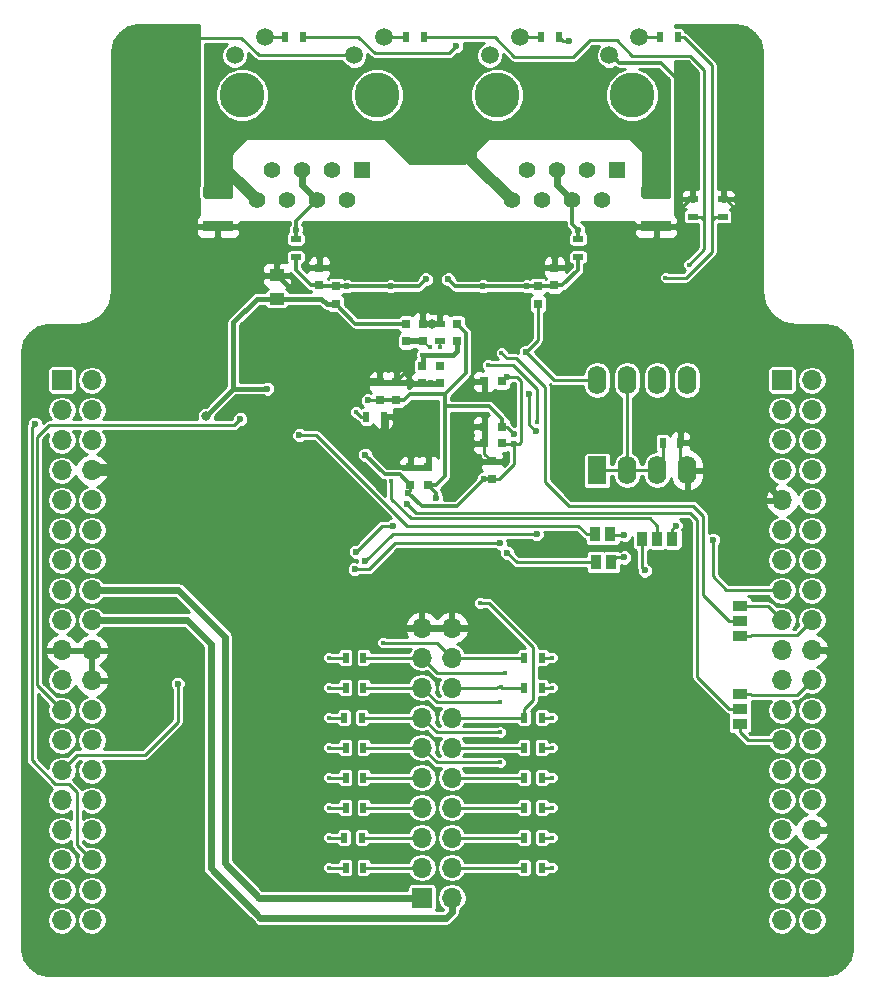
<source format=gbr>
G04 #@! TF.FileFunction,Copper,L2,Bot,Signal*
%FSLAX46Y46*%
G04 Gerber Fmt 4.6, Leading zero omitted, Abs format (unit mm)*
G04 Created by KiCad (PCBNEW 4.0.6) date 04/07/17 01:25:25*
%MOMM*%
%LPD*%
G01*
G04 APERTURE LIST*
%ADD10C,0.100000*%
%ADD11R,1.600000X2.400000*%
%ADD12O,1.600000X2.400000*%
%ADD13R,1.700000X1.700000*%
%ADD14O,1.700000X1.700000*%
%ADD15R,0.750000X0.800000*%
%ADD16R,0.800000X0.750000*%
%ADD17C,3.800000*%
%ADD18C,1.400000*%
%ADD19C,2.000000*%
%ADD20C,1.500000*%
%ADD21R,1.400000X1.400000*%
%ADD22R,0.900000X0.500000*%
%ADD23R,0.500000X0.900000*%
%ADD24R,1.270000X0.970000*%
%ADD25R,0.970000X1.270000*%
%ADD26R,2.500000X0.900000*%
%ADD27R,1.250000X1.000000*%
%ADD28C,0.600000*%
%ADD29C,0.800000*%
%ADD30C,1.200000*%
%ADD31C,0.400000*%
%ADD32C,0.250000*%
%ADD33C,0.400000*%
%ADD34C,0.300000*%
%ADD35C,0.600000*%
%ADD36C,1.000000*%
%ADD37C,0.500000*%
%ADD38C,0.200000*%
%ADD39C,0.254000*%
G04 APERTURE END LIST*
D10*
D11*
X146920000Y-88920000D03*
D12*
X154540000Y-81300000D03*
X149460000Y-88920000D03*
X152000000Y-81300000D03*
X152000000Y-88920000D03*
X149460000Y-81300000D03*
X154540000Y-88920000D03*
X146920000Y-81300000D03*
D13*
X132080000Y-125095000D03*
D14*
X134620000Y-125095000D03*
X132080000Y-122555000D03*
X134620000Y-122555000D03*
X132080000Y-120015000D03*
X134620000Y-120015000D03*
X132080000Y-117475000D03*
X134620000Y-117475000D03*
X132080000Y-114935000D03*
X134620000Y-114935000D03*
X132080000Y-112395000D03*
X134620000Y-112395000D03*
X132080000Y-109855000D03*
X134620000Y-109855000D03*
X132080000Y-107315000D03*
X134620000Y-107315000D03*
X132080000Y-104775000D03*
X134620000Y-104775000D03*
X132080000Y-102235000D03*
X134620000Y-102235000D03*
D15*
X138000000Y-89650000D03*
X138000000Y-88150000D03*
D16*
X138850000Y-81400000D03*
X137350000Y-81400000D03*
D15*
X130750000Y-76500000D03*
X130750000Y-78000000D03*
D17*
X128270000Y-57150000D03*
X116840000Y-57150000D03*
D18*
X118110000Y-66040000D03*
X119380000Y-63500000D03*
X120650000Y-66040000D03*
X121920000Y-63500000D03*
X123190000Y-66040000D03*
X124460000Y-63500000D03*
X125730000Y-66040000D03*
D19*
X114681000Y-60198000D03*
D20*
X116230400Y-53771800D03*
X126339600Y-53771800D03*
X118770400Y-52247800D03*
X128879600Y-52247800D03*
D21*
X127000000Y-63500000D03*
D19*
X130429000Y-60198000D03*
D13*
X101600000Y-81280000D03*
D14*
X104140000Y-81280000D03*
X101600000Y-83820000D03*
X104140000Y-83820000D03*
X101600000Y-86360000D03*
X104140000Y-86360000D03*
X101600000Y-88900000D03*
X104140000Y-88900000D03*
X101600000Y-91440000D03*
X104140000Y-91440000D03*
X101600000Y-93980000D03*
X104140000Y-93980000D03*
X101600000Y-96520000D03*
X104140000Y-96520000D03*
X101600000Y-99060000D03*
X104140000Y-99060000D03*
X101600000Y-101600000D03*
X104140000Y-101600000D03*
X101600000Y-104140000D03*
X104140000Y-104140000D03*
X101600000Y-106680000D03*
X104140000Y-106680000D03*
X101600000Y-109220000D03*
X104140000Y-109220000D03*
X101600000Y-111760000D03*
X104140000Y-111760000D03*
X101600000Y-114300000D03*
X104140000Y-114300000D03*
X101600000Y-116840000D03*
X104140000Y-116840000D03*
X101600000Y-119380000D03*
X104140000Y-119380000D03*
X101600000Y-121920000D03*
X104140000Y-121920000D03*
X101600000Y-124460000D03*
X104140000Y-124460000D03*
X101600000Y-127000000D03*
X104140000Y-127000000D03*
D13*
X162560000Y-81280000D03*
D14*
X165100000Y-81280000D03*
X162560000Y-83820000D03*
X165100000Y-83820000D03*
X162560000Y-86360000D03*
X165100000Y-86360000D03*
X162560000Y-88900000D03*
X165100000Y-88900000D03*
X162560000Y-91440000D03*
X165100000Y-91440000D03*
X162560000Y-93980000D03*
X165100000Y-93980000D03*
X162560000Y-96520000D03*
X165100000Y-96520000D03*
X162560000Y-99060000D03*
X165100000Y-99060000D03*
X162560000Y-101600000D03*
X165100000Y-101600000D03*
X162560000Y-104140000D03*
X165100000Y-104140000D03*
X162560000Y-106680000D03*
X165100000Y-106680000D03*
X162560000Y-109220000D03*
X165100000Y-109220000D03*
X162560000Y-111760000D03*
X165100000Y-111760000D03*
X162560000Y-114300000D03*
X165100000Y-114300000D03*
X162560000Y-116840000D03*
X165100000Y-116840000D03*
X162560000Y-119380000D03*
X165100000Y-119380000D03*
X162560000Y-121920000D03*
X165100000Y-121920000D03*
X162560000Y-124460000D03*
X165100000Y-124460000D03*
X162560000Y-127000000D03*
X165100000Y-127000000D03*
D15*
X143300000Y-73250000D03*
X143300000Y-71750000D03*
D16*
X138850000Y-86650000D03*
X137350000Y-86650000D03*
D15*
X131100000Y-90150000D03*
X131100000Y-88650000D03*
X123400000Y-73250000D03*
X123400000Y-71750000D03*
X129900000Y-82950000D03*
X129900000Y-81450000D03*
X132600000Y-90150000D03*
X132600000Y-88650000D03*
X128500000Y-82950000D03*
X128500000Y-81450000D03*
D16*
X138850000Y-85250000D03*
X137350000Y-85250000D03*
D15*
X133600000Y-80050000D03*
X133600000Y-81550000D03*
X132150000Y-78000000D03*
X132150000Y-76500000D03*
X132100000Y-80050000D03*
X132100000Y-81550000D03*
X141900000Y-74850000D03*
X141900000Y-73350000D03*
X124800000Y-74850000D03*
X124800000Y-73350000D03*
X135050000Y-76500000D03*
X135050000Y-78000000D03*
D22*
X145300000Y-69350000D03*
X145300000Y-70850000D03*
D23*
X153750000Y-52250000D03*
X152250000Y-52250000D03*
D22*
X121400000Y-70850000D03*
X121400000Y-69350000D03*
D23*
X132250000Y-52250000D03*
X130750000Y-52250000D03*
D22*
X133600000Y-78000000D03*
X133600000Y-76500000D03*
D23*
X127350000Y-84400000D03*
X128850000Y-84400000D03*
X143650000Y-52200000D03*
X142150000Y-52200000D03*
X122000000Y-52200000D03*
X120500000Y-52200000D03*
D17*
X149860000Y-57150000D03*
X138430000Y-57150000D03*
D18*
X139700000Y-66040000D03*
X140970000Y-63500000D03*
X142240000Y-66040000D03*
X143510000Y-63500000D03*
X144780000Y-66040000D03*
X146050000Y-63500000D03*
X147320000Y-66040000D03*
D19*
X136271000Y-60198000D03*
D20*
X137820400Y-53771800D03*
X147929600Y-53771800D03*
X140360400Y-52247800D03*
X150469600Y-52247800D03*
D21*
X148590000Y-63500000D03*
D19*
X152019000Y-60198000D03*
D24*
X159000000Y-100430000D03*
X159000000Y-101700000D03*
X159000000Y-102970000D03*
X159000000Y-107830000D03*
X159000000Y-109100000D03*
X159000000Y-110370000D03*
D25*
X153270000Y-94700000D03*
X152000000Y-94700000D03*
X150730000Y-94700000D03*
X146760000Y-94300000D03*
X148040000Y-94300000D03*
X146820000Y-96700000D03*
X148100000Y-96700000D03*
D23*
X125615000Y-104775000D03*
X127115000Y-104775000D03*
X125615000Y-107315000D03*
X127115000Y-107315000D03*
X125500000Y-109855000D03*
X127000000Y-109855000D03*
X125615000Y-112395000D03*
X127115000Y-112395000D03*
X125615000Y-114935000D03*
X127115000Y-114935000D03*
X125615000Y-117475000D03*
X127115000Y-117475000D03*
X125500000Y-120015000D03*
X127000000Y-120015000D03*
X125615000Y-122555000D03*
X127115000Y-122555000D03*
X142228000Y-104775000D03*
X140728000Y-104775000D03*
X142216000Y-107315000D03*
X140716000Y-107315000D03*
X142228000Y-109855000D03*
X140728000Y-109855000D03*
X142216000Y-112395000D03*
X140716000Y-112395000D03*
X142228000Y-114935000D03*
X140728000Y-114935000D03*
X142228000Y-117475000D03*
X140728000Y-117475000D03*
X142228000Y-120015000D03*
X140728000Y-120015000D03*
X142228000Y-122555000D03*
X140728000Y-122555000D03*
D26*
X151900000Y-65350000D03*
X151900000Y-68250000D03*
X114800000Y-65350000D03*
X114800000Y-68250000D03*
D27*
X119800000Y-74400000D03*
X119800000Y-72400000D03*
D22*
X157600000Y-67450000D03*
X157600000Y-65950000D03*
X155000000Y-67450000D03*
X155000000Y-65950000D03*
D23*
X152450000Y-86600000D03*
X153950000Y-86600000D03*
D28*
X128390000Y-79380000D03*
X125890000Y-77480000D03*
X122290000Y-75299999D03*
X145600000Y-103700000D03*
X139255500Y-100393500D03*
D29*
X130150000Y-99800000D03*
D28*
X133350000Y-98800000D03*
X133350000Y-95800000D03*
X127200000Y-88800000D03*
X126000000Y-90200000D03*
X124900000Y-89050000D03*
X130603769Y-83975577D03*
X135219236Y-82596493D03*
X130988319Y-81508737D03*
X134795051Y-87191628D03*
X134794800Y-85364924D03*
X134829318Y-84331546D03*
D29*
X130150000Y-96200000D03*
X116700000Y-107500000D03*
X119300000Y-104900000D03*
X122600000Y-101600000D03*
X124800000Y-99400000D03*
X127000000Y-98500000D03*
X114500000Y-81900000D03*
X116000000Y-74800000D03*
X121200000Y-73600000D03*
X143900000Y-80300000D03*
X149000000Y-74800000D03*
X143900000Y-74800000D03*
X155700000Y-73800000D03*
X154000000Y-68300000D03*
X114800000Y-69600000D03*
X112600000Y-68250000D03*
X116900000Y-68300000D03*
X149800000Y-68300000D03*
X151900000Y-69600000D03*
D28*
X112000000Y-70100000D03*
D30*
X113000000Y-87500000D03*
X111000000Y-89500000D03*
X109000000Y-91500000D03*
X107000000Y-93500000D03*
D28*
X120800000Y-103655000D03*
X139255500Y-102679500D03*
X139255500Y-104076500D03*
X120200000Y-77300000D03*
X120200000Y-79100000D03*
X124250000Y-82500000D03*
X122600000Y-82500000D03*
X123400000Y-83700000D03*
X125000000Y-83700000D03*
X132850000Y-81550000D03*
X132431250Y-83531250D03*
X132431250Y-85368750D03*
X136106250Y-81693750D03*
X130593750Y-85368750D03*
X132431250Y-87206250D03*
X130593750Y-87206250D03*
X136106250Y-87206250D03*
X136106250Y-85368750D03*
X127200000Y-81250000D03*
X146300000Y-70800000D03*
D29*
X132900000Y-76500000D03*
D28*
X123400000Y-70800000D03*
X143300000Y-70800000D03*
X124400000Y-75850000D03*
X122750000Y-68600000D03*
X127050000Y-68600000D03*
X128350000Y-68600000D03*
X132650000Y-68600000D03*
X134050000Y-68600000D03*
X143950000Y-68600000D03*
X139650000Y-68600000D03*
X138350000Y-68600000D03*
X145300000Y-68550000D03*
X121400000Y-68550000D03*
X140950000Y-73350000D03*
X134300000Y-72750000D03*
X137250000Y-73350000D03*
X127275000Y-87600000D03*
X118295000Y-125095000D03*
D29*
X113800000Y-84300000D03*
D28*
X140900000Y-78900000D03*
X144500000Y-52600000D03*
X135000000Y-53000000D03*
X119000000Y-82000000D03*
X137300000Y-89650000D03*
X139850000Y-86700000D03*
X130901675Y-90801675D03*
X139300000Y-81000000D03*
X129450000Y-73350000D03*
X132400000Y-72750000D03*
X125750000Y-73350000D03*
X133300000Y-91300000D03*
X139850000Y-85850000D03*
X127500000Y-83000000D03*
D31*
X132750000Y-78500000D03*
D28*
X118400000Y-126800000D03*
D31*
X152700000Y-72600000D03*
X154700000Y-71500000D03*
X133600000Y-78500000D03*
X126500000Y-84000000D03*
X133600000Y-79150000D03*
X132100000Y-79150000D03*
D28*
X115550000Y-64250000D03*
X114050000Y-64250000D03*
X152650000Y-64250000D03*
X151150000Y-64250000D03*
D31*
X129500000Y-89800000D03*
X138808698Y-78985503D03*
D28*
X130800000Y-91750000D03*
X116700000Y-84600000D03*
D31*
X124206000Y-104775000D03*
X124206000Y-107315000D03*
X124206000Y-109855000D03*
X124206000Y-112395000D03*
X124206000Y-114935000D03*
X124206000Y-117475000D03*
X124206000Y-120015000D03*
X124206000Y-122555000D03*
X143129000Y-104775000D03*
X143129000Y-107315000D03*
X143129000Y-109855000D03*
X143129000Y-112395000D03*
X143129000Y-114935000D03*
X143129000Y-117475000D03*
X143129000Y-120015000D03*
X143129000Y-122555000D03*
D28*
X99300000Y-85000000D03*
X153550000Y-93600000D03*
X150950000Y-97400000D03*
X121700000Y-85950000D03*
X149200000Y-94400000D03*
X156700000Y-94800000D03*
X139300000Y-95900000D03*
X149200000Y-96300000D03*
D31*
X139150000Y-106055000D03*
X138700000Y-108555000D03*
X138700000Y-111105000D03*
X138700000Y-113655000D03*
X141850000Y-84800000D03*
X137700000Y-80000000D03*
X137000000Y-100155000D03*
X138750000Y-107305000D03*
X128800000Y-103505000D03*
D28*
X141800000Y-94300000D03*
X141700000Y-85600000D03*
X127300000Y-96600000D03*
X141150000Y-82500000D03*
X126400000Y-97300000D03*
X138700000Y-95100000D03*
X129600000Y-93600000D03*
X126500000Y-95800000D03*
X111400000Y-107000000D03*
D32*
X153950000Y-86600000D02*
X153950000Y-88330000D01*
X153950000Y-88330000D02*
X154540000Y-88920000D01*
X139255500Y-100393500D02*
X142293500Y-100393500D01*
X142293500Y-100393500D02*
X145600000Y-103700000D01*
D33*
X130150000Y-96200000D02*
X130150000Y-99800000D01*
D32*
X130593750Y-83985596D02*
X130603769Y-83975577D01*
X130593750Y-85368750D02*
X130593750Y-83985596D01*
D34*
X135519235Y-82296494D02*
X135219236Y-82596493D01*
X136415729Y-81400000D02*
X135519235Y-82296494D01*
X137350000Y-81400000D02*
X136415729Y-81400000D01*
D32*
X130929582Y-81450000D02*
X130988319Y-81508737D01*
X129900000Y-81450000D02*
X130929582Y-81450000D01*
X134794800Y-87191377D02*
X134795051Y-87191628D01*
X134794800Y-85364924D02*
X134794800Y-87191377D01*
X134829318Y-85330406D02*
X134794800Y-85364924D01*
X134829318Y-84331546D02*
X134829318Y-85330406D01*
X134829318Y-84755810D02*
X134829318Y-84331546D01*
X134829318Y-85260568D02*
X134829318Y-84755810D01*
X134937500Y-85368750D02*
X134829318Y-85260568D01*
X136106250Y-85368750D02*
X134937500Y-85368750D01*
X157600000Y-65950000D02*
X157800000Y-65950000D01*
X156099999Y-73400001D02*
X155700000Y-73800000D01*
X157800000Y-65950000D02*
X158375001Y-66525001D01*
X158375001Y-66525001D02*
X158375001Y-71124999D01*
X158375001Y-71124999D02*
X156099999Y-73400001D01*
D34*
X154000000Y-67800000D02*
X154000000Y-67500000D01*
X154000000Y-67500000D02*
X154000000Y-56100000D01*
D32*
X155000000Y-65950000D02*
X154800000Y-65950000D01*
X154800000Y-65950000D02*
X154000000Y-66750000D01*
X154000000Y-66750000D02*
X154000000Y-67500000D01*
D33*
X119800000Y-72400000D02*
X117600000Y-72400000D01*
X117600000Y-72400000D02*
X114800000Y-69600000D01*
X121200000Y-73600000D02*
X121000000Y-73600000D01*
X121000000Y-73600000D02*
X119800000Y-72400000D01*
D35*
X132080000Y-102235000D02*
X123235000Y-102235000D01*
X123235000Y-102235000D02*
X122600000Y-101600000D01*
X134620000Y-102235000D02*
X132080000Y-102235000D01*
X137414000Y-102235000D02*
X134620000Y-102235000D01*
D32*
X132735747Y-102246020D02*
X132724727Y-102235000D01*
X127000000Y-98500000D02*
X127850000Y-98500000D01*
X127850000Y-98500000D02*
X130150000Y-96200000D01*
X126339600Y-53771800D02*
X118271800Y-53771800D01*
X111900000Y-53600000D02*
X111900000Y-56000000D01*
X118271800Y-53771800D02*
X116800000Y-52300000D01*
X116800000Y-52300000D02*
X113200000Y-52300000D01*
X113200000Y-52300000D02*
X111900000Y-53600000D01*
X111900000Y-56000000D02*
X111900000Y-67700000D01*
X127000000Y-98500000D02*
X124000000Y-98500000D01*
X124000000Y-98500000D02*
X113000000Y-87500000D01*
X122600000Y-101600000D02*
X119300000Y-104900000D01*
X127000000Y-98500000D02*
X126100000Y-99400000D01*
X126100000Y-99400000D02*
X124800000Y-99400000D01*
X116000000Y-74800000D02*
X114500000Y-76300000D01*
X114500000Y-76300000D02*
X114500000Y-81900000D01*
X143900000Y-74800000D02*
X149000000Y-74800000D01*
X151900000Y-69600000D02*
X151900000Y-72577002D01*
X151900000Y-72577002D02*
X153122998Y-73800000D01*
X153122998Y-73800000D02*
X155700000Y-73800000D01*
D34*
X153500000Y-69600000D02*
X154000000Y-69100000D01*
X154000000Y-69100000D02*
X154000000Y-68300000D01*
X151900000Y-69600000D02*
X153500000Y-69600000D01*
X154000000Y-67800000D02*
X154000000Y-68300000D01*
D32*
X151900000Y-68250000D02*
X153950000Y-68250000D01*
X153950000Y-68250000D02*
X154000000Y-68300000D01*
X114800000Y-68250000D02*
X114800000Y-69600000D01*
X112600000Y-68250000D02*
X112450000Y-68250000D01*
X114800000Y-68250000D02*
X112600000Y-68250000D01*
X114800000Y-68250000D02*
X116850000Y-68250000D01*
X116850000Y-68250000D02*
X116900000Y-68300000D01*
X151900000Y-68250000D02*
X149850000Y-68250000D01*
X149850000Y-68250000D02*
X149800000Y-68300000D01*
X151900000Y-69900000D02*
X151900000Y-69600000D01*
X151900000Y-68250000D02*
X151900000Y-69600000D01*
X154540000Y-88920000D02*
X160040000Y-88920000D01*
X160040000Y-88920000D02*
X162560000Y-91440000D01*
X112450000Y-68250000D02*
X111900000Y-67700000D01*
X111900000Y-67700000D02*
X112000000Y-67800000D01*
X112000000Y-67800000D02*
X112000000Y-70100000D01*
X151000000Y-70800000D02*
X151900000Y-69900000D01*
D35*
X166200000Y-78200000D02*
X161400000Y-78200000D01*
X161400000Y-78200000D02*
X160400000Y-79200000D01*
X167200000Y-79200000D02*
X166200000Y-78200000D01*
X167200000Y-103400000D02*
X167200000Y-79200000D01*
X166460000Y-104140000D02*
X167200000Y-103400000D01*
X166302081Y-104140000D02*
X166460000Y-104140000D01*
X165100000Y-104140000D02*
X166302081Y-104140000D01*
X160400000Y-88738002D02*
X160400000Y-79200000D01*
X162560000Y-91440000D02*
X161710001Y-90590001D01*
X161710001Y-90590001D02*
X161710001Y-90048003D01*
X161710001Y-90048003D02*
X160400000Y-88738002D01*
X166302081Y-104140000D02*
X167200000Y-105037919D01*
X167200000Y-105037919D02*
X167200000Y-118482081D01*
X165100000Y-119380000D02*
X166302081Y-119380000D01*
X166302081Y-119380000D02*
X167200000Y-118482081D01*
D32*
X122600000Y-82500000D02*
X117600000Y-87500000D01*
X117600000Y-87500000D02*
X113000000Y-87500000D01*
D36*
X104140000Y-88900000D02*
X106400000Y-88900000D01*
X106400000Y-88900000D02*
X109000000Y-91500000D01*
D34*
X154540000Y-89320000D02*
X154540000Y-88920000D01*
D32*
X137414000Y-102235000D02*
X139255500Y-104076500D01*
X132600000Y-88650000D02*
X132600000Y-87375000D01*
X132600000Y-87375000D02*
X132431250Y-87206250D01*
X129150000Y-87200000D02*
X129150000Y-84700000D01*
X129150000Y-84700000D02*
X128850000Y-84400000D01*
D34*
X130225000Y-85000000D02*
X130593750Y-85368750D01*
D32*
X128850000Y-84400000D02*
X129625000Y-84400000D01*
X129625000Y-84400000D02*
X130225000Y-85000000D01*
X133600000Y-81550000D02*
X132850000Y-81550000D01*
X129625000Y-84400000D02*
X130393750Y-84400000D01*
X130393750Y-84400000D02*
X131262500Y-83531250D01*
X131262500Y-83531250D02*
X132431250Y-83531250D01*
D34*
X127200000Y-81250000D02*
X126775736Y-81250000D01*
X126775736Y-81250000D02*
X125000000Y-83025736D01*
X125000000Y-83025736D02*
X125000000Y-83275736D01*
X125000000Y-83275736D02*
X125000000Y-83700000D01*
X132100000Y-81550000D02*
X132850000Y-81550000D01*
X132100000Y-81550000D02*
X131425000Y-81550000D01*
X131425000Y-81550000D02*
X130650000Y-80775000D01*
X130650000Y-80775000D02*
X130650000Y-80700000D01*
X132431250Y-85368750D02*
X132431250Y-83531250D01*
X130593750Y-85368750D02*
X132431250Y-85368750D01*
D32*
X130593750Y-87206250D02*
X130593750Y-85368750D01*
X130593750Y-87206250D02*
X132431250Y-87206250D01*
X129150000Y-87200000D02*
X130587500Y-87200000D01*
X130587500Y-87200000D02*
X130593750Y-87206250D01*
X131100000Y-88650000D02*
X131100000Y-87712500D01*
X131100000Y-87712500D02*
X130593750Y-87206250D01*
X137350000Y-86650000D02*
X136662500Y-86650000D01*
X136662500Y-86650000D02*
X136106250Y-87206250D01*
X137350000Y-85250000D02*
X136225000Y-85250000D01*
X136225000Y-85250000D02*
X136106250Y-85368750D01*
X129150000Y-87200000D02*
X129150000Y-87825000D01*
X129150000Y-87825000D02*
X129975000Y-88650000D01*
X129975000Y-88650000D02*
X130475000Y-88650000D01*
X130475000Y-88650000D02*
X131100000Y-88650000D01*
D34*
X130650000Y-80025000D02*
X130650000Y-80700000D01*
X130650000Y-80700000D02*
X129900000Y-81450000D01*
X127200000Y-81250000D02*
X128300000Y-81250000D01*
X128300000Y-81250000D02*
X128500000Y-81450000D01*
X128500000Y-81450000D02*
X129900000Y-81450000D01*
D32*
X137350000Y-86650000D02*
X137350000Y-87500000D01*
X137350000Y-87500000D02*
X138000000Y-88150000D01*
X137350000Y-85250000D02*
X137350000Y-86650000D01*
D34*
X127900000Y-80550000D02*
X127200000Y-81250000D01*
X127900000Y-79250000D02*
X127900000Y-80550000D01*
X130650000Y-80025000D02*
X130650000Y-79650000D01*
X130650000Y-79650000D02*
X130250000Y-79250000D01*
X130250000Y-79250000D02*
X129175000Y-79250000D01*
X129175000Y-79250000D02*
X127900000Y-79250000D01*
X127900000Y-79250000D02*
X124500000Y-75850000D01*
X124500000Y-75850000D02*
X124400000Y-75850000D01*
X149000000Y-70800000D02*
X150600000Y-70800000D01*
X150600000Y-70800000D02*
X151000000Y-70800000D01*
X146300000Y-70800000D02*
X149000000Y-70800000D01*
X154000000Y-56100000D02*
X152300000Y-54400000D01*
X152300000Y-54400000D02*
X148800000Y-54400000D01*
X148171800Y-53771800D02*
X147929600Y-53771800D01*
X148800000Y-54400000D02*
X148171800Y-53771800D01*
D37*
X132900000Y-76500000D02*
X132150000Y-76500000D01*
X133600000Y-76500000D02*
X132900000Y-76500000D01*
D34*
X123400000Y-70800000D02*
X123400000Y-71750000D01*
X143300000Y-70800000D02*
X143300000Y-71750000D01*
X133350000Y-68600000D02*
X133350000Y-74600000D01*
X133350000Y-74600000D02*
X132150000Y-75800000D01*
X132150000Y-75800000D02*
X132150000Y-76500000D01*
X133350000Y-68600000D02*
X134050000Y-68600000D01*
X132650000Y-68600000D02*
X133350000Y-68600000D01*
D33*
X130675000Y-80025000D02*
X130650000Y-80025000D01*
D34*
X139650000Y-68600000D02*
X140074264Y-68600000D01*
X140074264Y-68600000D02*
X143950000Y-68600000D01*
X134050000Y-68600000D02*
X134474264Y-68600000D01*
X134474264Y-68600000D02*
X138350000Y-68600000D01*
X128350000Y-68600000D02*
X128774264Y-68600000D01*
X128774264Y-68600000D02*
X132650000Y-68600000D01*
X122750000Y-68600000D02*
X127050000Y-68600000D01*
X145300000Y-68550000D02*
X145300000Y-69350000D01*
X144780000Y-66040000D02*
X144780000Y-68030000D01*
X144780000Y-68030000D02*
X145300000Y-68550000D01*
D35*
X143510000Y-63500000D02*
X143510000Y-64770000D01*
X143510000Y-64770000D02*
X144780000Y-66040000D01*
D34*
X121400000Y-68550000D02*
X121400000Y-69350000D01*
X123190000Y-66040000D02*
X121400000Y-67830000D01*
X121400000Y-67830000D02*
X121400000Y-68550000D01*
D35*
X121920000Y-63500000D02*
X121920000Y-64770000D01*
X121920000Y-64770000D02*
X123190000Y-66040000D01*
D34*
X143300000Y-73250000D02*
X143975000Y-73250000D01*
X143975000Y-73250000D02*
X145300000Y-71925000D01*
X145300000Y-71925000D02*
X145300000Y-71400000D01*
X145300000Y-71400000D02*
X145300000Y-70850000D01*
X141900000Y-73350000D02*
X143200000Y-73350000D01*
X143200000Y-73350000D02*
X143300000Y-73250000D01*
X140950000Y-73350000D02*
X141900000Y-73350000D01*
X137250000Y-73350000D02*
X134900000Y-73350000D01*
X134900000Y-73350000D02*
X134300000Y-72750000D01*
X140950000Y-73350000D02*
X137250000Y-73350000D01*
X128924999Y-89249999D02*
X127275000Y-87600000D01*
D33*
X116100000Y-82000000D02*
X116100000Y-76400000D01*
X116100000Y-76400000D02*
X118100000Y-74400000D01*
X118100000Y-74400000D02*
X119800000Y-74400000D01*
X119800000Y-74400000D02*
X123575000Y-74400000D01*
X123575000Y-74400000D02*
X124025000Y-74850000D01*
D34*
X131100000Y-90150000D02*
X131100000Y-90125000D01*
X131100000Y-90125000D02*
X130224999Y-89249999D01*
X130224999Y-89249999D02*
X128924999Y-89249999D01*
D32*
X128100000Y-53600000D02*
X126700000Y-52200000D01*
X126700000Y-52200000D02*
X122000000Y-52200000D01*
X134400000Y-53600000D02*
X128100000Y-53600000D01*
X146920000Y-81300000D02*
X143300000Y-81300000D01*
X143300000Y-81300000D02*
X140900000Y-78900000D01*
D35*
X104140000Y-99060000D02*
X111460000Y-99060000D01*
X111460000Y-99060000D02*
X115400000Y-103000000D01*
X115400000Y-103000000D02*
X115400000Y-122200000D01*
X115400000Y-122200000D02*
X118295000Y-125095000D01*
X118295000Y-125095000D02*
X132080000Y-125095000D01*
D33*
X113800000Y-84300000D02*
X116100000Y-82000000D01*
X116100000Y-82000000D02*
X116400000Y-82000000D01*
D32*
X141900000Y-74850000D02*
X141900000Y-77900000D01*
X141900000Y-77900000D02*
X140900000Y-78900000D01*
X146920000Y-81300000D02*
X146920000Y-80900000D01*
X141900000Y-75680000D02*
X141900000Y-75500000D01*
X141900000Y-75500000D02*
X141900000Y-74850000D01*
X138625000Y-89650000D02*
X139850000Y-88425000D01*
D34*
X135024999Y-91950001D02*
X137325000Y-89650000D01*
X130901675Y-90801675D02*
X132050001Y-91950001D01*
X132050001Y-91950001D02*
X135024999Y-91950001D01*
X137325000Y-89650000D02*
X138000000Y-89650000D01*
D32*
X144500000Y-52600000D02*
X144050000Y-52600000D01*
X144050000Y-52600000D02*
X143650000Y-52200000D01*
D33*
X124800000Y-74850000D02*
X124025000Y-74850000D01*
X124025000Y-74850000D02*
X123875000Y-74700000D01*
X116400000Y-82000000D02*
X118575736Y-82000000D01*
X118575736Y-82000000D02*
X119000000Y-82000000D01*
D32*
X140475001Y-81325001D02*
X140150000Y-81000000D01*
X140150000Y-81000000D02*
X139300000Y-81000000D01*
X139850000Y-86700000D02*
X140274264Y-86700000D01*
X140274264Y-86700000D02*
X140475001Y-86499263D01*
X140475001Y-86499263D02*
X140475001Y-81325001D01*
X138000000Y-89650000D02*
X138625000Y-89650000D01*
X139850000Y-88425000D02*
X139850000Y-87124264D01*
X139850000Y-87124264D02*
X139850000Y-86700000D01*
X137300000Y-89650000D02*
X138000000Y-89650000D01*
X139850000Y-86700000D02*
X138900000Y-86700000D01*
X138900000Y-86700000D02*
X138850000Y-86650000D01*
X131100000Y-90150000D02*
X131100000Y-90603350D01*
X131100000Y-90603350D02*
X130901675Y-90801675D01*
X138850000Y-81400000D02*
X138900000Y-81400000D01*
X138900000Y-81400000D02*
X139300000Y-81000000D01*
D34*
X130750000Y-76500000D02*
X126425000Y-76500000D01*
X124800000Y-74875000D02*
X124800000Y-74850000D01*
X126425000Y-76500000D02*
X124800000Y-74875000D01*
D32*
X134400000Y-53600000D02*
X135000000Y-53000000D01*
D34*
X124800000Y-73350000D02*
X125750000Y-73350000D01*
X123400000Y-73250000D02*
X122725000Y-73250000D01*
X121400000Y-71925000D02*
X121400000Y-71400000D01*
X122725000Y-73250000D02*
X121400000Y-71925000D01*
X121400000Y-71400000D02*
X121400000Y-70850000D01*
X124800000Y-73350000D02*
X123500000Y-73350000D01*
X123500000Y-73350000D02*
X123400000Y-73250000D01*
X129450000Y-73350000D02*
X131800000Y-73350000D01*
X131800000Y-73350000D02*
X132400000Y-72750000D01*
X125750000Y-73350000D02*
X129450000Y-73350000D01*
D32*
X138850000Y-85250000D02*
X139250000Y-85250000D01*
X139250000Y-85250000D02*
X139850000Y-85850000D01*
X127500000Y-83000000D02*
X128450000Y-83000000D01*
X128450000Y-83000000D02*
X128500000Y-82950000D01*
D34*
X135800000Y-77275000D02*
X135800000Y-80680002D01*
X135800000Y-80680002D02*
X134000000Y-82480002D01*
X134000000Y-89425000D02*
X134000000Y-83500000D01*
X138850000Y-85250000D02*
X138850000Y-84575000D01*
X134000000Y-83500000D02*
X134000000Y-83100000D01*
X138850000Y-84575000D02*
X137775000Y-83500000D01*
X137775000Y-83500000D02*
X134000000Y-83500000D01*
X132600000Y-90150000D02*
X133275000Y-90150000D01*
X133275000Y-90150000D02*
X134000000Y-89425000D01*
X133300000Y-91300000D02*
X133300000Y-90850000D01*
X133300000Y-90850000D02*
X132600000Y-90150000D01*
X129900000Y-82950000D02*
X130575000Y-82950000D01*
X130575000Y-82950000D02*
X131044998Y-82480002D01*
X131044998Y-82480002D02*
X134000000Y-82480002D01*
X134000000Y-83100000D02*
X134000000Y-82950000D01*
X134000000Y-82480002D02*
X134000000Y-83100000D01*
X135050000Y-76525000D02*
X135800000Y-77275000D01*
X128500000Y-82950000D02*
X129900000Y-82950000D01*
D32*
X129900000Y-82950000D02*
X129900000Y-82975000D01*
X127550000Y-82950000D02*
X127500000Y-83000000D01*
D34*
X135050000Y-76500000D02*
X135050000Y-76525000D01*
D37*
X132150000Y-78000000D02*
X130750000Y-78000000D01*
D38*
X132750000Y-78500000D02*
X132650000Y-78500000D01*
X132650000Y-78500000D02*
X132150000Y-78000000D01*
D35*
X134620000Y-125095000D02*
X134620000Y-126297081D01*
X134620000Y-126297081D02*
X134117081Y-126800000D01*
X114200000Y-103600000D02*
X112200000Y-101600000D01*
X134117081Y-126800000D02*
X118400000Y-126800000D01*
X118400000Y-126800000D02*
X114200000Y-122600000D01*
X114200000Y-122600000D02*
X114200000Y-103600000D01*
X112200000Y-101600000D02*
X104140000Y-101600000D01*
D32*
X156600000Y-70400000D02*
X156600000Y-68000000D01*
X156600000Y-68000000D02*
X156600000Y-54600000D01*
X157600000Y-67450000D02*
X156900000Y-67450000D01*
X156900000Y-67450000D02*
X156600000Y-67750000D01*
X156600000Y-67750000D02*
X156600000Y-68000000D01*
X152700000Y-72600000D02*
X154400000Y-72600000D01*
X154400000Y-72600000D02*
X156600000Y-70400000D01*
X156600000Y-54600000D02*
X154250000Y-52250000D01*
X154250000Y-52250000D02*
X153750000Y-52250000D01*
X156000000Y-55000000D02*
X156000000Y-68200000D01*
X156000000Y-68200000D02*
X156000000Y-70200000D01*
X155000000Y-67450000D02*
X155700000Y-67450000D01*
X155700000Y-67450000D02*
X156000000Y-67750000D01*
X156000000Y-67750000D02*
X156000000Y-68200000D01*
X132250000Y-52250000D02*
X138250000Y-52250000D01*
X138250000Y-52250000D02*
X139900000Y-53900000D01*
X139900000Y-53900000D02*
X144900000Y-53900000D01*
X144900000Y-53900000D02*
X146300000Y-52500000D01*
X146300000Y-52500000D02*
X148600000Y-52500000D01*
X154800000Y-53800000D02*
X156000000Y-55000000D01*
X148600000Y-52500000D02*
X149900000Y-53800000D01*
X149900000Y-53800000D02*
X154800000Y-53800000D01*
X156000000Y-70200000D02*
X154700000Y-71500000D01*
D38*
X133600000Y-78500000D02*
X133600000Y-78000000D01*
D32*
X127350000Y-84400000D02*
X126900000Y-84400000D01*
X126900000Y-84400000D02*
X126500000Y-84000000D01*
X150469600Y-52247800D02*
X152247800Y-52247800D01*
X152247800Y-52247800D02*
X152250000Y-52250000D01*
X150471800Y-52250000D02*
X150469600Y-52247800D01*
X130750000Y-52250000D02*
X128881800Y-52250000D01*
X128881800Y-52250000D02*
X128879600Y-52247800D01*
X120650000Y-66350000D02*
X120650000Y-66040000D01*
D33*
X135050000Y-78000000D02*
X135050000Y-78800000D01*
X135050000Y-78800000D02*
X134700000Y-79150000D01*
X134700000Y-79150000D02*
X133600000Y-79150000D01*
X132150000Y-80025000D02*
X132150000Y-79200000D01*
X132150000Y-79200000D02*
X132100000Y-79150000D01*
X132100000Y-79150000D02*
X133600000Y-79150000D01*
D36*
X139700000Y-66040000D02*
X136271000Y-62611000D01*
X136271000Y-62611000D02*
X136271000Y-60198000D01*
D32*
X114050000Y-64250000D02*
X115550000Y-64250000D01*
X152019000Y-60198000D02*
X152019000Y-63381000D01*
X152019000Y-63381000D02*
X151150000Y-64250000D01*
D36*
X151900000Y-65350000D02*
X151900000Y-60317000D01*
X151900000Y-60317000D02*
X152019000Y-60198000D01*
X114800000Y-65350000D02*
X114800000Y-62730000D01*
X114800000Y-62730000D02*
X114681000Y-62611000D01*
X136271000Y-60198000D02*
X152019000Y-60198000D01*
X130429000Y-60198000D02*
X136271000Y-60198000D01*
X114681000Y-60198000D02*
X116095213Y-60198000D01*
X116095213Y-60198000D02*
X130429000Y-60198000D01*
X114681000Y-60198000D02*
X114681000Y-62611000D01*
X114681000Y-62611000D02*
X118110000Y-66040000D01*
D32*
X142150000Y-52200000D02*
X140408200Y-52200000D01*
X140408200Y-52200000D02*
X140360400Y-52247800D01*
X120500000Y-52200000D02*
X118818200Y-52200000D01*
X118818200Y-52200000D02*
X118770400Y-52247800D01*
X129500000Y-89800000D02*
X129500000Y-91377002D01*
X129500000Y-91377002D02*
X131122998Y-93000000D01*
X131122998Y-93000000D02*
X151400000Y-93000000D01*
X151400000Y-93000000D02*
X152000000Y-93600000D01*
X152000000Y-93600000D02*
X152000000Y-94700000D01*
X138808698Y-78985503D02*
X139273195Y-79450000D01*
X142500000Y-81900000D02*
X142500000Y-89900000D01*
X155850010Y-92750010D02*
X155850010Y-99435010D01*
X139273195Y-79450000D02*
X140050000Y-79450000D01*
X140050000Y-79450000D02*
X142500000Y-81900000D01*
X142500000Y-89900000D02*
X144500000Y-91900000D01*
X144500000Y-91900000D02*
X155000000Y-91900000D01*
X158115000Y-101700000D02*
X159000000Y-101700000D01*
X155000000Y-91900000D02*
X155850010Y-92750010D01*
X155850010Y-99435010D02*
X158115000Y-101700000D01*
X155400000Y-106385000D02*
X155400000Y-93100000D01*
X155400000Y-93100000D02*
X154800000Y-92500000D01*
X159000000Y-109100000D02*
X158115000Y-109100000D01*
X158115000Y-109100000D02*
X155400000Y-106385000D01*
X131550000Y-92500000D02*
X154800000Y-92500000D01*
X130800000Y-91750000D02*
X131550000Y-92500000D01*
X116700000Y-84600000D02*
X116200000Y-85100000D01*
X100500000Y-85100000D02*
X116200000Y-85100000D01*
X99500000Y-86100000D02*
X99500000Y-107120000D01*
X100500000Y-85100000D02*
X99500000Y-86100000D01*
X99500000Y-107120000D02*
X101600000Y-109220000D01*
X125615000Y-104775000D02*
X124206000Y-104775000D01*
X125615000Y-107315000D02*
X124206000Y-107315000D01*
X125500000Y-109855000D02*
X124206000Y-109855000D01*
X125615000Y-112395000D02*
X124206000Y-112395000D01*
X125615000Y-114935000D02*
X124206000Y-114935000D01*
X125615000Y-117475000D02*
X124206000Y-117475000D01*
X125500000Y-120015000D02*
X124206000Y-120015000D01*
X125615000Y-122555000D02*
X124206000Y-122555000D01*
X142228000Y-104775000D02*
X143129000Y-104775000D01*
X143129000Y-107315000D02*
X142216000Y-107315000D01*
X143129000Y-109855000D02*
X142228000Y-109855000D01*
X143129000Y-112395000D02*
X142216000Y-112395000D01*
X143129000Y-114935000D02*
X142228000Y-114935000D01*
X143129000Y-117475000D02*
X142228000Y-117475000D01*
X143129000Y-120015000D02*
X142228000Y-120015000D01*
X143129000Y-122555000D02*
X142228000Y-122555000D01*
X162560000Y-101600000D02*
X161390000Y-100430000D01*
X161390000Y-100430000D02*
X159000000Y-100430000D01*
X163850000Y-102850000D02*
X160005000Y-102850000D01*
X160005000Y-102850000D02*
X159885000Y-102970000D01*
X159885000Y-102970000D02*
X159000000Y-102970000D01*
X165100000Y-101600000D02*
X163850000Y-102850000D01*
X163830000Y-107950000D02*
X160005000Y-107950000D01*
X160005000Y-107950000D02*
X159885000Y-107830000D01*
X159885000Y-107830000D02*
X159000000Y-107830000D01*
X165100000Y-106680000D02*
X163830000Y-107950000D01*
X162560000Y-111760000D02*
X159655000Y-111760000D01*
X159655000Y-111760000D02*
X159000000Y-111105000D01*
X159000000Y-111105000D02*
X159000000Y-110370000D01*
X102870000Y-120650000D02*
X102870000Y-116181000D01*
X99049990Y-113488992D02*
X99049990Y-85250010D01*
X102870000Y-116181000D02*
X102164001Y-115475001D01*
X102164001Y-115475001D02*
X101035999Y-115475001D01*
X101035999Y-115475001D02*
X99049990Y-113488992D01*
X99049990Y-85250010D02*
X99300000Y-85000000D01*
X104140000Y-121920000D02*
X102870000Y-120650000D01*
X153270000Y-94700000D02*
X153270000Y-93880000D01*
X153270000Y-93880000D02*
X153550000Y-93600000D01*
X150730000Y-94700000D02*
X150730000Y-97180000D01*
X150730000Y-97180000D02*
X150950000Y-97400000D01*
X146760000Y-94300000D02*
X146025000Y-94300000D01*
X146025000Y-94300000D02*
X145325000Y-93600000D01*
X145325000Y-93600000D02*
X130800000Y-93600000D01*
X130800000Y-93600000D02*
X123150000Y-85950000D01*
X123150000Y-85950000D02*
X122900000Y-85950000D01*
X122900000Y-85950000D02*
X121700000Y-85950000D01*
X149200000Y-94400000D02*
X148140000Y-94400000D01*
X148140000Y-94400000D02*
X148040000Y-94300000D01*
X156700000Y-97900000D02*
X157860000Y-99060000D01*
X157860000Y-99060000D02*
X162560000Y-99060000D01*
X156700000Y-94800000D02*
X156700000Y-97900000D01*
X143060000Y-96700000D02*
X146820000Y-96700000D01*
X143060000Y-96700000D02*
X140100000Y-96700000D01*
X140100000Y-96700000D02*
X139300000Y-95900000D01*
X149200000Y-96300000D02*
X148500000Y-96300000D01*
X148500000Y-96300000D02*
X148100000Y-96700000D01*
X127115000Y-104775000D02*
X132080000Y-104775000D01*
X133360000Y-106055000D02*
X139150000Y-106055000D01*
X132080000Y-104775000D02*
X133360000Y-106055000D01*
X140728000Y-122555000D02*
X140228000Y-122555000D01*
X140228000Y-122555000D02*
X134620000Y-122555000D01*
X127115000Y-107315000D02*
X132080000Y-107315000D01*
X133320000Y-108555000D02*
X138700000Y-108555000D01*
X132080000Y-107315000D02*
X133320000Y-108555000D01*
X140728000Y-120015000D02*
X134620000Y-120015000D01*
X127000000Y-109855000D02*
X132080000Y-109855000D01*
X138150000Y-111105000D02*
X138700000Y-111105000D01*
X132080000Y-109855000D02*
X133330000Y-111105000D01*
X133330000Y-111105000D02*
X138150000Y-111105000D01*
X140728000Y-117475000D02*
X134620000Y-117475000D01*
X132080000Y-112395000D02*
X127115000Y-112395000D01*
X133340000Y-113655000D02*
X138700000Y-113655000D01*
X132080000Y-112395000D02*
X133340000Y-113655000D01*
X137700000Y-80000000D02*
X139786410Y-80000000D01*
X139786410Y-80000000D02*
X141850000Y-82063590D01*
X141850000Y-82063590D02*
X141850000Y-84800000D01*
X140728000Y-114935000D02*
X134620000Y-114935000D01*
X132080000Y-114935000D02*
X130877919Y-114935000D01*
X130877919Y-114935000D02*
X127115000Y-114935000D01*
X140716000Y-112395000D02*
X140216000Y-112395000D01*
X140216000Y-112395000D02*
X134620000Y-112395000D01*
X132080000Y-117475000D02*
X127115000Y-117475000D01*
X137000000Y-100155000D02*
X137747000Y-100155000D01*
X137747000Y-100155000D02*
X141478000Y-103886000D01*
X141478000Y-103886000D02*
X141478000Y-108405000D01*
X141478000Y-108405000D02*
X140728000Y-109155000D01*
X140728000Y-109155000D02*
X140728000Y-109855000D01*
X140728000Y-109855000D02*
X138600000Y-109855000D01*
X138600000Y-109855000D02*
X134620000Y-109855000D01*
X132080000Y-120015000D02*
X130877919Y-120015000D01*
X130877919Y-120015000D02*
X127000000Y-120015000D01*
X140716000Y-107315000D02*
X138760000Y-107315000D01*
X138760000Y-107315000D02*
X138750000Y-107305000D01*
X138750000Y-107305000D02*
X138467158Y-107305000D01*
X138467158Y-107305000D02*
X138457158Y-107315000D01*
X138457158Y-107315000D02*
X137390000Y-107315000D01*
X134620000Y-107315000D02*
X137390000Y-107315000D01*
X132080000Y-122555000D02*
X127115000Y-122555000D01*
X132000000Y-122475000D02*
X132080000Y-122555000D01*
X128800000Y-103505000D02*
X133350000Y-103505000D01*
X133350000Y-103505000D02*
X134620000Y-104775000D01*
X140728000Y-104775000D02*
X140228000Y-104775000D01*
X140228000Y-104775000D02*
X134620000Y-104775000D01*
X127300000Y-96600000D02*
X129600000Y-94300000D01*
X129600000Y-94300000D02*
X141800000Y-94300000D01*
X141150000Y-82500000D02*
X141150000Y-85050000D01*
X141150000Y-85050000D02*
X141700000Y-85600000D01*
X129800000Y-95100000D02*
X127600000Y-97300000D01*
X127600000Y-97300000D02*
X126400000Y-97300000D01*
X138700000Y-95100000D02*
X129800000Y-95100000D01*
X101600000Y-114300000D02*
X102900000Y-113000000D01*
X102900000Y-113000000D02*
X108600000Y-113000000D01*
X108600000Y-113000000D02*
X111400000Y-110200000D01*
X111400000Y-110200000D02*
X111400000Y-107000000D01*
X129600000Y-93600000D02*
X128700000Y-93600000D01*
X128700000Y-93600000D02*
X126500000Y-95800000D01*
X152450000Y-86600000D02*
X152450000Y-88470000D01*
X152450000Y-88470000D02*
X152000000Y-88920000D01*
X152000000Y-88920000D02*
X149460000Y-88920000D01*
X146920000Y-88920000D02*
X147970000Y-88920000D01*
X147970000Y-88920000D02*
X149460000Y-88920000D01*
X149460000Y-81300000D02*
X149460000Y-82750000D01*
X149460000Y-82750000D02*
X149460000Y-88920000D01*
D39*
G36*
X113173000Y-64843388D02*
X113161536Y-64900000D01*
X113161536Y-65800000D01*
X113173000Y-65860925D01*
X113173000Y-67278974D01*
X113011673Y-67440302D01*
X112915000Y-67673691D01*
X112915000Y-67964250D01*
X113073750Y-68123000D01*
X114673000Y-68123000D01*
X114673000Y-68103000D01*
X114927000Y-68103000D01*
X114927000Y-68123000D01*
X116526250Y-68123000D01*
X116685000Y-67964250D01*
X116685000Y-67927000D01*
X120869000Y-67927000D01*
X120869000Y-68117834D01*
X120823013Y-68163741D01*
X120719118Y-68413946D01*
X120718882Y-68684865D01*
X120755147Y-68772634D01*
X120679135Y-68821546D01*
X120592141Y-68948866D01*
X120561536Y-69100000D01*
X120561536Y-69600000D01*
X120588103Y-69741190D01*
X120671546Y-69870865D01*
X120798866Y-69957859D01*
X120950000Y-69988464D01*
X121850000Y-69988464D01*
X121991190Y-69961897D01*
X122120865Y-69878454D01*
X122207859Y-69751134D01*
X122238464Y-69600000D01*
X122238464Y-69100000D01*
X122211897Y-68958810D01*
X122128454Y-68829135D01*
X122045114Y-68772191D01*
X122080882Y-68686054D01*
X122081118Y-68415135D01*
X121977661Y-68164748D01*
X121931000Y-68118006D01*
X121931000Y-68049948D01*
X122053948Y-67927000D01*
X144249000Y-67927000D01*
X144249000Y-68030000D01*
X144289420Y-68233205D01*
X144404526Y-68405474D01*
X144618939Y-68619887D01*
X144618882Y-68684865D01*
X144655147Y-68772634D01*
X144579135Y-68821546D01*
X144492141Y-68948866D01*
X144461536Y-69100000D01*
X144461536Y-69600000D01*
X144488103Y-69741190D01*
X144571546Y-69870865D01*
X144698866Y-69957859D01*
X144850000Y-69988464D01*
X145750000Y-69988464D01*
X145891190Y-69961897D01*
X146020865Y-69878454D01*
X146107859Y-69751134D01*
X146138464Y-69600000D01*
X146138464Y-69100000D01*
X146111897Y-68958810D01*
X146028454Y-68829135D01*
X145945114Y-68772191D01*
X145980882Y-68686054D01*
X145981012Y-68535750D01*
X150015000Y-68535750D01*
X150015000Y-68826309D01*
X150111673Y-69059698D01*
X150290301Y-69238327D01*
X150523690Y-69335000D01*
X151614250Y-69335000D01*
X151773000Y-69176250D01*
X151773000Y-68377000D01*
X152027000Y-68377000D01*
X152027000Y-69176250D01*
X152185750Y-69335000D01*
X153276310Y-69335000D01*
X153509699Y-69238327D01*
X153688327Y-69059698D01*
X153785000Y-68826309D01*
X153785000Y-68535750D01*
X153626250Y-68377000D01*
X152027000Y-68377000D01*
X151773000Y-68377000D01*
X150173750Y-68377000D01*
X150015000Y-68535750D01*
X145981012Y-68535750D01*
X145981118Y-68415135D01*
X145877661Y-68164748D01*
X145686259Y-67973013D01*
X145575448Y-67927000D01*
X150015000Y-67927000D01*
X150015000Y-67964250D01*
X150173750Y-68123000D01*
X151773000Y-68123000D01*
X151773000Y-68103000D01*
X152027000Y-68103000D01*
X152027000Y-68123000D01*
X153626250Y-68123000D01*
X153785000Y-67964250D01*
X153785000Y-67673691D01*
X153688327Y-67440302D01*
X153527000Y-67278974D01*
X153527000Y-65856612D01*
X153538464Y-65800000D01*
X153538464Y-65573691D01*
X153915000Y-65573691D01*
X153915000Y-65666250D01*
X154073750Y-65825000D01*
X154873000Y-65825000D01*
X154873000Y-65223750D01*
X154714250Y-65065000D01*
X154423690Y-65065000D01*
X154190301Y-65161673D01*
X154011673Y-65340302D01*
X153915000Y-65573691D01*
X153538464Y-65573691D01*
X153538464Y-64900000D01*
X153527000Y-64839075D01*
X153527000Y-54306000D01*
X154590408Y-54306000D01*
X155494000Y-55209592D01*
X155494000Y-65065000D01*
X155285750Y-65065000D01*
X155127000Y-65223750D01*
X155127000Y-65825000D01*
X155147000Y-65825000D01*
X155147000Y-66075000D01*
X155127000Y-66075000D01*
X155127000Y-66097000D01*
X154873000Y-66097000D01*
X154873000Y-66075000D01*
X154073750Y-66075000D01*
X153915000Y-66233750D01*
X153915000Y-66326309D01*
X154011673Y-66559698D01*
X154190301Y-66738327D01*
X154423690Y-66835000D01*
X154425301Y-66835000D01*
X154408810Y-66838103D01*
X154279135Y-66921546D01*
X154192141Y-67048866D01*
X154161536Y-67200000D01*
X154161536Y-67700000D01*
X154188103Y-67841190D01*
X154271546Y-67970865D01*
X154398866Y-68057859D01*
X154550000Y-68088464D01*
X155450000Y-68088464D01*
X155494000Y-68080185D01*
X155494000Y-69990408D01*
X154551826Y-70932582D01*
X154371320Y-71007165D01*
X154207740Y-71170460D01*
X154119102Y-71383925D01*
X154118900Y-71615061D01*
X154207165Y-71828680D01*
X154331338Y-71953070D01*
X154190408Y-72094000D01*
X152996450Y-72094000D01*
X152816075Y-72019102D01*
X152584939Y-72018900D01*
X152371320Y-72107165D01*
X152207740Y-72270460D01*
X152119102Y-72483925D01*
X152118900Y-72715061D01*
X152207165Y-72928680D01*
X152370460Y-73092260D01*
X152583925Y-73180898D01*
X152815061Y-73181100D01*
X152996818Y-73106000D01*
X154400000Y-73106000D01*
X154593638Y-73067483D01*
X154757796Y-72957796D01*
X156957796Y-70757796D01*
X157067483Y-70593638D01*
X157106000Y-70400000D01*
X157106000Y-68079554D01*
X157150000Y-68088464D01*
X158050000Y-68088464D01*
X158191190Y-68061897D01*
X158320865Y-67978454D01*
X158407859Y-67851134D01*
X158438464Y-67700000D01*
X158438464Y-67200000D01*
X158411897Y-67058810D01*
X158328454Y-66929135D01*
X158201134Y-66842141D01*
X158165870Y-66835000D01*
X158176310Y-66835000D01*
X158409699Y-66738327D01*
X158588327Y-66559698D01*
X158685000Y-66326309D01*
X158685000Y-66233750D01*
X158526250Y-66075000D01*
X157727000Y-66075000D01*
X157727000Y-66097000D01*
X157473000Y-66097000D01*
X157473000Y-66075000D01*
X157453000Y-66075000D01*
X157453000Y-65825000D01*
X157473000Y-65825000D01*
X157473000Y-65223750D01*
X157727000Y-65223750D01*
X157727000Y-65825000D01*
X158526250Y-65825000D01*
X158685000Y-65666250D01*
X158685000Y-65573691D01*
X158588327Y-65340302D01*
X158409699Y-65161673D01*
X158176310Y-65065000D01*
X157885750Y-65065000D01*
X157727000Y-65223750D01*
X157473000Y-65223750D01*
X157314250Y-65065000D01*
X157106000Y-65065000D01*
X157106000Y-54600000D01*
X157067483Y-54406362D01*
X156957796Y-54242204D01*
X154607796Y-51892204D01*
X154443638Y-51782517D01*
X154382901Y-51770436D01*
X154361897Y-51658810D01*
X154278454Y-51529135D01*
X154151134Y-51442141D01*
X154000000Y-51411536D01*
X153527000Y-51411536D01*
X153527000Y-51256000D01*
X158705089Y-51256000D01*
X159544094Y-51422888D01*
X160217293Y-51872707D01*
X160667112Y-52545906D01*
X160834000Y-53384911D01*
X160834000Y-73660000D01*
X160842762Y-73704050D01*
X160842762Y-73748961D01*
X161036108Y-74720977D01*
X161104196Y-74885356D01*
X161654799Y-75709391D01*
X161780609Y-75835201D01*
X162604644Y-76385804D01*
X162769023Y-76453892D01*
X163741039Y-76647238D01*
X163785950Y-76647238D01*
X163830000Y-76656000D01*
X166325089Y-76656000D01*
X167164094Y-76822888D01*
X167837293Y-77272707D01*
X168287112Y-77945906D01*
X168454000Y-78784911D01*
X168454000Y-129495089D01*
X168287112Y-130334094D01*
X167837293Y-131007293D01*
X167164094Y-131457112D01*
X166325089Y-131624000D01*
X100374911Y-131624000D01*
X99535906Y-131457112D01*
X98862707Y-131007293D01*
X98412888Y-130334094D01*
X98246000Y-129495089D01*
X98246000Y-127000000D01*
X100344883Y-127000000D01*
X100438587Y-127471083D01*
X100705435Y-127870448D01*
X101104800Y-128137296D01*
X101575883Y-128231000D01*
X101624117Y-128231000D01*
X102095200Y-128137296D01*
X102494565Y-127870448D01*
X102761413Y-127471083D01*
X102855117Y-127000000D01*
X102884883Y-127000000D01*
X102978587Y-127471083D01*
X103245435Y-127870448D01*
X103644800Y-128137296D01*
X104115883Y-128231000D01*
X104164117Y-128231000D01*
X104635200Y-128137296D01*
X105034565Y-127870448D01*
X105301413Y-127471083D01*
X105395117Y-127000000D01*
X105301413Y-126528917D01*
X105034565Y-126129552D01*
X104635200Y-125862704D01*
X104164117Y-125769000D01*
X104115883Y-125769000D01*
X103644800Y-125862704D01*
X103245435Y-126129552D01*
X102978587Y-126528917D01*
X102884883Y-127000000D01*
X102855117Y-127000000D01*
X102761413Y-126528917D01*
X102494565Y-126129552D01*
X102095200Y-125862704D01*
X101624117Y-125769000D01*
X101575883Y-125769000D01*
X101104800Y-125862704D01*
X100705435Y-126129552D01*
X100438587Y-126528917D01*
X100344883Y-127000000D01*
X98246000Y-127000000D01*
X98246000Y-124460000D01*
X100344883Y-124460000D01*
X100438587Y-124931083D01*
X100705435Y-125330448D01*
X101104800Y-125597296D01*
X101575883Y-125691000D01*
X101624117Y-125691000D01*
X102095200Y-125597296D01*
X102494565Y-125330448D01*
X102761413Y-124931083D01*
X102855117Y-124460000D01*
X102884883Y-124460000D01*
X102978587Y-124931083D01*
X103245435Y-125330448D01*
X103644800Y-125597296D01*
X104115883Y-125691000D01*
X104164117Y-125691000D01*
X104635200Y-125597296D01*
X105034565Y-125330448D01*
X105301413Y-124931083D01*
X105395117Y-124460000D01*
X105301413Y-123988917D01*
X105034565Y-123589552D01*
X104635200Y-123322704D01*
X104164117Y-123229000D01*
X104115883Y-123229000D01*
X103644800Y-123322704D01*
X103245435Y-123589552D01*
X102978587Y-123988917D01*
X102884883Y-124460000D01*
X102855117Y-124460000D01*
X102761413Y-123988917D01*
X102494565Y-123589552D01*
X102095200Y-123322704D01*
X101624117Y-123229000D01*
X101575883Y-123229000D01*
X101104800Y-123322704D01*
X100705435Y-123589552D01*
X100438587Y-123988917D01*
X100344883Y-124460000D01*
X98246000Y-124460000D01*
X98246000Y-121920000D01*
X100344883Y-121920000D01*
X100438587Y-122391083D01*
X100705435Y-122790448D01*
X101104800Y-123057296D01*
X101575883Y-123151000D01*
X101624117Y-123151000D01*
X102095200Y-123057296D01*
X102494565Y-122790448D01*
X102761413Y-122391083D01*
X102855117Y-121920000D01*
X102761413Y-121448917D01*
X102494565Y-121049552D01*
X102095200Y-120782704D01*
X101624117Y-120689000D01*
X101575883Y-120689000D01*
X101104800Y-120782704D01*
X100705435Y-121049552D01*
X100438587Y-121448917D01*
X100344883Y-121920000D01*
X98246000Y-121920000D01*
X98246000Y-85250010D01*
X98543990Y-85250010D01*
X98543990Y-113488992D01*
X98582507Y-113682630D01*
X98692194Y-113846788D01*
X100678203Y-115832797D01*
X100794153Y-115910272D01*
X100705435Y-115969552D01*
X100438587Y-116368917D01*
X100344883Y-116840000D01*
X100438587Y-117311083D01*
X100705435Y-117710448D01*
X101104800Y-117977296D01*
X101575883Y-118071000D01*
X101624117Y-118071000D01*
X102095200Y-117977296D01*
X102364000Y-117797689D01*
X102364000Y-118422311D01*
X102095200Y-118242704D01*
X101624117Y-118149000D01*
X101575883Y-118149000D01*
X101104800Y-118242704D01*
X100705435Y-118509552D01*
X100438587Y-118908917D01*
X100344883Y-119380000D01*
X100438587Y-119851083D01*
X100705435Y-120250448D01*
X101104800Y-120517296D01*
X101575883Y-120611000D01*
X101624117Y-120611000D01*
X102095200Y-120517296D01*
X102364000Y-120337689D01*
X102364000Y-120650000D01*
X102402517Y-120843638D01*
X102512204Y-121007796D01*
X102974396Y-121469988D01*
X102884883Y-121920000D01*
X102978587Y-122391083D01*
X103245435Y-122790448D01*
X103644800Y-123057296D01*
X104115883Y-123151000D01*
X104164117Y-123151000D01*
X104635200Y-123057296D01*
X105034565Y-122790448D01*
X105301413Y-122391083D01*
X105395117Y-121920000D01*
X105301413Y-121448917D01*
X105034565Y-121049552D01*
X104635200Y-120782704D01*
X104164117Y-120689000D01*
X104115883Y-120689000D01*
X103706102Y-120770510D01*
X103376000Y-120440408D01*
X103376000Y-120337689D01*
X103644800Y-120517296D01*
X104115883Y-120611000D01*
X104164117Y-120611000D01*
X104635200Y-120517296D01*
X105034565Y-120250448D01*
X105301413Y-119851083D01*
X105395117Y-119380000D01*
X105301413Y-118908917D01*
X105034565Y-118509552D01*
X104635200Y-118242704D01*
X104164117Y-118149000D01*
X104115883Y-118149000D01*
X103644800Y-118242704D01*
X103376000Y-118422311D01*
X103376000Y-117797689D01*
X103644800Y-117977296D01*
X104115883Y-118071000D01*
X104164117Y-118071000D01*
X104635200Y-117977296D01*
X105034565Y-117710448D01*
X105301413Y-117311083D01*
X105395117Y-116840000D01*
X105301413Y-116368917D01*
X105034565Y-115969552D01*
X104635200Y-115702704D01*
X104164117Y-115609000D01*
X104115883Y-115609000D01*
X103644800Y-115702704D01*
X103300844Y-115932529D01*
X103227796Y-115823204D01*
X102526799Y-115122207D01*
X102761413Y-114771083D01*
X102855117Y-114300000D01*
X102765604Y-113849988D01*
X103109592Y-113506000D01*
X103194354Y-113506000D01*
X102978587Y-113828917D01*
X102884883Y-114300000D01*
X102978587Y-114771083D01*
X103245435Y-115170448D01*
X103644800Y-115437296D01*
X104115883Y-115531000D01*
X104164117Y-115531000D01*
X104635200Y-115437296D01*
X105034565Y-115170448D01*
X105301413Y-114771083D01*
X105395117Y-114300000D01*
X105301413Y-113828917D01*
X105085646Y-113506000D01*
X108600000Y-113506000D01*
X108793638Y-113467483D01*
X108957796Y-113357796D01*
X111757796Y-110557796D01*
X111867483Y-110393638D01*
X111906000Y-110200000D01*
X111906000Y-107457123D01*
X111976987Y-107386259D01*
X112080882Y-107136054D01*
X112081118Y-106865135D01*
X111977661Y-106614748D01*
X111786259Y-106423013D01*
X111536054Y-106319118D01*
X111265135Y-106318882D01*
X111014748Y-106422339D01*
X110823013Y-106613741D01*
X110719118Y-106863946D01*
X110718882Y-107134865D01*
X110822339Y-107385252D01*
X110894000Y-107457038D01*
X110894000Y-109990408D01*
X108390408Y-112494000D01*
X105125737Y-112494000D01*
X105301413Y-112231083D01*
X105395117Y-111760000D01*
X105301413Y-111288917D01*
X105034565Y-110889552D01*
X104635200Y-110622704D01*
X104164117Y-110529000D01*
X104115883Y-110529000D01*
X103644800Y-110622704D01*
X103245435Y-110889552D01*
X102978587Y-111288917D01*
X102884883Y-111760000D01*
X102978587Y-112231083D01*
X103154263Y-112494000D01*
X102900000Y-112494000D01*
X102706362Y-112532517D01*
X102559798Y-112630448D01*
X102542204Y-112642204D01*
X102033898Y-113150510D01*
X101624117Y-113069000D01*
X101575883Y-113069000D01*
X101104800Y-113162704D01*
X100705435Y-113429552D01*
X100438587Y-113828917D01*
X100383326Y-114106736D01*
X99555990Y-113279400D01*
X99555990Y-111760000D01*
X100344883Y-111760000D01*
X100438587Y-112231083D01*
X100705435Y-112630448D01*
X101104800Y-112897296D01*
X101575883Y-112991000D01*
X101624117Y-112991000D01*
X102095200Y-112897296D01*
X102494565Y-112630448D01*
X102761413Y-112231083D01*
X102855117Y-111760000D01*
X102761413Y-111288917D01*
X102494565Y-110889552D01*
X102095200Y-110622704D01*
X101624117Y-110529000D01*
X101575883Y-110529000D01*
X101104800Y-110622704D01*
X100705435Y-110889552D01*
X100438587Y-111288917D01*
X100344883Y-111760000D01*
X99555990Y-111760000D01*
X99555990Y-107891582D01*
X100434396Y-108769988D01*
X100344883Y-109220000D01*
X100438587Y-109691083D01*
X100705435Y-110090448D01*
X101104800Y-110357296D01*
X101575883Y-110451000D01*
X101624117Y-110451000D01*
X102095200Y-110357296D01*
X102494565Y-110090448D01*
X102761413Y-109691083D01*
X102855117Y-109220000D01*
X102761413Y-108748917D01*
X102494565Y-108349552D01*
X102095200Y-108082704D01*
X101624117Y-107989000D01*
X101575883Y-107989000D01*
X101166102Y-108070510D01*
X100006000Y-106910408D01*
X100006000Y-104496890D01*
X100158524Y-104496890D01*
X100328355Y-104906924D01*
X100718642Y-105335183D01*
X101143947Y-105534917D01*
X101104800Y-105542704D01*
X100705435Y-105809552D01*
X100438587Y-106208917D01*
X100344883Y-106680000D01*
X100438587Y-107151083D01*
X100705435Y-107550448D01*
X101104800Y-107817296D01*
X101575883Y-107911000D01*
X101624117Y-107911000D01*
X102095200Y-107817296D01*
X102494565Y-107550448D01*
X102751788Y-107165488D01*
X102868355Y-107446924D01*
X103258642Y-107875183D01*
X103683947Y-108074917D01*
X103644800Y-108082704D01*
X103245435Y-108349552D01*
X102978587Y-108748917D01*
X102884883Y-109220000D01*
X102978587Y-109691083D01*
X103245435Y-110090448D01*
X103644800Y-110357296D01*
X104115883Y-110451000D01*
X104164117Y-110451000D01*
X104635200Y-110357296D01*
X105034565Y-110090448D01*
X105301413Y-109691083D01*
X105395117Y-109220000D01*
X105301413Y-108748917D01*
X105034565Y-108349552D01*
X104635200Y-108082704D01*
X104596053Y-108074917D01*
X105021358Y-107875183D01*
X105411645Y-107446924D01*
X105581476Y-107036890D01*
X105460155Y-106807000D01*
X104267000Y-106807000D01*
X104267000Y-106827000D01*
X104013000Y-106827000D01*
X104013000Y-106807000D01*
X103993000Y-106807000D01*
X103993000Y-106553000D01*
X104013000Y-106553000D01*
X104013000Y-104267000D01*
X104267000Y-104267000D01*
X104267000Y-106553000D01*
X105460155Y-106553000D01*
X105581476Y-106323110D01*
X105411645Y-105913076D01*
X105021358Y-105484817D01*
X104862046Y-105410000D01*
X105021358Y-105335183D01*
X105411645Y-104906924D01*
X105581476Y-104496890D01*
X105460155Y-104267000D01*
X104267000Y-104267000D01*
X104013000Y-104267000D01*
X101727000Y-104267000D01*
X101727000Y-104287000D01*
X101473000Y-104287000D01*
X101473000Y-104267000D01*
X100279845Y-104267000D01*
X100158524Y-104496890D01*
X100006000Y-104496890D01*
X100006000Y-103783110D01*
X100158524Y-103783110D01*
X100279845Y-104013000D01*
X101473000Y-104013000D01*
X101473000Y-103993000D01*
X101727000Y-103993000D01*
X101727000Y-104013000D01*
X104013000Y-104013000D01*
X104013000Y-103993000D01*
X104267000Y-103993000D01*
X104267000Y-104013000D01*
X105460155Y-104013000D01*
X105581476Y-103783110D01*
X105411645Y-103373076D01*
X105021358Y-102944817D01*
X104596053Y-102745083D01*
X104635200Y-102737296D01*
X105034565Y-102470448D01*
X105161151Y-102281000D01*
X111917920Y-102281000D01*
X113519000Y-103882080D01*
X113519000Y-122600000D01*
X113570838Y-122860608D01*
X113718460Y-123081540D01*
X117918327Y-127281407D01*
X118013741Y-127376987D01*
X118263946Y-127480882D01*
X118534865Y-127481118D01*
X118535151Y-127481000D01*
X134117081Y-127481000D01*
X134377689Y-127429162D01*
X134598621Y-127281540D01*
X134880161Y-127000000D01*
X161304883Y-127000000D01*
X161398587Y-127471083D01*
X161665435Y-127870448D01*
X162064800Y-128137296D01*
X162535883Y-128231000D01*
X162584117Y-128231000D01*
X163055200Y-128137296D01*
X163454565Y-127870448D01*
X163721413Y-127471083D01*
X163815117Y-127000000D01*
X163844883Y-127000000D01*
X163938587Y-127471083D01*
X164205435Y-127870448D01*
X164604800Y-128137296D01*
X165075883Y-128231000D01*
X165124117Y-128231000D01*
X165595200Y-128137296D01*
X165994565Y-127870448D01*
X166261413Y-127471083D01*
X166355117Y-127000000D01*
X166261413Y-126528917D01*
X165994565Y-126129552D01*
X165595200Y-125862704D01*
X165124117Y-125769000D01*
X165075883Y-125769000D01*
X164604800Y-125862704D01*
X164205435Y-126129552D01*
X163938587Y-126528917D01*
X163844883Y-127000000D01*
X163815117Y-127000000D01*
X163721413Y-126528917D01*
X163454565Y-126129552D01*
X163055200Y-125862704D01*
X162584117Y-125769000D01*
X162535883Y-125769000D01*
X162064800Y-125862704D01*
X161665435Y-126129552D01*
X161398587Y-126528917D01*
X161304883Y-127000000D01*
X134880161Y-127000000D01*
X135101540Y-126778621D01*
X135249162Y-126557689D01*
X135301000Y-126297081D01*
X135301000Y-126108148D01*
X135514565Y-125965448D01*
X135781413Y-125566083D01*
X135875117Y-125095000D01*
X135781413Y-124623917D01*
X135671887Y-124460000D01*
X161304883Y-124460000D01*
X161398587Y-124931083D01*
X161665435Y-125330448D01*
X162064800Y-125597296D01*
X162535883Y-125691000D01*
X162584117Y-125691000D01*
X163055200Y-125597296D01*
X163454565Y-125330448D01*
X163721413Y-124931083D01*
X163815117Y-124460000D01*
X163844883Y-124460000D01*
X163938587Y-124931083D01*
X164205435Y-125330448D01*
X164604800Y-125597296D01*
X165075883Y-125691000D01*
X165124117Y-125691000D01*
X165595200Y-125597296D01*
X165994565Y-125330448D01*
X166261413Y-124931083D01*
X166355117Y-124460000D01*
X166261413Y-123988917D01*
X165994565Y-123589552D01*
X165595200Y-123322704D01*
X165124117Y-123229000D01*
X165075883Y-123229000D01*
X164604800Y-123322704D01*
X164205435Y-123589552D01*
X163938587Y-123988917D01*
X163844883Y-124460000D01*
X163815117Y-124460000D01*
X163721413Y-123988917D01*
X163454565Y-123589552D01*
X163055200Y-123322704D01*
X162584117Y-123229000D01*
X162535883Y-123229000D01*
X162064800Y-123322704D01*
X161665435Y-123589552D01*
X161398587Y-123988917D01*
X161304883Y-124460000D01*
X135671887Y-124460000D01*
X135514565Y-124224552D01*
X135115200Y-123957704D01*
X134644117Y-123864000D01*
X134595883Y-123864000D01*
X134124800Y-123957704D01*
X133725435Y-124224552D01*
X133458587Y-124623917D01*
X133364883Y-125095000D01*
X133458587Y-125566083D01*
X133725435Y-125965448D01*
X133883163Y-126070838D01*
X133835001Y-126119000D01*
X133272235Y-126119000D01*
X133287859Y-126096134D01*
X133318464Y-125945000D01*
X133318464Y-124245000D01*
X133291897Y-124103810D01*
X133208454Y-123974135D01*
X133081134Y-123887141D01*
X132930000Y-123856536D01*
X131230000Y-123856536D01*
X131088810Y-123883103D01*
X130959135Y-123966546D01*
X130872141Y-124093866D01*
X130841536Y-124245000D01*
X130841536Y-124414000D01*
X118577080Y-124414000D01*
X116833141Y-122670061D01*
X123624900Y-122670061D01*
X123713165Y-122883680D01*
X123876460Y-123047260D01*
X124089925Y-123135898D01*
X124321061Y-123136100D01*
X124502818Y-123061000D01*
X124987073Y-123061000D01*
X125003103Y-123146190D01*
X125086546Y-123275865D01*
X125213866Y-123362859D01*
X125365000Y-123393464D01*
X125865000Y-123393464D01*
X126006190Y-123366897D01*
X126135865Y-123283454D01*
X126222859Y-123156134D01*
X126253464Y-123005000D01*
X126253464Y-122105000D01*
X126476536Y-122105000D01*
X126476536Y-123005000D01*
X126503103Y-123146190D01*
X126586546Y-123275865D01*
X126713866Y-123362859D01*
X126865000Y-123393464D01*
X127365000Y-123393464D01*
X127506190Y-123366897D01*
X127635865Y-123283454D01*
X127722859Y-123156134D01*
X127742124Y-123061000D01*
X130941918Y-123061000D01*
X131185435Y-123425448D01*
X131584800Y-123692296D01*
X132055883Y-123786000D01*
X132104117Y-123786000D01*
X132575200Y-123692296D01*
X132974565Y-123425448D01*
X133241413Y-123026083D01*
X133335117Y-122555000D01*
X133364883Y-122555000D01*
X133458587Y-123026083D01*
X133725435Y-123425448D01*
X134124800Y-123692296D01*
X134595883Y-123786000D01*
X134644117Y-123786000D01*
X135115200Y-123692296D01*
X135514565Y-123425448D01*
X135758082Y-123061000D01*
X140100073Y-123061000D01*
X140116103Y-123146190D01*
X140199546Y-123275865D01*
X140326866Y-123362859D01*
X140478000Y-123393464D01*
X140978000Y-123393464D01*
X141119190Y-123366897D01*
X141248865Y-123283454D01*
X141335859Y-123156134D01*
X141366464Y-123005000D01*
X141366464Y-122105000D01*
X141589536Y-122105000D01*
X141589536Y-123005000D01*
X141616103Y-123146190D01*
X141699546Y-123275865D01*
X141826866Y-123362859D01*
X141978000Y-123393464D01*
X142478000Y-123393464D01*
X142619190Y-123366897D01*
X142748865Y-123283454D01*
X142835859Y-123156134D01*
X142853373Y-123069646D01*
X143012925Y-123135898D01*
X143244061Y-123136100D01*
X143457680Y-123047835D01*
X143621260Y-122884540D01*
X143709898Y-122671075D01*
X143710100Y-122439939D01*
X143621835Y-122226320D01*
X143458540Y-122062740D01*
X143245075Y-121974102D01*
X143013939Y-121973900D01*
X142854214Y-122039897D01*
X142839897Y-121963810D01*
X142811707Y-121920000D01*
X161304883Y-121920000D01*
X161398587Y-122391083D01*
X161665435Y-122790448D01*
X162064800Y-123057296D01*
X162535883Y-123151000D01*
X162584117Y-123151000D01*
X163055200Y-123057296D01*
X163454565Y-122790448D01*
X163721413Y-122391083D01*
X163815117Y-121920000D01*
X163721413Y-121448917D01*
X163454565Y-121049552D01*
X163055200Y-120782704D01*
X162584117Y-120689000D01*
X162535883Y-120689000D01*
X162064800Y-120782704D01*
X161665435Y-121049552D01*
X161398587Y-121448917D01*
X161304883Y-121920000D01*
X142811707Y-121920000D01*
X142756454Y-121834135D01*
X142629134Y-121747141D01*
X142478000Y-121716536D01*
X141978000Y-121716536D01*
X141836810Y-121743103D01*
X141707135Y-121826546D01*
X141620141Y-121953866D01*
X141589536Y-122105000D01*
X141366464Y-122105000D01*
X141339897Y-121963810D01*
X141256454Y-121834135D01*
X141129134Y-121747141D01*
X140978000Y-121716536D01*
X140478000Y-121716536D01*
X140336810Y-121743103D01*
X140207135Y-121826546D01*
X140120141Y-121953866D01*
X140100876Y-122049000D01*
X135758082Y-122049000D01*
X135514565Y-121684552D01*
X135115200Y-121417704D01*
X134644117Y-121324000D01*
X134595883Y-121324000D01*
X134124800Y-121417704D01*
X133725435Y-121684552D01*
X133458587Y-122083917D01*
X133364883Y-122555000D01*
X133335117Y-122555000D01*
X133241413Y-122083917D01*
X132974565Y-121684552D01*
X132575200Y-121417704D01*
X132104117Y-121324000D01*
X132055883Y-121324000D01*
X131584800Y-121417704D01*
X131185435Y-121684552D01*
X130941918Y-122049000D01*
X127742927Y-122049000D01*
X127726897Y-121963810D01*
X127643454Y-121834135D01*
X127516134Y-121747141D01*
X127365000Y-121716536D01*
X126865000Y-121716536D01*
X126723810Y-121743103D01*
X126594135Y-121826546D01*
X126507141Y-121953866D01*
X126476536Y-122105000D01*
X126253464Y-122105000D01*
X126226897Y-121963810D01*
X126143454Y-121834135D01*
X126016134Y-121747141D01*
X125865000Y-121716536D01*
X125365000Y-121716536D01*
X125223810Y-121743103D01*
X125094135Y-121826546D01*
X125007141Y-121953866D01*
X124987876Y-122049000D01*
X124502450Y-122049000D01*
X124322075Y-121974102D01*
X124090939Y-121973900D01*
X123877320Y-122062165D01*
X123713740Y-122225460D01*
X123625102Y-122438925D01*
X123624900Y-122670061D01*
X116833141Y-122670061D01*
X116081000Y-121917920D01*
X116081000Y-120130061D01*
X123624900Y-120130061D01*
X123713165Y-120343680D01*
X123876460Y-120507260D01*
X124089925Y-120595898D01*
X124321061Y-120596100D01*
X124502818Y-120521000D01*
X124872073Y-120521000D01*
X124888103Y-120606190D01*
X124971546Y-120735865D01*
X125098866Y-120822859D01*
X125250000Y-120853464D01*
X125750000Y-120853464D01*
X125891190Y-120826897D01*
X126020865Y-120743454D01*
X126107859Y-120616134D01*
X126138464Y-120465000D01*
X126138464Y-119565000D01*
X126361536Y-119565000D01*
X126361536Y-120465000D01*
X126388103Y-120606190D01*
X126471546Y-120735865D01*
X126598866Y-120822859D01*
X126750000Y-120853464D01*
X127250000Y-120853464D01*
X127391190Y-120826897D01*
X127520865Y-120743454D01*
X127607859Y-120616134D01*
X127627124Y-120521000D01*
X130941918Y-120521000D01*
X131185435Y-120885448D01*
X131584800Y-121152296D01*
X132055883Y-121246000D01*
X132104117Y-121246000D01*
X132575200Y-121152296D01*
X132974565Y-120885448D01*
X133241413Y-120486083D01*
X133335117Y-120015000D01*
X133364883Y-120015000D01*
X133458587Y-120486083D01*
X133725435Y-120885448D01*
X134124800Y-121152296D01*
X134595883Y-121246000D01*
X134644117Y-121246000D01*
X135115200Y-121152296D01*
X135514565Y-120885448D01*
X135758082Y-120521000D01*
X140100073Y-120521000D01*
X140116103Y-120606190D01*
X140199546Y-120735865D01*
X140326866Y-120822859D01*
X140478000Y-120853464D01*
X140978000Y-120853464D01*
X141119190Y-120826897D01*
X141248865Y-120743454D01*
X141335859Y-120616134D01*
X141366464Y-120465000D01*
X141366464Y-119565000D01*
X141589536Y-119565000D01*
X141589536Y-120465000D01*
X141616103Y-120606190D01*
X141699546Y-120735865D01*
X141826866Y-120822859D01*
X141978000Y-120853464D01*
X142478000Y-120853464D01*
X142619190Y-120826897D01*
X142748865Y-120743454D01*
X142835859Y-120616134D01*
X142853373Y-120529646D01*
X143012925Y-120595898D01*
X143244061Y-120596100D01*
X143457680Y-120507835D01*
X143621260Y-120344540D01*
X143709898Y-120131075D01*
X143710100Y-119899939D01*
X143621835Y-119686320D01*
X143458540Y-119522740D01*
X143245075Y-119434102D01*
X143013939Y-119433900D01*
X142854214Y-119499897D01*
X142839897Y-119423810D01*
X142811707Y-119380000D01*
X161304883Y-119380000D01*
X161398587Y-119851083D01*
X161665435Y-120250448D01*
X162064800Y-120517296D01*
X162535883Y-120611000D01*
X162584117Y-120611000D01*
X163055200Y-120517296D01*
X163454565Y-120250448D01*
X163711788Y-119865488D01*
X163828355Y-120146924D01*
X164218642Y-120575183D01*
X164643947Y-120774917D01*
X164604800Y-120782704D01*
X164205435Y-121049552D01*
X163938587Y-121448917D01*
X163844883Y-121920000D01*
X163938587Y-122391083D01*
X164205435Y-122790448D01*
X164604800Y-123057296D01*
X165075883Y-123151000D01*
X165124117Y-123151000D01*
X165595200Y-123057296D01*
X165994565Y-122790448D01*
X166261413Y-122391083D01*
X166355117Y-121920000D01*
X166261413Y-121448917D01*
X165994565Y-121049552D01*
X165595200Y-120782704D01*
X165556053Y-120774917D01*
X165981358Y-120575183D01*
X166371645Y-120146924D01*
X166541476Y-119736890D01*
X166420155Y-119507000D01*
X165227000Y-119507000D01*
X165227000Y-119527000D01*
X164973000Y-119527000D01*
X164973000Y-119507000D01*
X164953000Y-119507000D01*
X164953000Y-119253000D01*
X164973000Y-119253000D01*
X164973000Y-119233000D01*
X165227000Y-119233000D01*
X165227000Y-119253000D01*
X166420155Y-119253000D01*
X166541476Y-119023110D01*
X166371645Y-118613076D01*
X165981358Y-118184817D01*
X165556053Y-117985083D01*
X165595200Y-117977296D01*
X165994565Y-117710448D01*
X166261413Y-117311083D01*
X166355117Y-116840000D01*
X166261413Y-116368917D01*
X165994565Y-115969552D01*
X165595200Y-115702704D01*
X165124117Y-115609000D01*
X165075883Y-115609000D01*
X164604800Y-115702704D01*
X164205435Y-115969552D01*
X163938587Y-116368917D01*
X163844883Y-116840000D01*
X163938587Y-117311083D01*
X164205435Y-117710448D01*
X164604800Y-117977296D01*
X164643947Y-117985083D01*
X164218642Y-118184817D01*
X163828355Y-118613076D01*
X163711788Y-118894512D01*
X163454565Y-118509552D01*
X163055200Y-118242704D01*
X162584117Y-118149000D01*
X162535883Y-118149000D01*
X162064800Y-118242704D01*
X161665435Y-118509552D01*
X161398587Y-118908917D01*
X161304883Y-119380000D01*
X142811707Y-119380000D01*
X142756454Y-119294135D01*
X142629134Y-119207141D01*
X142478000Y-119176536D01*
X141978000Y-119176536D01*
X141836810Y-119203103D01*
X141707135Y-119286546D01*
X141620141Y-119413866D01*
X141589536Y-119565000D01*
X141366464Y-119565000D01*
X141339897Y-119423810D01*
X141256454Y-119294135D01*
X141129134Y-119207141D01*
X140978000Y-119176536D01*
X140478000Y-119176536D01*
X140336810Y-119203103D01*
X140207135Y-119286546D01*
X140120141Y-119413866D01*
X140100876Y-119509000D01*
X135758082Y-119509000D01*
X135514565Y-119144552D01*
X135115200Y-118877704D01*
X134644117Y-118784000D01*
X134595883Y-118784000D01*
X134124800Y-118877704D01*
X133725435Y-119144552D01*
X133458587Y-119543917D01*
X133364883Y-120015000D01*
X133335117Y-120015000D01*
X133241413Y-119543917D01*
X132974565Y-119144552D01*
X132575200Y-118877704D01*
X132104117Y-118784000D01*
X132055883Y-118784000D01*
X131584800Y-118877704D01*
X131185435Y-119144552D01*
X130941918Y-119509000D01*
X127627927Y-119509000D01*
X127611897Y-119423810D01*
X127528454Y-119294135D01*
X127401134Y-119207141D01*
X127250000Y-119176536D01*
X126750000Y-119176536D01*
X126608810Y-119203103D01*
X126479135Y-119286546D01*
X126392141Y-119413866D01*
X126361536Y-119565000D01*
X126138464Y-119565000D01*
X126111897Y-119423810D01*
X126028454Y-119294135D01*
X125901134Y-119207141D01*
X125750000Y-119176536D01*
X125250000Y-119176536D01*
X125108810Y-119203103D01*
X124979135Y-119286546D01*
X124892141Y-119413866D01*
X124872876Y-119509000D01*
X124502450Y-119509000D01*
X124322075Y-119434102D01*
X124090939Y-119433900D01*
X123877320Y-119522165D01*
X123713740Y-119685460D01*
X123625102Y-119898925D01*
X123624900Y-120130061D01*
X116081000Y-120130061D01*
X116081000Y-117590061D01*
X123624900Y-117590061D01*
X123713165Y-117803680D01*
X123876460Y-117967260D01*
X124089925Y-118055898D01*
X124321061Y-118056100D01*
X124502818Y-117981000D01*
X124987073Y-117981000D01*
X125003103Y-118066190D01*
X125086546Y-118195865D01*
X125213866Y-118282859D01*
X125365000Y-118313464D01*
X125865000Y-118313464D01*
X126006190Y-118286897D01*
X126135865Y-118203454D01*
X126222859Y-118076134D01*
X126253464Y-117925000D01*
X126253464Y-117025000D01*
X126476536Y-117025000D01*
X126476536Y-117925000D01*
X126503103Y-118066190D01*
X126586546Y-118195865D01*
X126713866Y-118282859D01*
X126865000Y-118313464D01*
X127365000Y-118313464D01*
X127506190Y-118286897D01*
X127635865Y-118203454D01*
X127722859Y-118076134D01*
X127742124Y-117981000D01*
X130941918Y-117981000D01*
X131185435Y-118345448D01*
X131584800Y-118612296D01*
X132055883Y-118706000D01*
X132104117Y-118706000D01*
X132575200Y-118612296D01*
X132974565Y-118345448D01*
X133241413Y-117946083D01*
X133335117Y-117475000D01*
X133364883Y-117475000D01*
X133458587Y-117946083D01*
X133725435Y-118345448D01*
X134124800Y-118612296D01*
X134595883Y-118706000D01*
X134644117Y-118706000D01*
X135115200Y-118612296D01*
X135514565Y-118345448D01*
X135758082Y-117981000D01*
X140100073Y-117981000D01*
X140116103Y-118066190D01*
X140199546Y-118195865D01*
X140326866Y-118282859D01*
X140478000Y-118313464D01*
X140978000Y-118313464D01*
X141119190Y-118286897D01*
X141248865Y-118203454D01*
X141335859Y-118076134D01*
X141366464Y-117925000D01*
X141366464Y-117025000D01*
X141589536Y-117025000D01*
X141589536Y-117925000D01*
X141616103Y-118066190D01*
X141699546Y-118195865D01*
X141826866Y-118282859D01*
X141978000Y-118313464D01*
X142478000Y-118313464D01*
X142619190Y-118286897D01*
X142748865Y-118203454D01*
X142835859Y-118076134D01*
X142853373Y-117989646D01*
X143012925Y-118055898D01*
X143244061Y-118056100D01*
X143457680Y-117967835D01*
X143621260Y-117804540D01*
X143709898Y-117591075D01*
X143710100Y-117359939D01*
X143621835Y-117146320D01*
X143458540Y-116982740D01*
X143245075Y-116894102D01*
X143013939Y-116893900D01*
X142854214Y-116959897D01*
X142839897Y-116883810D01*
X142811707Y-116840000D01*
X161304883Y-116840000D01*
X161398587Y-117311083D01*
X161665435Y-117710448D01*
X162064800Y-117977296D01*
X162535883Y-118071000D01*
X162584117Y-118071000D01*
X163055200Y-117977296D01*
X163454565Y-117710448D01*
X163721413Y-117311083D01*
X163815117Y-116840000D01*
X163721413Y-116368917D01*
X163454565Y-115969552D01*
X163055200Y-115702704D01*
X162584117Y-115609000D01*
X162535883Y-115609000D01*
X162064800Y-115702704D01*
X161665435Y-115969552D01*
X161398587Y-116368917D01*
X161304883Y-116840000D01*
X142811707Y-116840000D01*
X142756454Y-116754135D01*
X142629134Y-116667141D01*
X142478000Y-116636536D01*
X141978000Y-116636536D01*
X141836810Y-116663103D01*
X141707135Y-116746546D01*
X141620141Y-116873866D01*
X141589536Y-117025000D01*
X141366464Y-117025000D01*
X141339897Y-116883810D01*
X141256454Y-116754135D01*
X141129134Y-116667141D01*
X140978000Y-116636536D01*
X140478000Y-116636536D01*
X140336810Y-116663103D01*
X140207135Y-116746546D01*
X140120141Y-116873866D01*
X140100876Y-116969000D01*
X135758082Y-116969000D01*
X135514565Y-116604552D01*
X135115200Y-116337704D01*
X134644117Y-116244000D01*
X134595883Y-116244000D01*
X134124800Y-116337704D01*
X133725435Y-116604552D01*
X133458587Y-117003917D01*
X133364883Y-117475000D01*
X133335117Y-117475000D01*
X133241413Y-117003917D01*
X132974565Y-116604552D01*
X132575200Y-116337704D01*
X132104117Y-116244000D01*
X132055883Y-116244000D01*
X131584800Y-116337704D01*
X131185435Y-116604552D01*
X130941918Y-116969000D01*
X127742927Y-116969000D01*
X127726897Y-116883810D01*
X127643454Y-116754135D01*
X127516134Y-116667141D01*
X127365000Y-116636536D01*
X126865000Y-116636536D01*
X126723810Y-116663103D01*
X126594135Y-116746546D01*
X126507141Y-116873866D01*
X126476536Y-117025000D01*
X126253464Y-117025000D01*
X126226897Y-116883810D01*
X126143454Y-116754135D01*
X126016134Y-116667141D01*
X125865000Y-116636536D01*
X125365000Y-116636536D01*
X125223810Y-116663103D01*
X125094135Y-116746546D01*
X125007141Y-116873866D01*
X124987876Y-116969000D01*
X124502450Y-116969000D01*
X124322075Y-116894102D01*
X124090939Y-116893900D01*
X123877320Y-116982165D01*
X123713740Y-117145460D01*
X123625102Y-117358925D01*
X123624900Y-117590061D01*
X116081000Y-117590061D01*
X116081000Y-115050061D01*
X123624900Y-115050061D01*
X123713165Y-115263680D01*
X123876460Y-115427260D01*
X124089925Y-115515898D01*
X124321061Y-115516100D01*
X124502818Y-115441000D01*
X124987073Y-115441000D01*
X125003103Y-115526190D01*
X125086546Y-115655865D01*
X125213866Y-115742859D01*
X125365000Y-115773464D01*
X125865000Y-115773464D01*
X126006190Y-115746897D01*
X126135865Y-115663454D01*
X126222859Y-115536134D01*
X126253464Y-115385000D01*
X126253464Y-114485000D01*
X126476536Y-114485000D01*
X126476536Y-115385000D01*
X126503103Y-115526190D01*
X126586546Y-115655865D01*
X126713866Y-115742859D01*
X126865000Y-115773464D01*
X127365000Y-115773464D01*
X127506190Y-115746897D01*
X127635865Y-115663454D01*
X127722859Y-115536134D01*
X127742124Y-115441000D01*
X130941918Y-115441000D01*
X131185435Y-115805448D01*
X131584800Y-116072296D01*
X132055883Y-116166000D01*
X132104117Y-116166000D01*
X132575200Y-116072296D01*
X132974565Y-115805448D01*
X133241413Y-115406083D01*
X133335117Y-114935000D01*
X133241413Y-114463917D01*
X132974565Y-114064552D01*
X132575200Y-113797704D01*
X132104117Y-113704000D01*
X132055883Y-113704000D01*
X131584800Y-113797704D01*
X131185435Y-114064552D01*
X130941918Y-114429000D01*
X127742927Y-114429000D01*
X127726897Y-114343810D01*
X127643454Y-114214135D01*
X127516134Y-114127141D01*
X127365000Y-114096536D01*
X126865000Y-114096536D01*
X126723810Y-114123103D01*
X126594135Y-114206546D01*
X126507141Y-114333866D01*
X126476536Y-114485000D01*
X126253464Y-114485000D01*
X126226897Y-114343810D01*
X126143454Y-114214135D01*
X126016134Y-114127141D01*
X125865000Y-114096536D01*
X125365000Y-114096536D01*
X125223810Y-114123103D01*
X125094135Y-114206546D01*
X125007141Y-114333866D01*
X124987876Y-114429000D01*
X124502450Y-114429000D01*
X124322075Y-114354102D01*
X124090939Y-114353900D01*
X123877320Y-114442165D01*
X123713740Y-114605460D01*
X123625102Y-114818925D01*
X123624900Y-115050061D01*
X116081000Y-115050061D01*
X116081000Y-112510061D01*
X123624900Y-112510061D01*
X123713165Y-112723680D01*
X123876460Y-112887260D01*
X124089925Y-112975898D01*
X124321061Y-112976100D01*
X124502818Y-112901000D01*
X124987073Y-112901000D01*
X125003103Y-112986190D01*
X125086546Y-113115865D01*
X125213866Y-113202859D01*
X125365000Y-113233464D01*
X125865000Y-113233464D01*
X126006190Y-113206897D01*
X126135865Y-113123454D01*
X126222859Y-112996134D01*
X126253464Y-112845000D01*
X126253464Y-111945000D01*
X126226897Y-111803810D01*
X126143454Y-111674135D01*
X126016134Y-111587141D01*
X125865000Y-111556536D01*
X125365000Y-111556536D01*
X125223810Y-111583103D01*
X125094135Y-111666546D01*
X125007141Y-111793866D01*
X124987876Y-111889000D01*
X124502450Y-111889000D01*
X124322075Y-111814102D01*
X124090939Y-111813900D01*
X123877320Y-111902165D01*
X123713740Y-112065460D01*
X123625102Y-112278925D01*
X123624900Y-112510061D01*
X116081000Y-112510061D01*
X116081000Y-109970061D01*
X123624900Y-109970061D01*
X123713165Y-110183680D01*
X123876460Y-110347260D01*
X124089925Y-110435898D01*
X124321061Y-110436100D01*
X124502818Y-110361000D01*
X124872073Y-110361000D01*
X124888103Y-110446190D01*
X124971546Y-110575865D01*
X125098866Y-110662859D01*
X125250000Y-110693464D01*
X125750000Y-110693464D01*
X125891190Y-110666897D01*
X126020865Y-110583454D01*
X126107859Y-110456134D01*
X126138464Y-110305000D01*
X126138464Y-109405000D01*
X126361536Y-109405000D01*
X126361536Y-110305000D01*
X126388103Y-110446190D01*
X126471546Y-110575865D01*
X126598866Y-110662859D01*
X126750000Y-110693464D01*
X127250000Y-110693464D01*
X127391190Y-110666897D01*
X127520865Y-110583454D01*
X127607859Y-110456134D01*
X127627124Y-110361000D01*
X130941918Y-110361000D01*
X131185435Y-110725448D01*
X131584800Y-110992296D01*
X132055883Y-111086000D01*
X132104117Y-111086000D01*
X132513898Y-111004490D01*
X132972204Y-111462796D01*
X133136362Y-111572483D01*
X133330000Y-111611000D01*
X133667672Y-111611000D01*
X133458587Y-111923917D01*
X133364883Y-112395000D01*
X133458587Y-112866083D01*
X133647627Y-113149000D01*
X133549592Y-113149000D01*
X133245604Y-112845012D01*
X133335117Y-112395000D01*
X133241413Y-111923917D01*
X132974565Y-111524552D01*
X132575200Y-111257704D01*
X132104117Y-111164000D01*
X132055883Y-111164000D01*
X131584800Y-111257704D01*
X131185435Y-111524552D01*
X130941918Y-111889000D01*
X127742927Y-111889000D01*
X127726897Y-111803810D01*
X127643454Y-111674135D01*
X127516134Y-111587141D01*
X127365000Y-111556536D01*
X126865000Y-111556536D01*
X126723810Y-111583103D01*
X126594135Y-111666546D01*
X126507141Y-111793866D01*
X126476536Y-111945000D01*
X126476536Y-112845000D01*
X126503103Y-112986190D01*
X126586546Y-113115865D01*
X126713866Y-113202859D01*
X126865000Y-113233464D01*
X127365000Y-113233464D01*
X127506190Y-113206897D01*
X127635865Y-113123454D01*
X127722859Y-112996134D01*
X127742124Y-112901000D01*
X130941918Y-112901000D01*
X131185435Y-113265448D01*
X131584800Y-113532296D01*
X132055883Y-113626000D01*
X132104117Y-113626000D01*
X132513898Y-113544490D01*
X132982204Y-114012796D01*
X133146362Y-114122483D01*
X133340000Y-114161000D01*
X133660990Y-114161000D01*
X133458587Y-114463917D01*
X133364883Y-114935000D01*
X133458587Y-115406083D01*
X133725435Y-115805448D01*
X134124800Y-116072296D01*
X134595883Y-116166000D01*
X134644117Y-116166000D01*
X135115200Y-116072296D01*
X135514565Y-115805448D01*
X135758082Y-115441000D01*
X140100073Y-115441000D01*
X140116103Y-115526190D01*
X140199546Y-115655865D01*
X140326866Y-115742859D01*
X140478000Y-115773464D01*
X140978000Y-115773464D01*
X141119190Y-115746897D01*
X141248865Y-115663454D01*
X141335859Y-115536134D01*
X141366464Y-115385000D01*
X141366464Y-114485000D01*
X141589536Y-114485000D01*
X141589536Y-115385000D01*
X141616103Y-115526190D01*
X141699546Y-115655865D01*
X141826866Y-115742859D01*
X141978000Y-115773464D01*
X142478000Y-115773464D01*
X142619190Y-115746897D01*
X142748865Y-115663454D01*
X142835859Y-115536134D01*
X142853373Y-115449646D01*
X143012925Y-115515898D01*
X143244061Y-115516100D01*
X143457680Y-115427835D01*
X143621260Y-115264540D01*
X143709898Y-115051075D01*
X143710100Y-114819939D01*
X143621835Y-114606320D01*
X143458540Y-114442740D01*
X143245075Y-114354102D01*
X143013939Y-114353900D01*
X142854214Y-114419897D01*
X142839897Y-114343810D01*
X142811707Y-114300000D01*
X161304883Y-114300000D01*
X161398587Y-114771083D01*
X161665435Y-115170448D01*
X162064800Y-115437296D01*
X162535883Y-115531000D01*
X162584117Y-115531000D01*
X163055200Y-115437296D01*
X163454565Y-115170448D01*
X163721413Y-114771083D01*
X163815117Y-114300000D01*
X163844883Y-114300000D01*
X163938587Y-114771083D01*
X164205435Y-115170448D01*
X164604800Y-115437296D01*
X165075883Y-115531000D01*
X165124117Y-115531000D01*
X165595200Y-115437296D01*
X165994565Y-115170448D01*
X166261413Y-114771083D01*
X166355117Y-114300000D01*
X166261413Y-113828917D01*
X165994565Y-113429552D01*
X165595200Y-113162704D01*
X165124117Y-113069000D01*
X165075883Y-113069000D01*
X164604800Y-113162704D01*
X164205435Y-113429552D01*
X163938587Y-113828917D01*
X163844883Y-114300000D01*
X163815117Y-114300000D01*
X163721413Y-113828917D01*
X163454565Y-113429552D01*
X163055200Y-113162704D01*
X162584117Y-113069000D01*
X162535883Y-113069000D01*
X162064800Y-113162704D01*
X161665435Y-113429552D01*
X161398587Y-113828917D01*
X161304883Y-114300000D01*
X142811707Y-114300000D01*
X142756454Y-114214135D01*
X142629134Y-114127141D01*
X142478000Y-114096536D01*
X141978000Y-114096536D01*
X141836810Y-114123103D01*
X141707135Y-114206546D01*
X141620141Y-114333866D01*
X141589536Y-114485000D01*
X141366464Y-114485000D01*
X141339897Y-114343810D01*
X141256454Y-114214135D01*
X141129134Y-114127141D01*
X140978000Y-114096536D01*
X140478000Y-114096536D01*
X140336810Y-114123103D01*
X140207135Y-114206546D01*
X140120141Y-114333866D01*
X140100876Y-114429000D01*
X135758082Y-114429000D01*
X135579010Y-114161000D01*
X138403550Y-114161000D01*
X138583925Y-114235898D01*
X138815061Y-114236100D01*
X139028680Y-114147835D01*
X139192260Y-113984540D01*
X139280898Y-113771075D01*
X139281100Y-113539939D01*
X139192835Y-113326320D01*
X139029540Y-113162740D01*
X138816075Y-113074102D01*
X138584939Y-113073900D01*
X138403182Y-113149000D01*
X135592373Y-113149000D01*
X135758082Y-112901000D01*
X140088073Y-112901000D01*
X140104103Y-112986190D01*
X140187546Y-113115865D01*
X140314866Y-113202859D01*
X140466000Y-113233464D01*
X140966000Y-113233464D01*
X141107190Y-113206897D01*
X141236865Y-113123454D01*
X141323859Y-112996134D01*
X141354464Y-112845000D01*
X141354464Y-111945000D01*
X141577536Y-111945000D01*
X141577536Y-112845000D01*
X141604103Y-112986190D01*
X141687546Y-113115865D01*
X141814866Y-113202859D01*
X141966000Y-113233464D01*
X142466000Y-113233464D01*
X142607190Y-113206897D01*
X142736865Y-113123454D01*
X142823859Y-112996134D01*
X142842304Y-112905050D01*
X143012925Y-112975898D01*
X143244061Y-112976100D01*
X143457680Y-112887835D01*
X143621260Y-112724540D01*
X143709898Y-112511075D01*
X143710100Y-112279939D01*
X143621835Y-112066320D01*
X143458540Y-111902740D01*
X143245075Y-111814102D01*
X143013939Y-111813900D01*
X142843080Y-111884497D01*
X142827897Y-111803810D01*
X142744454Y-111674135D01*
X142617134Y-111587141D01*
X142466000Y-111556536D01*
X141966000Y-111556536D01*
X141824810Y-111583103D01*
X141695135Y-111666546D01*
X141608141Y-111793866D01*
X141577536Y-111945000D01*
X141354464Y-111945000D01*
X141327897Y-111803810D01*
X141244454Y-111674135D01*
X141117134Y-111587141D01*
X140966000Y-111556536D01*
X140466000Y-111556536D01*
X140324810Y-111583103D01*
X140195135Y-111666546D01*
X140108141Y-111793866D01*
X140088876Y-111889000D01*
X135758082Y-111889000D01*
X135572328Y-111611000D01*
X138403550Y-111611000D01*
X138583925Y-111685898D01*
X138815061Y-111686100D01*
X139028680Y-111597835D01*
X139192260Y-111434540D01*
X139280898Y-111221075D01*
X139281100Y-110989939D01*
X139192835Y-110776320D01*
X139029540Y-110612740D01*
X138816075Y-110524102D01*
X138584939Y-110523900D01*
X138403182Y-110599000D01*
X135599055Y-110599000D01*
X135758082Y-110361000D01*
X140100073Y-110361000D01*
X140116103Y-110446190D01*
X140199546Y-110575865D01*
X140326866Y-110662859D01*
X140478000Y-110693464D01*
X140978000Y-110693464D01*
X141119190Y-110666897D01*
X141248865Y-110583454D01*
X141335859Y-110456134D01*
X141366464Y-110305000D01*
X141366464Y-109405000D01*
X141589536Y-109405000D01*
X141589536Y-110305000D01*
X141616103Y-110446190D01*
X141699546Y-110575865D01*
X141826866Y-110662859D01*
X141978000Y-110693464D01*
X142478000Y-110693464D01*
X142619190Y-110666897D01*
X142748865Y-110583454D01*
X142835859Y-110456134D01*
X142853373Y-110369646D01*
X143012925Y-110435898D01*
X143244061Y-110436100D01*
X143457680Y-110347835D01*
X143621260Y-110184540D01*
X143709898Y-109971075D01*
X143710100Y-109739939D01*
X143621835Y-109526320D01*
X143458540Y-109362740D01*
X143245075Y-109274102D01*
X143013939Y-109273900D01*
X142854214Y-109339897D01*
X142839897Y-109263810D01*
X142756454Y-109134135D01*
X142629134Y-109047141D01*
X142478000Y-109016536D01*
X141978000Y-109016536D01*
X141836810Y-109043103D01*
X141707135Y-109126546D01*
X141620141Y-109253866D01*
X141589536Y-109405000D01*
X141366464Y-109405000D01*
X141339897Y-109263810D01*
X141337894Y-109260698D01*
X141835796Y-108762796D01*
X141945483Y-108598638D01*
X141984000Y-108405000D01*
X141984000Y-108153464D01*
X142466000Y-108153464D01*
X142607190Y-108126897D01*
X142736865Y-108043454D01*
X142823859Y-107916134D01*
X142842304Y-107825050D01*
X143012925Y-107895898D01*
X143244061Y-107896100D01*
X143457680Y-107807835D01*
X143621260Y-107644540D01*
X143709898Y-107431075D01*
X143710100Y-107199939D01*
X143621835Y-106986320D01*
X143458540Y-106822740D01*
X143245075Y-106734102D01*
X143013939Y-106733900D01*
X142843080Y-106804497D01*
X142827897Y-106723810D01*
X142744454Y-106594135D01*
X142617134Y-106507141D01*
X142466000Y-106476536D01*
X141984000Y-106476536D01*
X141984000Y-105613464D01*
X142478000Y-105613464D01*
X142619190Y-105586897D01*
X142748865Y-105503454D01*
X142835859Y-105376134D01*
X142853373Y-105289646D01*
X143012925Y-105355898D01*
X143244061Y-105356100D01*
X143457680Y-105267835D01*
X143621260Y-105104540D01*
X143709898Y-104891075D01*
X143710100Y-104659939D01*
X143621835Y-104446320D01*
X143458540Y-104282740D01*
X143245075Y-104194102D01*
X143013939Y-104193900D01*
X142854214Y-104259897D01*
X142839897Y-104183810D01*
X142756454Y-104054135D01*
X142629134Y-103967141D01*
X142478000Y-103936536D01*
X141984000Y-103936536D01*
X141984000Y-103886000D01*
X141945483Y-103692362D01*
X141835796Y-103528204D01*
X138104796Y-99797204D01*
X137940638Y-99687517D01*
X137747000Y-99649000D01*
X137296450Y-99649000D01*
X137116075Y-99574102D01*
X136884939Y-99573900D01*
X136671320Y-99662165D01*
X136507740Y-99825460D01*
X136419102Y-100038925D01*
X136418900Y-100270061D01*
X136507165Y-100483680D01*
X136670460Y-100647260D01*
X136883925Y-100735898D01*
X137115061Y-100736100D01*
X137296818Y-100661000D01*
X137537408Y-100661000D01*
X140812944Y-103936536D01*
X140478000Y-103936536D01*
X140336810Y-103963103D01*
X140207135Y-104046546D01*
X140120141Y-104173866D01*
X140100876Y-104269000D01*
X135758082Y-104269000D01*
X135514565Y-103904552D01*
X135115200Y-103637704D01*
X135076053Y-103629917D01*
X135501358Y-103430183D01*
X135891645Y-103001924D01*
X136061476Y-102591890D01*
X135940155Y-102362000D01*
X134747000Y-102362000D01*
X134747000Y-102382000D01*
X134493000Y-102382000D01*
X134493000Y-102362000D01*
X132207000Y-102362000D01*
X132207000Y-102382000D01*
X131953000Y-102382000D01*
X131953000Y-102362000D01*
X130759845Y-102362000D01*
X130638524Y-102591890D01*
X130807144Y-102999000D01*
X129096450Y-102999000D01*
X128916075Y-102924102D01*
X128684939Y-102923900D01*
X128471320Y-103012165D01*
X128307740Y-103175460D01*
X128219102Y-103388925D01*
X128218900Y-103620061D01*
X128307165Y-103833680D01*
X128470460Y-103997260D01*
X128683925Y-104085898D01*
X128915061Y-104086100D01*
X129096818Y-104011000D01*
X131114308Y-104011000D01*
X130941918Y-104269000D01*
X127742927Y-104269000D01*
X127726897Y-104183810D01*
X127643454Y-104054135D01*
X127516134Y-103967141D01*
X127365000Y-103936536D01*
X126865000Y-103936536D01*
X126723810Y-103963103D01*
X126594135Y-104046546D01*
X126507141Y-104173866D01*
X126476536Y-104325000D01*
X126476536Y-105225000D01*
X126503103Y-105366190D01*
X126586546Y-105495865D01*
X126713866Y-105582859D01*
X126865000Y-105613464D01*
X127365000Y-105613464D01*
X127506190Y-105586897D01*
X127635865Y-105503454D01*
X127722859Y-105376134D01*
X127742124Y-105281000D01*
X130941918Y-105281000D01*
X131185435Y-105645448D01*
X131584800Y-105912296D01*
X132055883Y-106006000D01*
X132104117Y-106006000D01*
X132513898Y-105924490D01*
X133002204Y-106412796D01*
X133166362Y-106522483D01*
X133360000Y-106561000D01*
X133647627Y-106561000D01*
X133458587Y-106843917D01*
X133364883Y-107315000D01*
X133458587Y-107786083D01*
X133634263Y-108049000D01*
X133529592Y-108049000D01*
X133245604Y-107765012D01*
X133335117Y-107315000D01*
X133241413Y-106843917D01*
X132974565Y-106444552D01*
X132575200Y-106177704D01*
X132104117Y-106084000D01*
X132055883Y-106084000D01*
X131584800Y-106177704D01*
X131185435Y-106444552D01*
X130941918Y-106809000D01*
X127742927Y-106809000D01*
X127726897Y-106723810D01*
X127643454Y-106594135D01*
X127516134Y-106507141D01*
X127365000Y-106476536D01*
X126865000Y-106476536D01*
X126723810Y-106503103D01*
X126594135Y-106586546D01*
X126507141Y-106713866D01*
X126476536Y-106865000D01*
X126476536Y-107765000D01*
X126503103Y-107906190D01*
X126586546Y-108035865D01*
X126713866Y-108122859D01*
X126865000Y-108153464D01*
X127365000Y-108153464D01*
X127506190Y-108126897D01*
X127635865Y-108043454D01*
X127722859Y-107916134D01*
X127742124Y-107821000D01*
X130941918Y-107821000D01*
X131185435Y-108185448D01*
X131584800Y-108452296D01*
X132055883Y-108546000D01*
X132104117Y-108546000D01*
X132513898Y-108464490D01*
X132962204Y-108912796D01*
X133126362Y-109022483D01*
X133320000Y-109061000D01*
X133674354Y-109061000D01*
X133458587Y-109383917D01*
X133364883Y-109855000D01*
X133458587Y-110326083D01*
X133640945Y-110599000D01*
X133539592Y-110599000D01*
X133245604Y-110305012D01*
X133335117Y-109855000D01*
X133241413Y-109383917D01*
X132974565Y-108984552D01*
X132575200Y-108717704D01*
X132104117Y-108624000D01*
X132055883Y-108624000D01*
X131584800Y-108717704D01*
X131185435Y-108984552D01*
X130941918Y-109349000D01*
X127627927Y-109349000D01*
X127611897Y-109263810D01*
X127528454Y-109134135D01*
X127401134Y-109047141D01*
X127250000Y-109016536D01*
X126750000Y-109016536D01*
X126608810Y-109043103D01*
X126479135Y-109126546D01*
X126392141Y-109253866D01*
X126361536Y-109405000D01*
X126138464Y-109405000D01*
X126111897Y-109263810D01*
X126028454Y-109134135D01*
X125901134Y-109047141D01*
X125750000Y-109016536D01*
X125250000Y-109016536D01*
X125108810Y-109043103D01*
X124979135Y-109126546D01*
X124892141Y-109253866D01*
X124872876Y-109349000D01*
X124502450Y-109349000D01*
X124322075Y-109274102D01*
X124090939Y-109273900D01*
X123877320Y-109362165D01*
X123713740Y-109525460D01*
X123625102Y-109738925D01*
X123624900Y-109970061D01*
X116081000Y-109970061D01*
X116081000Y-107430061D01*
X123624900Y-107430061D01*
X123713165Y-107643680D01*
X123876460Y-107807260D01*
X124089925Y-107895898D01*
X124321061Y-107896100D01*
X124502818Y-107821000D01*
X124987073Y-107821000D01*
X125003103Y-107906190D01*
X125086546Y-108035865D01*
X125213866Y-108122859D01*
X125365000Y-108153464D01*
X125865000Y-108153464D01*
X126006190Y-108126897D01*
X126135865Y-108043454D01*
X126222859Y-107916134D01*
X126253464Y-107765000D01*
X126253464Y-106865000D01*
X126226897Y-106723810D01*
X126143454Y-106594135D01*
X126016134Y-106507141D01*
X125865000Y-106476536D01*
X125365000Y-106476536D01*
X125223810Y-106503103D01*
X125094135Y-106586546D01*
X125007141Y-106713866D01*
X124987876Y-106809000D01*
X124502450Y-106809000D01*
X124322075Y-106734102D01*
X124090939Y-106733900D01*
X123877320Y-106822165D01*
X123713740Y-106985460D01*
X123625102Y-107198925D01*
X123624900Y-107430061D01*
X116081000Y-107430061D01*
X116081000Y-104890061D01*
X123624900Y-104890061D01*
X123713165Y-105103680D01*
X123876460Y-105267260D01*
X124089925Y-105355898D01*
X124321061Y-105356100D01*
X124502818Y-105281000D01*
X124987073Y-105281000D01*
X125003103Y-105366190D01*
X125086546Y-105495865D01*
X125213866Y-105582859D01*
X125365000Y-105613464D01*
X125865000Y-105613464D01*
X126006190Y-105586897D01*
X126135865Y-105503454D01*
X126222859Y-105376134D01*
X126253464Y-105225000D01*
X126253464Y-104325000D01*
X126226897Y-104183810D01*
X126143454Y-104054135D01*
X126016134Y-103967141D01*
X125865000Y-103936536D01*
X125365000Y-103936536D01*
X125223810Y-103963103D01*
X125094135Y-104046546D01*
X125007141Y-104173866D01*
X124987876Y-104269000D01*
X124502450Y-104269000D01*
X124322075Y-104194102D01*
X124090939Y-104193900D01*
X123877320Y-104282165D01*
X123713740Y-104445460D01*
X123625102Y-104658925D01*
X123624900Y-104890061D01*
X116081000Y-104890061D01*
X116081000Y-103000000D01*
X116029162Y-102739393D01*
X115881540Y-102518460D01*
X115881537Y-102518458D01*
X115241190Y-101878110D01*
X130638524Y-101878110D01*
X130759845Y-102108000D01*
X131953000Y-102108000D01*
X131953000Y-100914181D01*
X132207000Y-100914181D01*
X132207000Y-102108000D01*
X134493000Y-102108000D01*
X134493000Y-100914181D01*
X134747000Y-100914181D01*
X134747000Y-102108000D01*
X135940155Y-102108000D01*
X136061476Y-101878110D01*
X135891645Y-101468076D01*
X135501358Y-101039817D01*
X134976892Y-100793514D01*
X134747000Y-100914181D01*
X134493000Y-100914181D01*
X134263108Y-100793514D01*
X133738642Y-101039817D01*
X133350000Y-101466271D01*
X132961358Y-101039817D01*
X132436892Y-100793514D01*
X132207000Y-100914181D01*
X131953000Y-100914181D01*
X131723108Y-100793514D01*
X131198642Y-101039817D01*
X130808355Y-101468076D01*
X130638524Y-101878110D01*
X115241190Y-101878110D01*
X111941540Y-98578460D01*
X111720608Y-98430838D01*
X111460000Y-98379000D01*
X105161151Y-98379000D01*
X105034565Y-98189552D01*
X104635200Y-97922704D01*
X104164117Y-97829000D01*
X104115883Y-97829000D01*
X103644800Y-97922704D01*
X103245435Y-98189552D01*
X102978587Y-98588917D01*
X102884883Y-99060000D01*
X102978587Y-99531083D01*
X103245435Y-99930448D01*
X103644800Y-100197296D01*
X104115883Y-100291000D01*
X104164117Y-100291000D01*
X104635200Y-100197296D01*
X105034565Y-99930448D01*
X105161151Y-99741000D01*
X111177920Y-99741000D01*
X112394636Y-100957715D01*
X112200000Y-100919000D01*
X105161151Y-100919000D01*
X105034565Y-100729552D01*
X104635200Y-100462704D01*
X104164117Y-100369000D01*
X104115883Y-100369000D01*
X103644800Y-100462704D01*
X103245435Y-100729552D01*
X102978587Y-101128917D01*
X102884883Y-101600000D01*
X102978587Y-102071083D01*
X103245435Y-102470448D01*
X103644800Y-102737296D01*
X103683947Y-102745083D01*
X103258642Y-102944817D01*
X102870000Y-103371271D01*
X102481358Y-102944817D01*
X102056053Y-102745083D01*
X102095200Y-102737296D01*
X102494565Y-102470448D01*
X102761413Y-102071083D01*
X102855117Y-101600000D01*
X102761413Y-101128917D01*
X102494565Y-100729552D01*
X102095200Y-100462704D01*
X101624117Y-100369000D01*
X101575883Y-100369000D01*
X101104800Y-100462704D01*
X100705435Y-100729552D01*
X100438587Y-101128917D01*
X100344883Y-101600000D01*
X100438587Y-102071083D01*
X100705435Y-102470448D01*
X101104800Y-102737296D01*
X101143947Y-102745083D01*
X100718642Y-102944817D01*
X100328355Y-103373076D01*
X100158524Y-103783110D01*
X100006000Y-103783110D01*
X100006000Y-99060000D01*
X100344883Y-99060000D01*
X100438587Y-99531083D01*
X100705435Y-99930448D01*
X101104800Y-100197296D01*
X101575883Y-100291000D01*
X101624117Y-100291000D01*
X102095200Y-100197296D01*
X102494565Y-99930448D01*
X102761413Y-99531083D01*
X102855117Y-99060000D01*
X102761413Y-98588917D01*
X102494565Y-98189552D01*
X102095200Y-97922704D01*
X101624117Y-97829000D01*
X101575883Y-97829000D01*
X101104800Y-97922704D01*
X100705435Y-98189552D01*
X100438587Y-98588917D01*
X100344883Y-99060000D01*
X100006000Y-99060000D01*
X100006000Y-96520000D01*
X100344883Y-96520000D01*
X100438587Y-96991083D01*
X100705435Y-97390448D01*
X101104800Y-97657296D01*
X101575883Y-97751000D01*
X101624117Y-97751000D01*
X102095200Y-97657296D01*
X102494565Y-97390448D01*
X102761413Y-96991083D01*
X102855117Y-96520000D01*
X102884883Y-96520000D01*
X102978587Y-96991083D01*
X103245435Y-97390448D01*
X103644800Y-97657296D01*
X104115883Y-97751000D01*
X104164117Y-97751000D01*
X104635200Y-97657296D01*
X105034565Y-97390448D01*
X105301413Y-96991083D01*
X105395117Y-96520000D01*
X105301413Y-96048917D01*
X105034565Y-95649552D01*
X104635200Y-95382704D01*
X104164117Y-95289000D01*
X104115883Y-95289000D01*
X103644800Y-95382704D01*
X103245435Y-95649552D01*
X102978587Y-96048917D01*
X102884883Y-96520000D01*
X102855117Y-96520000D01*
X102761413Y-96048917D01*
X102494565Y-95649552D01*
X102095200Y-95382704D01*
X101624117Y-95289000D01*
X101575883Y-95289000D01*
X101104800Y-95382704D01*
X100705435Y-95649552D01*
X100438587Y-96048917D01*
X100344883Y-96520000D01*
X100006000Y-96520000D01*
X100006000Y-93980000D01*
X100344883Y-93980000D01*
X100438587Y-94451083D01*
X100705435Y-94850448D01*
X101104800Y-95117296D01*
X101575883Y-95211000D01*
X101624117Y-95211000D01*
X102095200Y-95117296D01*
X102494565Y-94850448D01*
X102761413Y-94451083D01*
X102855117Y-93980000D01*
X102884883Y-93980000D01*
X102978587Y-94451083D01*
X103245435Y-94850448D01*
X103644800Y-95117296D01*
X104115883Y-95211000D01*
X104164117Y-95211000D01*
X104635200Y-95117296D01*
X105034565Y-94850448D01*
X105301413Y-94451083D01*
X105395117Y-93980000D01*
X105301413Y-93508917D01*
X105034565Y-93109552D01*
X104635200Y-92842704D01*
X104164117Y-92749000D01*
X104115883Y-92749000D01*
X103644800Y-92842704D01*
X103245435Y-93109552D01*
X102978587Y-93508917D01*
X102884883Y-93980000D01*
X102855117Y-93980000D01*
X102761413Y-93508917D01*
X102494565Y-93109552D01*
X102095200Y-92842704D01*
X101624117Y-92749000D01*
X101575883Y-92749000D01*
X101104800Y-92842704D01*
X100705435Y-93109552D01*
X100438587Y-93508917D01*
X100344883Y-93980000D01*
X100006000Y-93980000D01*
X100006000Y-91440000D01*
X100344883Y-91440000D01*
X100438587Y-91911083D01*
X100705435Y-92310448D01*
X101104800Y-92577296D01*
X101575883Y-92671000D01*
X101624117Y-92671000D01*
X102095200Y-92577296D01*
X102494565Y-92310448D01*
X102761413Y-91911083D01*
X102855117Y-91440000D01*
X102761413Y-90968917D01*
X102494565Y-90569552D01*
X102095200Y-90302704D01*
X101624117Y-90209000D01*
X101575883Y-90209000D01*
X101104800Y-90302704D01*
X100705435Y-90569552D01*
X100438587Y-90968917D01*
X100344883Y-91440000D01*
X100006000Y-91440000D01*
X100006000Y-86309592D01*
X100462574Y-85853018D01*
X100438587Y-85888917D01*
X100344883Y-86360000D01*
X100438587Y-86831083D01*
X100705435Y-87230448D01*
X101104800Y-87497296D01*
X101575883Y-87591000D01*
X101624117Y-87591000D01*
X102095200Y-87497296D01*
X102494565Y-87230448D01*
X102761413Y-86831083D01*
X102855117Y-86360000D01*
X102761413Y-85888917D01*
X102572373Y-85606000D01*
X103167627Y-85606000D01*
X102978587Y-85888917D01*
X102884883Y-86360000D01*
X102978587Y-86831083D01*
X103245435Y-87230448D01*
X103644800Y-87497296D01*
X103683947Y-87505083D01*
X103258642Y-87704817D01*
X102868355Y-88133076D01*
X102751788Y-88414512D01*
X102494565Y-88029552D01*
X102095200Y-87762704D01*
X101624117Y-87669000D01*
X101575883Y-87669000D01*
X101104800Y-87762704D01*
X100705435Y-88029552D01*
X100438587Y-88428917D01*
X100344883Y-88900000D01*
X100438587Y-89371083D01*
X100705435Y-89770448D01*
X101104800Y-90037296D01*
X101575883Y-90131000D01*
X101624117Y-90131000D01*
X102095200Y-90037296D01*
X102494565Y-89770448D01*
X102751788Y-89385488D01*
X102868355Y-89666924D01*
X103258642Y-90095183D01*
X103683947Y-90294917D01*
X103644800Y-90302704D01*
X103245435Y-90569552D01*
X102978587Y-90968917D01*
X102884883Y-91440000D01*
X102978587Y-91911083D01*
X103245435Y-92310448D01*
X103644800Y-92577296D01*
X104115883Y-92671000D01*
X104164117Y-92671000D01*
X104635200Y-92577296D01*
X105034565Y-92310448D01*
X105301413Y-91911083D01*
X105395117Y-91440000D01*
X105301413Y-90968917D01*
X105034565Y-90569552D01*
X104635200Y-90302704D01*
X104596053Y-90294917D01*
X105021358Y-90095183D01*
X105411645Y-89666924D01*
X105581476Y-89256890D01*
X105460155Y-89027000D01*
X104267000Y-89027000D01*
X104267000Y-89047000D01*
X104013000Y-89047000D01*
X104013000Y-89027000D01*
X103993000Y-89027000D01*
X103993000Y-88773000D01*
X104013000Y-88773000D01*
X104013000Y-88753000D01*
X104267000Y-88753000D01*
X104267000Y-88773000D01*
X105460155Y-88773000D01*
X105581476Y-88543110D01*
X105411645Y-88133076D01*
X105021358Y-87704817D01*
X104596053Y-87505083D01*
X104635200Y-87497296D01*
X105034565Y-87230448D01*
X105301413Y-86831083D01*
X105395117Y-86360000D01*
X105301413Y-85888917D01*
X105112373Y-85606000D01*
X116200000Y-85606000D01*
X116393638Y-85567483D01*
X116557796Y-85457796D01*
X116734561Y-85281031D01*
X116834865Y-85281118D01*
X117085252Y-85177661D01*
X117276987Y-84986259D01*
X117380882Y-84736054D01*
X117381118Y-84465135D01*
X117277661Y-84214748D01*
X117086259Y-84023013D01*
X116836054Y-83919118D01*
X116565135Y-83918882D01*
X116314748Y-84022339D01*
X116123013Y-84213741D01*
X116019118Y-84463946D01*
X116019030Y-84565378D01*
X115990408Y-84594000D01*
X114523575Y-84594000D01*
X114580864Y-84456032D01*
X114580965Y-84340693D01*
X116340658Y-82581000D01*
X118623405Y-82581000D01*
X118863946Y-82680882D01*
X119134865Y-82681118D01*
X119385252Y-82577661D01*
X119576987Y-82386259D01*
X119680882Y-82136054D01*
X119681118Y-81865135D01*
X119577661Y-81614748D01*
X119386259Y-81423013D01*
X119136054Y-81319118D01*
X118865135Y-81318882D01*
X118622829Y-81419000D01*
X116681000Y-81419000D01*
X116681000Y-80923691D01*
X127490000Y-80923691D01*
X127490000Y-81164250D01*
X127648750Y-81323000D01*
X128373000Y-81323000D01*
X128373000Y-80573750D01*
X128627000Y-80573750D01*
X128627000Y-81323000D01*
X129773000Y-81323000D01*
X129773000Y-80573750D01*
X130027000Y-80573750D01*
X130027000Y-81323000D01*
X130751250Y-81323000D01*
X130910000Y-81164250D01*
X130910000Y-80923691D01*
X130813327Y-80690302D01*
X130634699Y-80511673D01*
X130401310Y-80415000D01*
X130185750Y-80415000D01*
X130027000Y-80573750D01*
X129773000Y-80573750D01*
X129614250Y-80415000D01*
X129398690Y-80415000D01*
X129200000Y-80497300D01*
X129001310Y-80415000D01*
X128785750Y-80415000D01*
X128627000Y-80573750D01*
X128373000Y-80573750D01*
X128214250Y-80415000D01*
X127998690Y-80415000D01*
X127765301Y-80511673D01*
X127586673Y-80690302D01*
X127490000Y-80923691D01*
X116681000Y-80923691D01*
X116681000Y-76640658D01*
X118340658Y-74981000D01*
X118801777Y-74981000D01*
X118813103Y-75041190D01*
X118896546Y-75170865D01*
X119023866Y-75257859D01*
X119175000Y-75288464D01*
X120425000Y-75288464D01*
X120566190Y-75261897D01*
X120695865Y-75178454D01*
X120782859Y-75051134D01*
X120797061Y-74981000D01*
X123334342Y-74981000D01*
X123614171Y-75260829D01*
X123802661Y-75386774D01*
X124025000Y-75431000D01*
X124088720Y-75431000D01*
X124146546Y-75520865D01*
X124273866Y-75607859D01*
X124425000Y-75638464D01*
X124812516Y-75638464D01*
X126049526Y-76875474D01*
X126221795Y-76990580D01*
X126425000Y-77031000D01*
X130011186Y-77031000D01*
X130013103Y-77041190D01*
X130096546Y-77170865D01*
X130213798Y-77250980D01*
X130104135Y-77321546D01*
X130017141Y-77448866D01*
X129986536Y-77600000D01*
X129986536Y-78400000D01*
X130013103Y-78541190D01*
X130096546Y-78670865D01*
X130223866Y-78757859D01*
X130375000Y-78788464D01*
X131125000Y-78788464D01*
X131266190Y-78761897D01*
X131395865Y-78678454D01*
X131428289Y-78631000D01*
X131470894Y-78631000D01*
X131496546Y-78670865D01*
X131623866Y-78757859D01*
X131662594Y-78765702D01*
X131607740Y-78820460D01*
X131519102Y-79033925D01*
X131519001Y-79149997D01*
X131519000Y-79150000D01*
X131519001Y-79150003D01*
X131518900Y-79265061D01*
X131540054Y-79316259D01*
X131454135Y-79371546D01*
X131367141Y-79498866D01*
X131336536Y-79650000D01*
X131336536Y-80450000D01*
X131363103Y-80591190D01*
X131373972Y-80608081D01*
X131365301Y-80611673D01*
X131186673Y-80790302D01*
X131090000Y-81023691D01*
X131090000Y-81264250D01*
X131248750Y-81423000D01*
X131973000Y-81423000D01*
X131973000Y-81403000D01*
X132227000Y-81403000D01*
X132227000Y-81423000D01*
X133473000Y-81423000D01*
X133473000Y-81403000D01*
X133727000Y-81403000D01*
X133727000Y-81423000D01*
X133747000Y-81423000D01*
X133747000Y-81677000D01*
X133727000Y-81677000D01*
X133727000Y-81697000D01*
X133473000Y-81697000D01*
X133473000Y-81677000D01*
X132227000Y-81677000D01*
X132227000Y-81697000D01*
X131973000Y-81697000D01*
X131973000Y-81677000D01*
X131248750Y-81677000D01*
X131090000Y-81835750D01*
X131090000Y-81949002D01*
X131045003Y-81949002D01*
X131044998Y-81949001D01*
X130910000Y-81975855D01*
X130910000Y-81735750D01*
X130751250Y-81577000D01*
X130027000Y-81577000D01*
X130027000Y-81597000D01*
X129773000Y-81597000D01*
X129773000Y-81577000D01*
X128627000Y-81577000D01*
X128627000Y-81597000D01*
X128373000Y-81597000D01*
X128373000Y-81577000D01*
X127648750Y-81577000D01*
X127490000Y-81735750D01*
X127490000Y-81976309D01*
X127586673Y-82209698D01*
X127738725Y-82361751D01*
X127636054Y-82319118D01*
X127365135Y-82318882D01*
X127114748Y-82422339D01*
X126923013Y-82613741D01*
X126819118Y-82863946D01*
X126818882Y-83134865D01*
X126922339Y-83385252D01*
X127098583Y-83561803D01*
X126958810Y-83588103D01*
X126928946Y-83607320D01*
X126829540Y-83507740D01*
X126616075Y-83419102D01*
X126384939Y-83418900D01*
X126171320Y-83507165D01*
X126007740Y-83670460D01*
X125919102Y-83883925D01*
X125918900Y-84115061D01*
X126007165Y-84328680D01*
X126170460Y-84492260D01*
X126352085Y-84567677D01*
X126542204Y-84757796D01*
X126706362Y-84867483D01*
X126715155Y-84869232D01*
X126738103Y-84991190D01*
X126821546Y-85120865D01*
X126948866Y-85207859D01*
X127100000Y-85238464D01*
X127600000Y-85238464D01*
X127741190Y-85211897D01*
X127870865Y-85128454D01*
X127957859Y-85001134D01*
X127965000Y-84965870D01*
X127965000Y-84976310D01*
X128061673Y-85209699D01*
X128240302Y-85388327D01*
X128473691Y-85485000D01*
X128566250Y-85485000D01*
X128725000Y-85326250D01*
X128725000Y-84527000D01*
X128975000Y-84527000D01*
X128975000Y-85326250D01*
X129133750Y-85485000D01*
X129226309Y-85485000D01*
X129459698Y-85388327D01*
X129638327Y-85209699D01*
X129735000Y-84976310D01*
X129735000Y-84685750D01*
X129576250Y-84527000D01*
X128975000Y-84527000D01*
X128725000Y-84527000D01*
X128703000Y-84527000D01*
X128703000Y-84273000D01*
X128725000Y-84273000D01*
X128725000Y-84253000D01*
X128975000Y-84253000D01*
X128975000Y-84273000D01*
X129576250Y-84273000D01*
X129735000Y-84114250D01*
X129735000Y-83823690D01*
X129699698Y-83738464D01*
X130275000Y-83738464D01*
X130416190Y-83711897D01*
X130545865Y-83628454D01*
X130632859Y-83501134D01*
X130639536Y-83468163D01*
X130778205Y-83440580D01*
X130950474Y-83325474D01*
X131264945Y-83011002D01*
X133469000Y-83011002D01*
X133469000Y-87845975D01*
X133334699Y-87711673D01*
X133101310Y-87615000D01*
X132885750Y-87615000D01*
X132727000Y-87773750D01*
X132727000Y-88523000D01*
X132747000Y-88523000D01*
X132747000Y-88777000D01*
X132727000Y-88777000D01*
X132727000Y-88797000D01*
X132473000Y-88797000D01*
X132473000Y-88777000D01*
X131227000Y-88777000D01*
X131227000Y-88797000D01*
X130973000Y-88797000D01*
X130973000Y-88777000D01*
X130454516Y-88777000D01*
X130428204Y-88759419D01*
X130224999Y-88718999D01*
X129144947Y-88718999D01*
X128549639Y-88123691D01*
X130090000Y-88123691D01*
X130090000Y-88364250D01*
X130248750Y-88523000D01*
X130973000Y-88523000D01*
X130973000Y-87773750D01*
X131227000Y-87773750D01*
X131227000Y-88523000D01*
X132473000Y-88523000D01*
X132473000Y-87773750D01*
X132314250Y-87615000D01*
X132098690Y-87615000D01*
X131865301Y-87711673D01*
X131850000Y-87726974D01*
X131834699Y-87711673D01*
X131601310Y-87615000D01*
X131385750Y-87615000D01*
X131227000Y-87773750D01*
X130973000Y-87773750D01*
X130814250Y-87615000D01*
X130598690Y-87615000D01*
X130365301Y-87711673D01*
X130186673Y-87890302D01*
X130090000Y-88123691D01*
X128549639Y-88123691D01*
X127956061Y-87530113D01*
X127956118Y-87465135D01*
X127852661Y-87214748D01*
X127661259Y-87023013D01*
X127411054Y-86919118D01*
X127140135Y-86918882D01*
X126889748Y-87022339D01*
X126698013Y-87213741D01*
X126594118Y-87463946D01*
X126593882Y-87734865D01*
X126697339Y-87985252D01*
X126888741Y-88176987D01*
X127138946Y-88280882D01*
X127204992Y-88280940D01*
X128549525Y-89625473D01*
X128721794Y-89740579D01*
X128919018Y-89779809D01*
X128918900Y-89915061D01*
X128994000Y-90096818D01*
X128994000Y-91078408D01*
X123507796Y-85592204D01*
X123343638Y-85482517D01*
X123150000Y-85444000D01*
X122157123Y-85444000D01*
X122086259Y-85373013D01*
X121836054Y-85269118D01*
X121565135Y-85268882D01*
X121314748Y-85372339D01*
X121123013Y-85563741D01*
X121019118Y-85813946D01*
X121018882Y-86084865D01*
X121122339Y-86335252D01*
X121313741Y-86526987D01*
X121563946Y-86630882D01*
X121834865Y-86631118D01*
X122085252Y-86527661D01*
X122157038Y-86456000D01*
X122940408Y-86456000D01*
X129421372Y-92936964D01*
X129214748Y-93022339D01*
X129142962Y-93094000D01*
X128700000Y-93094000D01*
X128506362Y-93132517D01*
X128342204Y-93242204D01*
X126465439Y-95118969D01*
X126365135Y-95118882D01*
X126114748Y-95222339D01*
X125923013Y-95413741D01*
X125819118Y-95663946D01*
X125818882Y-95934865D01*
X125922339Y-96185252D01*
X126113741Y-96376987D01*
X126363946Y-96480882D01*
X126619103Y-96481104D01*
X126618953Y-96653541D01*
X126536054Y-96619118D01*
X126265135Y-96618882D01*
X126014748Y-96722339D01*
X125823013Y-96913741D01*
X125719118Y-97163946D01*
X125718882Y-97434865D01*
X125822339Y-97685252D01*
X126013741Y-97876987D01*
X126263946Y-97980882D01*
X126534865Y-97981118D01*
X126785252Y-97877661D01*
X126857038Y-97806000D01*
X127600000Y-97806000D01*
X127793638Y-97767483D01*
X127957796Y-97657796D01*
X130009592Y-95606000D01*
X138242877Y-95606000D01*
X138313741Y-95676987D01*
X138563946Y-95780882D01*
X138619103Y-95780930D01*
X138618882Y-96034865D01*
X138722339Y-96285252D01*
X138913741Y-96476987D01*
X139163946Y-96580882D01*
X139265378Y-96580970D01*
X139742204Y-97057796D01*
X139906362Y-97167483D01*
X140100000Y-97206000D01*
X145946536Y-97206000D01*
X145946536Y-97335000D01*
X145973103Y-97476190D01*
X146056546Y-97605865D01*
X146183866Y-97692859D01*
X146335000Y-97723464D01*
X147305000Y-97723464D01*
X147446190Y-97696897D01*
X147458337Y-97689081D01*
X147463866Y-97692859D01*
X147615000Y-97723464D01*
X148585000Y-97723464D01*
X148726190Y-97696897D01*
X148855865Y-97613454D01*
X148942859Y-97486134D01*
X148973464Y-97335000D01*
X148973464Y-96943310D01*
X149063946Y-96980882D01*
X149334865Y-96981118D01*
X149585252Y-96877661D01*
X149776987Y-96686259D01*
X149880882Y-96436054D01*
X149881118Y-96165135D01*
X149777661Y-95914748D01*
X149586259Y-95723013D01*
X149336054Y-95619118D01*
X149065135Y-95618882D01*
X148814748Y-95722339D01*
X148791842Y-95745205D01*
X148736134Y-95707141D01*
X148585000Y-95676536D01*
X147615000Y-95676536D01*
X147473810Y-95703103D01*
X147461663Y-95710919D01*
X147456134Y-95707141D01*
X147305000Y-95676536D01*
X146335000Y-95676536D01*
X146193810Y-95703103D01*
X146064135Y-95786546D01*
X145977141Y-95913866D01*
X145946536Y-96065000D01*
X145946536Y-96194000D01*
X140309592Y-96194000D01*
X139981031Y-95865439D01*
X139981118Y-95765135D01*
X139877661Y-95514748D01*
X139686259Y-95323013D01*
X139436054Y-95219118D01*
X139380897Y-95219070D01*
X139381118Y-94965135D01*
X139315365Y-94806000D01*
X141342877Y-94806000D01*
X141413741Y-94876987D01*
X141663946Y-94980882D01*
X141934865Y-94981118D01*
X142185252Y-94877661D01*
X142376987Y-94686259D01*
X142480882Y-94436054D01*
X142481118Y-94165135D01*
X142456684Y-94106000D01*
X145115408Y-94106000D01*
X145667204Y-94657796D01*
X145831362Y-94767483D01*
X145886536Y-94778458D01*
X145886536Y-94935000D01*
X145913103Y-95076190D01*
X145996546Y-95205865D01*
X146123866Y-95292859D01*
X146275000Y-95323464D01*
X147245000Y-95323464D01*
X147386190Y-95296897D01*
X147398337Y-95289081D01*
X147403866Y-95292859D01*
X147555000Y-95323464D01*
X148525000Y-95323464D01*
X148666190Y-95296897D01*
X148795865Y-95213454D01*
X148882859Y-95086134D01*
X148897886Y-95011927D01*
X149063946Y-95080882D01*
X149334865Y-95081118D01*
X149585252Y-94977661D01*
X149776987Y-94786259D01*
X149856536Y-94594685D01*
X149856536Y-95335000D01*
X149883103Y-95476190D01*
X149966546Y-95605865D01*
X150093866Y-95692859D01*
X150224000Y-95719211D01*
X150224000Y-97180000D01*
X150262517Y-97373638D01*
X150269014Y-97383361D01*
X150268882Y-97534865D01*
X150372339Y-97785252D01*
X150563741Y-97976987D01*
X150813946Y-98080882D01*
X151084865Y-98081118D01*
X151335252Y-97977661D01*
X151526987Y-97786259D01*
X151630882Y-97536054D01*
X151631118Y-97265135D01*
X151527661Y-97014748D01*
X151336259Y-96823013D01*
X151236000Y-96781382D01*
X151236000Y-95719513D01*
X151356190Y-95696897D01*
X151363187Y-95692395D01*
X151363866Y-95692859D01*
X151515000Y-95723464D01*
X152485000Y-95723464D01*
X152626190Y-95696897D01*
X152633187Y-95692395D01*
X152633866Y-95692859D01*
X152785000Y-95723464D01*
X153755000Y-95723464D01*
X153896190Y-95696897D01*
X154025865Y-95613454D01*
X154112859Y-95486134D01*
X154143464Y-95335000D01*
X154143464Y-94065000D01*
X154128130Y-93983507D01*
X154230882Y-93736054D01*
X154231118Y-93465135D01*
X154127661Y-93214748D01*
X153936259Y-93023013D01*
X153895287Y-93006000D01*
X154590408Y-93006000D01*
X154894000Y-93309592D01*
X154894000Y-106385000D01*
X154932517Y-106578638D01*
X155042204Y-106742796D01*
X157757204Y-109457796D01*
X157921362Y-109567483D01*
X157976536Y-109578458D01*
X157976536Y-109585000D01*
X158003103Y-109726190D01*
X158007605Y-109733187D01*
X158007141Y-109733866D01*
X157976536Y-109885000D01*
X157976536Y-110855000D01*
X158003103Y-110996190D01*
X158086546Y-111125865D01*
X158213866Y-111212859D01*
X158365000Y-111243464D01*
X158521542Y-111243464D01*
X158532517Y-111298638D01*
X158642204Y-111462796D01*
X159297204Y-112117796D01*
X159461362Y-112227483D01*
X159655000Y-112266000D01*
X161421918Y-112266000D01*
X161665435Y-112630448D01*
X162064800Y-112897296D01*
X162535883Y-112991000D01*
X162584117Y-112991000D01*
X163055200Y-112897296D01*
X163454565Y-112630448D01*
X163721413Y-112231083D01*
X163815117Y-111760000D01*
X163844883Y-111760000D01*
X163938587Y-112231083D01*
X164205435Y-112630448D01*
X164604800Y-112897296D01*
X165075883Y-112991000D01*
X165124117Y-112991000D01*
X165595200Y-112897296D01*
X165994565Y-112630448D01*
X166261413Y-112231083D01*
X166355117Y-111760000D01*
X166261413Y-111288917D01*
X165994565Y-110889552D01*
X165595200Y-110622704D01*
X165124117Y-110529000D01*
X165075883Y-110529000D01*
X164604800Y-110622704D01*
X164205435Y-110889552D01*
X163938587Y-111288917D01*
X163844883Y-111760000D01*
X163815117Y-111760000D01*
X163721413Y-111288917D01*
X163454565Y-110889552D01*
X163055200Y-110622704D01*
X162584117Y-110529000D01*
X162535883Y-110529000D01*
X162064800Y-110622704D01*
X161665435Y-110889552D01*
X161421918Y-111254000D01*
X159864592Y-111254000D01*
X159807404Y-111196812D01*
X159905865Y-111133454D01*
X159992859Y-111006134D01*
X160023464Y-110855000D01*
X160023464Y-109885000D01*
X159996897Y-109743810D01*
X159992395Y-109736813D01*
X159992859Y-109736134D01*
X160023464Y-109585000D01*
X160023464Y-108615000D01*
X159996897Y-108473810D01*
X159992395Y-108466813D01*
X159992859Y-108466134D01*
X159995302Y-108454071D01*
X160005000Y-108456000D01*
X161594308Y-108456000D01*
X161398587Y-108748917D01*
X161304883Y-109220000D01*
X161398587Y-109691083D01*
X161665435Y-110090448D01*
X162064800Y-110357296D01*
X162535883Y-110451000D01*
X162584117Y-110451000D01*
X163055200Y-110357296D01*
X163454565Y-110090448D01*
X163721413Y-109691083D01*
X163815117Y-109220000D01*
X163844883Y-109220000D01*
X163938587Y-109691083D01*
X164205435Y-110090448D01*
X164604800Y-110357296D01*
X165075883Y-110451000D01*
X165124117Y-110451000D01*
X165595200Y-110357296D01*
X165994565Y-110090448D01*
X166261413Y-109691083D01*
X166355117Y-109220000D01*
X166261413Y-108748917D01*
X165994565Y-108349552D01*
X165595200Y-108082704D01*
X165124117Y-107989000D01*
X165075883Y-107989000D01*
X164604800Y-108082704D01*
X164205435Y-108349552D01*
X163938587Y-108748917D01*
X163844883Y-109220000D01*
X163815117Y-109220000D01*
X163721413Y-108748917D01*
X163525692Y-108456000D01*
X163830000Y-108456000D01*
X164023638Y-108417483D01*
X164187796Y-108307796D01*
X164666102Y-107829490D01*
X165075883Y-107911000D01*
X165124117Y-107911000D01*
X165595200Y-107817296D01*
X165994565Y-107550448D01*
X166261413Y-107151083D01*
X166355117Y-106680000D01*
X166261413Y-106208917D01*
X165994565Y-105809552D01*
X165595200Y-105542704D01*
X165556053Y-105534917D01*
X165981358Y-105335183D01*
X166371645Y-104906924D01*
X166541476Y-104496890D01*
X166420155Y-104267000D01*
X165227000Y-104267000D01*
X165227000Y-104287000D01*
X164973000Y-104287000D01*
X164973000Y-104267000D01*
X164953000Y-104267000D01*
X164953000Y-104013000D01*
X164973000Y-104013000D01*
X164973000Y-103993000D01*
X165227000Y-103993000D01*
X165227000Y-104013000D01*
X166420155Y-104013000D01*
X166541476Y-103783110D01*
X166371645Y-103373076D01*
X165981358Y-102944817D01*
X165556053Y-102745083D01*
X165595200Y-102737296D01*
X165994565Y-102470448D01*
X166261413Y-102071083D01*
X166355117Y-101600000D01*
X166261413Y-101128917D01*
X165994565Y-100729552D01*
X165595200Y-100462704D01*
X165124117Y-100369000D01*
X165075883Y-100369000D01*
X164604800Y-100462704D01*
X164205435Y-100729552D01*
X163938587Y-101128917D01*
X163844883Y-101600000D01*
X163934396Y-102050012D01*
X163640408Y-102344000D01*
X163539055Y-102344000D01*
X163721413Y-102071083D01*
X163815117Y-101600000D01*
X163721413Y-101128917D01*
X163454565Y-100729552D01*
X163055200Y-100462704D01*
X162584117Y-100369000D01*
X162535883Y-100369000D01*
X162126102Y-100450510D01*
X161747796Y-100072204D01*
X161583638Y-99962517D01*
X161390000Y-99924000D01*
X160019513Y-99924000D01*
X159996897Y-99803810D01*
X159913454Y-99674135D01*
X159786134Y-99587141D01*
X159681735Y-99566000D01*
X161421918Y-99566000D01*
X161665435Y-99930448D01*
X162064800Y-100197296D01*
X162535883Y-100291000D01*
X162584117Y-100291000D01*
X163055200Y-100197296D01*
X163454565Y-99930448D01*
X163721413Y-99531083D01*
X163815117Y-99060000D01*
X163844883Y-99060000D01*
X163938587Y-99531083D01*
X164205435Y-99930448D01*
X164604800Y-100197296D01*
X165075883Y-100291000D01*
X165124117Y-100291000D01*
X165595200Y-100197296D01*
X165994565Y-99930448D01*
X166261413Y-99531083D01*
X166355117Y-99060000D01*
X166261413Y-98588917D01*
X165994565Y-98189552D01*
X165595200Y-97922704D01*
X165124117Y-97829000D01*
X165075883Y-97829000D01*
X164604800Y-97922704D01*
X164205435Y-98189552D01*
X163938587Y-98588917D01*
X163844883Y-99060000D01*
X163815117Y-99060000D01*
X163721413Y-98588917D01*
X163454565Y-98189552D01*
X163055200Y-97922704D01*
X162584117Y-97829000D01*
X162535883Y-97829000D01*
X162064800Y-97922704D01*
X161665435Y-98189552D01*
X161421918Y-98554000D01*
X158069592Y-98554000D01*
X157206000Y-97690408D01*
X157206000Y-96520000D01*
X161304883Y-96520000D01*
X161398587Y-96991083D01*
X161665435Y-97390448D01*
X162064800Y-97657296D01*
X162535883Y-97751000D01*
X162584117Y-97751000D01*
X163055200Y-97657296D01*
X163454565Y-97390448D01*
X163721413Y-96991083D01*
X163815117Y-96520000D01*
X163844883Y-96520000D01*
X163938587Y-96991083D01*
X164205435Y-97390448D01*
X164604800Y-97657296D01*
X165075883Y-97751000D01*
X165124117Y-97751000D01*
X165595200Y-97657296D01*
X165994565Y-97390448D01*
X166261413Y-96991083D01*
X166355117Y-96520000D01*
X166261413Y-96048917D01*
X165994565Y-95649552D01*
X165595200Y-95382704D01*
X165124117Y-95289000D01*
X165075883Y-95289000D01*
X164604800Y-95382704D01*
X164205435Y-95649552D01*
X163938587Y-96048917D01*
X163844883Y-96520000D01*
X163815117Y-96520000D01*
X163721413Y-96048917D01*
X163454565Y-95649552D01*
X163055200Y-95382704D01*
X162584117Y-95289000D01*
X162535883Y-95289000D01*
X162064800Y-95382704D01*
X161665435Y-95649552D01*
X161398587Y-96048917D01*
X161304883Y-96520000D01*
X157206000Y-96520000D01*
X157206000Y-95257123D01*
X157276987Y-95186259D01*
X157380882Y-94936054D01*
X157381118Y-94665135D01*
X157277661Y-94414748D01*
X157086259Y-94223013D01*
X156836054Y-94119118D01*
X156565135Y-94118882D01*
X156356010Y-94205290D01*
X156356010Y-92750010D01*
X156317493Y-92556372D01*
X156207806Y-92392214D01*
X155357796Y-91542204D01*
X155193638Y-91432517D01*
X155000000Y-91394000D01*
X144709592Y-91394000D01*
X144398702Y-91083110D01*
X161118524Y-91083110D01*
X161239845Y-91313000D01*
X162433000Y-91313000D01*
X162433000Y-91293000D01*
X162687000Y-91293000D01*
X162687000Y-91313000D01*
X162707000Y-91313000D01*
X162707000Y-91567000D01*
X162687000Y-91567000D01*
X162687000Y-91587000D01*
X162433000Y-91587000D01*
X162433000Y-91567000D01*
X161239845Y-91567000D01*
X161118524Y-91796890D01*
X161288355Y-92206924D01*
X161678642Y-92635183D01*
X162103947Y-92834917D01*
X162064800Y-92842704D01*
X161665435Y-93109552D01*
X161398587Y-93508917D01*
X161304883Y-93980000D01*
X161398587Y-94451083D01*
X161665435Y-94850448D01*
X162064800Y-95117296D01*
X162535883Y-95211000D01*
X162584117Y-95211000D01*
X163055200Y-95117296D01*
X163454565Y-94850448D01*
X163721413Y-94451083D01*
X163815117Y-93980000D01*
X163844883Y-93980000D01*
X163938587Y-94451083D01*
X164205435Y-94850448D01*
X164604800Y-95117296D01*
X165075883Y-95211000D01*
X165124117Y-95211000D01*
X165595200Y-95117296D01*
X165994565Y-94850448D01*
X166261413Y-94451083D01*
X166355117Y-93980000D01*
X166261413Y-93508917D01*
X165994565Y-93109552D01*
X165595200Y-92842704D01*
X165124117Y-92749000D01*
X165075883Y-92749000D01*
X164604800Y-92842704D01*
X164205435Y-93109552D01*
X163938587Y-93508917D01*
X163844883Y-93980000D01*
X163815117Y-93980000D01*
X163721413Y-93508917D01*
X163454565Y-93109552D01*
X163055200Y-92842704D01*
X163016053Y-92834917D01*
X163441358Y-92635183D01*
X163831645Y-92206924D01*
X163948212Y-91925488D01*
X164205435Y-92310448D01*
X164604800Y-92577296D01*
X165075883Y-92671000D01*
X165124117Y-92671000D01*
X165595200Y-92577296D01*
X165994565Y-92310448D01*
X166261413Y-91911083D01*
X166355117Y-91440000D01*
X166261413Y-90968917D01*
X165994565Y-90569552D01*
X165595200Y-90302704D01*
X165124117Y-90209000D01*
X165075883Y-90209000D01*
X164604800Y-90302704D01*
X164205435Y-90569552D01*
X163948212Y-90954512D01*
X163831645Y-90673076D01*
X163441358Y-90244817D01*
X163016053Y-90045083D01*
X163055200Y-90037296D01*
X163454565Y-89770448D01*
X163721413Y-89371083D01*
X163815117Y-88900000D01*
X163844883Y-88900000D01*
X163938587Y-89371083D01*
X164205435Y-89770448D01*
X164604800Y-90037296D01*
X165075883Y-90131000D01*
X165124117Y-90131000D01*
X165595200Y-90037296D01*
X165994565Y-89770448D01*
X166261413Y-89371083D01*
X166355117Y-88900000D01*
X166261413Y-88428917D01*
X165994565Y-88029552D01*
X165595200Y-87762704D01*
X165124117Y-87669000D01*
X165075883Y-87669000D01*
X164604800Y-87762704D01*
X164205435Y-88029552D01*
X163938587Y-88428917D01*
X163844883Y-88900000D01*
X163815117Y-88900000D01*
X163721413Y-88428917D01*
X163454565Y-88029552D01*
X163055200Y-87762704D01*
X162584117Y-87669000D01*
X162535883Y-87669000D01*
X162064800Y-87762704D01*
X161665435Y-88029552D01*
X161398587Y-88428917D01*
X161304883Y-88900000D01*
X161398587Y-89371083D01*
X161665435Y-89770448D01*
X162064800Y-90037296D01*
X162103947Y-90045083D01*
X161678642Y-90244817D01*
X161288355Y-90673076D01*
X161118524Y-91083110D01*
X144398702Y-91083110D01*
X143006000Y-89690408D01*
X143006000Y-87720000D01*
X145731536Y-87720000D01*
X145731536Y-90120000D01*
X145758103Y-90261190D01*
X145841546Y-90390865D01*
X145968866Y-90477859D01*
X146120000Y-90508464D01*
X147720000Y-90508464D01*
X147861190Y-90481897D01*
X147990865Y-90398454D01*
X148077859Y-90271134D01*
X148108464Y-90120000D01*
X148108464Y-89426000D01*
X148293924Y-89426000D01*
X148368898Y-89802923D01*
X148624907Y-90186067D01*
X149008051Y-90442076D01*
X149460000Y-90531974D01*
X149911949Y-90442076D01*
X150295093Y-90186067D01*
X150551102Y-89802923D01*
X150626076Y-89426000D01*
X150833924Y-89426000D01*
X150908898Y-89802923D01*
X151164907Y-90186067D01*
X151548051Y-90442076D01*
X152000000Y-90531974D01*
X152451949Y-90442076D01*
X152835093Y-90186067D01*
X153091102Y-89802923D01*
X153138871Y-89562772D01*
X153262834Y-89986483D01*
X153615104Y-90424500D01*
X154108181Y-90694367D01*
X154190961Y-90711904D01*
X154413000Y-90589915D01*
X154413000Y-89047000D01*
X154667000Y-89047000D01*
X154667000Y-90589915D01*
X154889039Y-90711904D01*
X154971819Y-90694367D01*
X155464896Y-90424500D01*
X155817166Y-89986483D01*
X155975000Y-89447000D01*
X155975000Y-89047000D01*
X154667000Y-89047000D01*
X154413000Y-89047000D01*
X154393000Y-89047000D01*
X154393000Y-88793000D01*
X154413000Y-88793000D01*
X154413000Y-88773000D01*
X154667000Y-88773000D01*
X154667000Y-88793000D01*
X155975000Y-88793000D01*
X155975000Y-88393000D01*
X155817166Y-87853517D01*
X155464896Y-87415500D01*
X154971819Y-87145633D01*
X154889039Y-87128096D01*
X154835000Y-87157785D01*
X154835000Y-86885750D01*
X154676250Y-86727000D01*
X154075000Y-86727000D01*
X154075000Y-86747000D01*
X153825000Y-86747000D01*
X153825000Y-86727000D01*
X153803000Y-86727000D01*
X153803000Y-86473000D01*
X153825000Y-86473000D01*
X153825000Y-85673750D01*
X154075000Y-85673750D01*
X154075000Y-86473000D01*
X154676250Y-86473000D01*
X154789250Y-86360000D01*
X161304883Y-86360000D01*
X161398587Y-86831083D01*
X161665435Y-87230448D01*
X162064800Y-87497296D01*
X162535883Y-87591000D01*
X162584117Y-87591000D01*
X163055200Y-87497296D01*
X163454565Y-87230448D01*
X163721413Y-86831083D01*
X163815117Y-86360000D01*
X163844883Y-86360000D01*
X163938587Y-86831083D01*
X164205435Y-87230448D01*
X164604800Y-87497296D01*
X165075883Y-87591000D01*
X165124117Y-87591000D01*
X165595200Y-87497296D01*
X165994565Y-87230448D01*
X166261413Y-86831083D01*
X166355117Y-86360000D01*
X166261413Y-85888917D01*
X165994565Y-85489552D01*
X165595200Y-85222704D01*
X165124117Y-85129000D01*
X165075883Y-85129000D01*
X164604800Y-85222704D01*
X164205435Y-85489552D01*
X163938587Y-85888917D01*
X163844883Y-86360000D01*
X163815117Y-86360000D01*
X163721413Y-85888917D01*
X163454565Y-85489552D01*
X163055200Y-85222704D01*
X162584117Y-85129000D01*
X162535883Y-85129000D01*
X162064800Y-85222704D01*
X161665435Y-85489552D01*
X161398587Y-85888917D01*
X161304883Y-86360000D01*
X154789250Y-86360000D01*
X154835000Y-86314250D01*
X154835000Y-86023690D01*
X154738327Y-85790301D01*
X154559698Y-85611673D01*
X154326309Y-85515000D01*
X154233750Y-85515000D01*
X154075000Y-85673750D01*
X153825000Y-85673750D01*
X153666250Y-85515000D01*
X153573691Y-85515000D01*
X153340302Y-85611673D01*
X153161673Y-85790301D01*
X153065000Y-86023690D01*
X153065000Y-86025301D01*
X153061897Y-86008810D01*
X152978454Y-85879135D01*
X152851134Y-85792141D01*
X152700000Y-85761536D01*
X152200000Y-85761536D01*
X152058810Y-85788103D01*
X151929135Y-85871546D01*
X151842141Y-85998866D01*
X151811536Y-86150000D01*
X151811536Y-87050000D01*
X151838103Y-87191190D01*
X151921546Y-87320865D01*
X151924682Y-87323008D01*
X151548051Y-87397924D01*
X151164907Y-87653933D01*
X150908898Y-88037077D01*
X150833924Y-88414000D01*
X150626076Y-88414000D01*
X150551102Y-88037077D01*
X150295093Y-87653933D01*
X149966000Y-87434040D01*
X149966000Y-83820000D01*
X161304883Y-83820000D01*
X161398587Y-84291083D01*
X161665435Y-84690448D01*
X162064800Y-84957296D01*
X162535883Y-85051000D01*
X162584117Y-85051000D01*
X163055200Y-84957296D01*
X163454565Y-84690448D01*
X163721413Y-84291083D01*
X163815117Y-83820000D01*
X163844883Y-83820000D01*
X163938587Y-84291083D01*
X164205435Y-84690448D01*
X164604800Y-84957296D01*
X165075883Y-85051000D01*
X165124117Y-85051000D01*
X165595200Y-84957296D01*
X165994565Y-84690448D01*
X166261413Y-84291083D01*
X166355117Y-83820000D01*
X166261413Y-83348917D01*
X165994565Y-82949552D01*
X165595200Y-82682704D01*
X165124117Y-82589000D01*
X165075883Y-82589000D01*
X164604800Y-82682704D01*
X164205435Y-82949552D01*
X163938587Y-83348917D01*
X163844883Y-83820000D01*
X163815117Y-83820000D01*
X163721413Y-83348917D01*
X163454565Y-82949552D01*
X163055200Y-82682704D01*
X162584117Y-82589000D01*
X162535883Y-82589000D01*
X162064800Y-82682704D01*
X161665435Y-82949552D01*
X161398587Y-83348917D01*
X161304883Y-83820000D01*
X149966000Y-83820000D01*
X149966000Y-82785960D01*
X150295093Y-82566067D01*
X150551102Y-82182923D01*
X150641000Y-81730974D01*
X150641000Y-80869026D01*
X150819000Y-80869026D01*
X150819000Y-81730974D01*
X150908898Y-82182923D01*
X151164907Y-82566067D01*
X151548051Y-82822076D01*
X152000000Y-82911974D01*
X152451949Y-82822076D01*
X152835093Y-82566067D01*
X153091102Y-82182923D01*
X153181000Y-81730974D01*
X153181000Y-80869026D01*
X153359000Y-80869026D01*
X153359000Y-81730974D01*
X153448898Y-82182923D01*
X153704907Y-82566067D01*
X154088051Y-82822076D01*
X154540000Y-82911974D01*
X154991949Y-82822076D01*
X155375093Y-82566067D01*
X155631102Y-82182923D01*
X155721000Y-81730974D01*
X155721000Y-80869026D01*
X155633673Y-80430000D01*
X161321536Y-80430000D01*
X161321536Y-82130000D01*
X161348103Y-82271190D01*
X161431546Y-82400865D01*
X161558866Y-82487859D01*
X161710000Y-82518464D01*
X163410000Y-82518464D01*
X163551190Y-82491897D01*
X163680865Y-82408454D01*
X163767859Y-82281134D01*
X163798464Y-82130000D01*
X163798464Y-81280000D01*
X163844883Y-81280000D01*
X163938587Y-81751083D01*
X164205435Y-82150448D01*
X164604800Y-82417296D01*
X165075883Y-82511000D01*
X165124117Y-82511000D01*
X165595200Y-82417296D01*
X165994565Y-82150448D01*
X166261413Y-81751083D01*
X166355117Y-81280000D01*
X166261413Y-80808917D01*
X165994565Y-80409552D01*
X165595200Y-80142704D01*
X165124117Y-80049000D01*
X165075883Y-80049000D01*
X164604800Y-80142704D01*
X164205435Y-80409552D01*
X163938587Y-80808917D01*
X163844883Y-81280000D01*
X163798464Y-81280000D01*
X163798464Y-80430000D01*
X163771897Y-80288810D01*
X163688454Y-80159135D01*
X163561134Y-80072141D01*
X163410000Y-80041536D01*
X161710000Y-80041536D01*
X161568810Y-80068103D01*
X161439135Y-80151546D01*
X161352141Y-80278866D01*
X161321536Y-80430000D01*
X155633673Y-80430000D01*
X155631102Y-80417077D01*
X155375093Y-80033933D01*
X154991949Y-79777924D01*
X154540000Y-79688026D01*
X154088051Y-79777924D01*
X153704907Y-80033933D01*
X153448898Y-80417077D01*
X153359000Y-80869026D01*
X153181000Y-80869026D01*
X153091102Y-80417077D01*
X152835093Y-80033933D01*
X152451949Y-79777924D01*
X152000000Y-79688026D01*
X151548051Y-79777924D01*
X151164907Y-80033933D01*
X150908898Y-80417077D01*
X150819000Y-80869026D01*
X150641000Y-80869026D01*
X150551102Y-80417077D01*
X150295093Y-80033933D01*
X149911949Y-79777924D01*
X149460000Y-79688026D01*
X149008051Y-79777924D01*
X148624907Y-80033933D01*
X148368898Y-80417077D01*
X148279000Y-80869026D01*
X148279000Y-81730974D01*
X148368898Y-82182923D01*
X148624907Y-82566067D01*
X148954000Y-82785960D01*
X148954000Y-87434040D01*
X148624907Y-87653933D01*
X148368898Y-88037077D01*
X148293924Y-88414000D01*
X148108464Y-88414000D01*
X148108464Y-87720000D01*
X148081897Y-87578810D01*
X147998454Y-87449135D01*
X147871134Y-87362141D01*
X147720000Y-87331536D01*
X146120000Y-87331536D01*
X145978810Y-87358103D01*
X145849135Y-87441546D01*
X145762141Y-87568866D01*
X145731536Y-87720000D01*
X143006000Y-87720000D01*
X143006000Y-81900000D01*
X142967483Y-81706362D01*
X142920591Y-81636183D01*
X142942204Y-81657796D01*
X143106362Y-81767483D01*
X143300000Y-81806000D01*
X145753924Y-81806000D01*
X145828898Y-82182923D01*
X146084907Y-82566067D01*
X146468051Y-82822076D01*
X146920000Y-82911974D01*
X147371949Y-82822076D01*
X147755093Y-82566067D01*
X148011102Y-82182923D01*
X148101000Y-81730974D01*
X148101000Y-80869026D01*
X148011102Y-80417077D01*
X147755093Y-80033933D01*
X147371949Y-79777924D01*
X146920000Y-79688026D01*
X146468051Y-79777924D01*
X146084907Y-80033933D01*
X145828898Y-80417077D01*
X145753924Y-80794000D01*
X143509592Y-80794000D01*
X141615592Y-78900000D01*
X142257796Y-78257796D01*
X142283719Y-78219000D01*
X142367483Y-78093638D01*
X142406000Y-77900000D01*
X142406000Y-75613814D01*
X142416190Y-75611897D01*
X142545865Y-75528454D01*
X142632859Y-75401134D01*
X142663464Y-75250000D01*
X142663464Y-74450000D01*
X142636897Y-74308810D01*
X142553454Y-74179135D01*
X142436202Y-74099020D01*
X142545865Y-74028454D01*
X142632859Y-73901134D01*
X142633096Y-73899963D01*
X142646546Y-73920865D01*
X142773866Y-74007859D01*
X142925000Y-74038464D01*
X143675000Y-74038464D01*
X143816190Y-74011897D01*
X143945865Y-73928454D01*
X144032859Y-73801134D01*
X144039536Y-73768163D01*
X144178205Y-73740580D01*
X144350474Y-73625474D01*
X145675474Y-72300474D01*
X145790580Y-72128205D01*
X145831000Y-71925000D01*
X145831000Y-71473223D01*
X145891190Y-71461897D01*
X146020865Y-71378454D01*
X146107859Y-71251134D01*
X146138464Y-71100000D01*
X146138464Y-70600000D01*
X146111897Y-70458810D01*
X146028454Y-70329135D01*
X145901134Y-70242141D01*
X145750000Y-70211536D01*
X144850000Y-70211536D01*
X144708810Y-70238103D01*
X144579135Y-70321546D01*
X144492141Y-70448866D01*
X144461536Y-70600000D01*
X144461536Y-71100000D01*
X144488103Y-71241190D01*
X144571546Y-71370865D01*
X144698866Y-71457859D01*
X144769000Y-71472061D01*
X144769000Y-71705052D01*
X144310000Y-72164052D01*
X144310000Y-72035750D01*
X144151250Y-71877000D01*
X143427000Y-71877000D01*
X143427000Y-71897000D01*
X143173000Y-71897000D01*
X143173000Y-71877000D01*
X142448750Y-71877000D01*
X142290000Y-72035750D01*
X142290000Y-72276309D01*
X142386673Y-72509698D01*
X142565301Y-72688327D01*
X142572348Y-72691246D01*
X142567141Y-72698866D01*
X142566904Y-72700037D01*
X142553454Y-72679135D01*
X142426134Y-72592141D01*
X142275000Y-72561536D01*
X141525000Y-72561536D01*
X141383810Y-72588103D01*
X141254135Y-72671546D01*
X141218279Y-72724023D01*
X141086054Y-72669118D01*
X140815135Y-72668882D01*
X140564748Y-72772339D01*
X140518006Y-72819000D01*
X137682166Y-72819000D01*
X137636259Y-72773013D01*
X137386054Y-72669118D01*
X137115135Y-72668882D01*
X136864748Y-72772339D01*
X136818006Y-72819000D01*
X135119948Y-72819000D01*
X134981061Y-72680113D01*
X134981118Y-72615135D01*
X134877661Y-72364748D01*
X134686259Y-72173013D01*
X134436054Y-72069118D01*
X134165135Y-72068882D01*
X133914748Y-72172339D01*
X133723013Y-72363741D01*
X133619118Y-72613946D01*
X133618882Y-72884865D01*
X133722339Y-73135252D01*
X133913741Y-73326987D01*
X134163946Y-73430882D01*
X134229992Y-73430940D01*
X134524526Y-73725474D01*
X134696795Y-73840580D01*
X134900000Y-73881000D01*
X136817834Y-73881000D01*
X136863741Y-73926987D01*
X137113946Y-74030882D01*
X137384865Y-74031118D01*
X137635252Y-73927661D01*
X137681994Y-73881000D01*
X140517834Y-73881000D01*
X140563741Y-73926987D01*
X140813946Y-74030882D01*
X141084865Y-74031118D01*
X141217799Y-73976191D01*
X141246546Y-74020865D01*
X141363798Y-74100980D01*
X141254135Y-74171546D01*
X141167141Y-74298866D01*
X141136536Y-74450000D01*
X141136536Y-75250000D01*
X141163103Y-75391190D01*
X141246546Y-75520865D01*
X141373866Y-75607859D01*
X141394000Y-75611936D01*
X141394000Y-77690408D01*
X140865439Y-78218969D01*
X140765135Y-78218882D01*
X140514748Y-78322339D01*
X140323013Y-78513741D01*
X140219118Y-78763946D01*
X140218932Y-78977603D01*
X140050000Y-78944000D01*
X139482787Y-78944000D01*
X139376116Y-78837329D01*
X139301533Y-78656823D01*
X139138238Y-78493243D01*
X138924773Y-78404605D01*
X138693637Y-78404403D01*
X138480018Y-78492668D01*
X138316438Y-78655963D01*
X138227800Y-78869428D01*
X138227598Y-79100564D01*
X138315863Y-79314183D01*
X138479158Y-79477763D01*
X138518261Y-79494000D01*
X137996450Y-79494000D01*
X137816075Y-79419102D01*
X137584939Y-79418900D01*
X137371320Y-79507165D01*
X137207740Y-79670460D01*
X137119102Y-79883925D01*
X137118900Y-80115061D01*
X137207165Y-80328680D01*
X137268378Y-80390000D01*
X137222998Y-80390000D01*
X137222998Y-80548748D01*
X137064250Y-80390000D01*
X136823691Y-80390000D01*
X136590302Y-80486673D01*
X136411673Y-80665301D01*
X136315000Y-80898690D01*
X136315000Y-81114250D01*
X136473750Y-81273000D01*
X137223000Y-81273000D01*
X137223000Y-81253000D01*
X137477000Y-81253000D01*
X137477000Y-81273000D01*
X137497000Y-81273000D01*
X137497000Y-81527000D01*
X137477000Y-81527000D01*
X137477000Y-82251250D01*
X137635750Y-82410000D01*
X137876309Y-82410000D01*
X138109698Y-82313327D01*
X138288327Y-82134699D01*
X138291246Y-82127652D01*
X138298866Y-82132859D01*
X138450000Y-82163464D01*
X139250000Y-82163464D01*
X139391190Y-82136897D01*
X139520865Y-82053454D01*
X139607859Y-81926134D01*
X139638464Y-81775000D01*
X139638464Y-81596993D01*
X139685252Y-81577661D01*
X139757038Y-81506000D01*
X139940408Y-81506000D01*
X139969001Y-81534593D01*
X139969001Y-85169103D01*
X139884622Y-85169030D01*
X139638464Y-84922872D01*
X139638464Y-84875000D01*
X139611897Y-84733810D01*
X139528454Y-84604135D01*
X139401134Y-84517141D01*
X139368164Y-84510464D01*
X139340580Y-84371795D01*
X139312346Y-84329540D01*
X139225474Y-84199526D01*
X139225471Y-84199524D01*
X138150474Y-83124526D01*
X137978205Y-83009420D01*
X137775000Y-82969000D01*
X134531000Y-82969000D01*
X134531000Y-82699950D01*
X135545199Y-81685750D01*
X136315000Y-81685750D01*
X136315000Y-81901310D01*
X136411673Y-82134699D01*
X136590302Y-82313327D01*
X136823691Y-82410000D01*
X137064250Y-82410000D01*
X137223000Y-82251250D01*
X137223000Y-81527000D01*
X136473750Y-81527000D01*
X136315000Y-81685750D01*
X135545199Y-81685750D01*
X136175471Y-81055478D01*
X136175474Y-81055476D01*
X136290580Y-80883207D01*
X136331000Y-80680002D01*
X136331000Y-77275000D01*
X136290580Y-77071795D01*
X136175474Y-76899526D01*
X135813464Y-76537516D01*
X135813464Y-76100000D01*
X135786897Y-75958810D01*
X135703454Y-75829135D01*
X135576134Y-75742141D01*
X135425000Y-75711536D01*
X134675000Y-75711536D01*
X134533810Y-75738103D01*
X134474374Y-75776349D01*
X134409699Y-75711673D01*
X134176310Y-75615000D01*
X133885750Y-75615000D01*
X133727000Y-75773750D01*
X133727000Y-76375000D01*
X133747000Y-76375000D01*
X133747000Y-76625000D01*
X133727000Y-76625000D01*
X133727000Y-76647000D01*
X133473000Y-76647000D01*
X133473000Y-76625000D01*
X132673750Y-76625000D01*
X132671750Y-76627000D01*
X132277000Y-76627000D01*
X132277000Y-76647000D01*
X132023000Y-76647000D01*
X132023000Y-76627000D01*
X132003000Y-76627000D01*
X132003000Y-76373000D01*
X132023000Y-76373000D01*
X132023000Y-75623750D01*
X132277000Y-75623750D01*
X132277000Y-76373000D01*
X132671750Y-76373000D01*
X132673750Y-76375000D01*
X133473000Y-76375000D01*
X133473000Y-75773750D01*
X133314250Y-75615000D01*
X133023690Y-75615000D01*
X132963116Y-75640091D01*
X132884699Y-75561673D01*
X132651310Y-75465000D01*
X132435750Y-75465000D01*
X132277000Y-75623750D01*
X132023000Y-75623750D01*
X131864250Y-75465000D01*
X131648690Y-75465000D01*
X131415301Y-75561673D01*
X131241789Y-75735186D01*
X131125000Y-75711536D01*
X130375000Y-75711536D01*
X130233810Y-75738103D01*
X130104135Y-75821546D01*
X130017141Y-75948866D01*
X130013064Y-75969000D01*
X126644948Y-75969000D01*
X125563464Y-74887516D01*
X125563464Y-74450000D01*
X125536897Y-74308810D01*
X125453454Y-74179135D01*
X125336202Y-74099020D01*
X125445865Y-74028454D01*
X125481721Y-73975977D01*
X125613946Y-74030882D01*
X125884865Y-74031118D01*
X126135252Y-73927661D01*
X126181994Y-73881000D01*
X129017834Y-73881000D01*
X129063741Y-73926987D01*
X129313946Y-74030882D01*
X129584865Y-74031118D01*
X129835252Y-73927661D01*
X129881994Y-73881000D01*
X131800000Y-73881000D01*
X132003205Y-73840580D01*
X132175474Y-73725474D01*
X132469887Y-73431061D01*
X132534865Y-73431118D01*
X132785252Y-73327661D01*
X132976987Y-73136259D01*
X133080882Y-72886054D01*
X133081118Y-72615135D01*
X132977661Y-72364748D01*
X132786259Y-72173013D01*
X132536054Y-72069118D01*
X132265135Y-72068882D01*
X132014748Y-72172339D01*
X131823013Y-72363741D01*
X131719118Y-72613946D01*
X131719060Y-72679992D01*
X131580052Y-72819000D01*
X129882166Y-72819000D01*
X129836259Y-72773013D01*
X129586054Y-72669118D01*
X129315135Y-72668882D01*
X129064748Y-72772339D01*
X129018006Y-72819000D01*
X126182166Y-72819000D01*
X126136259Y-72773013D01*
X125886054Y-72669118D01*
X125615135Y-72668882D01*
X125482201Y-72723809D01*
X125453454Y-72679135D01*
X125326134Y-72592141D01*
X125175000Y-72561536D01*
X124425000Y-72561536D01*
X124283810Y-72588103D01*
X124154135Y-72671546D01*
X124132909Y-72702612D01*
X124126028Y-72691919D01*
X124134699Y-72688327D01*
X124313327Y-72509698D01*
X124410000Y-72276309D01*
X124410000Y-72035750D01*
X124251250Y-71877000D01*
X123527000Y-71877000D01*
X123527000Y-71897000D01*
X123273000Y-71897000D01*
X123273000Y-71877000D01*
X122548750Y-71877000D01*
X122390000Y-72035750D01*
X122390000Y-72164052D01*
X121931000Y-71705052D01*
X121931000Y-71473223D01*
X121991190Y-71461897D01*
X122120865Y-71378454D01*
X122207859Y-71251134D01*
X122213416Y-71223691D01*
X122390000Y-71223691D01*
X122390000Y-71464250D01*
X122548750Y-71623000D01*
X123273000Y-71623000D01*
X123273000Y-70873750D01*
X123527000Y-70873750D01*
X123527000Y-71623000D01*
X124251250Y-71623000D01*
X124410000Y-71464250D01*
X124410000Y-71223691D01*
X142290000Y-71223691D01*
X142290000Y-71464250D01*
X142448750Y-71623000D01*
X143173000Y-71623000D01*
X143173000Y-70873750D01*
X143427000Y-70873750D01*
X143427000Y-71623000D01*
X144151250Y-71623000D01*
X144310000Y-71464250D01*
X144310000Y-71223691D01*
X144213327Y-70990302D01*
X144034699Y-70811673D01*
X143801310Y-70715000D01*
X143585750Y-70715000D01*
X143427000Y-70873750D01*
X143173000Y-70873750D01*
X143014250Y-70715000D01*
X142798690Y-70715000D01*
X142565301Y-70811673D01*
X142386673Y-70990302D01*
X142290000Y-71223691D01*
X124410000Y-71223691D01*
X124313327Y-70990302D01*
X124134699Y-70811673D01*
X123901310Y-70715000D01*
X123685750Y-70715000D01*
X123527000Y-70873750D01*
X123273000Y-70873750D01*
X123114250Y-70715000D01*
X122898690Y-70715000D01*
X122665301Y-70811673D01*
X122486673Y-70990302D01*
X122390000Y-71223691D01*
X122213416Y-71223691D01*
X122238464Y-71100000D01*
X122238464Y-70600000D01*
X122211897Y-70458810D01*
X122128454Y-70329135D01*
X122001134Y-70242141D01*
X121850000Y-70211536D01*
X120950000Y-70211536D01*
X120808810Y-70238103D01*
X120679135Y-70321546D01*
X120592141Y-70448866D01*
X120561536Y-70600000D01*
X120561536Y-71100000D01*
X120588103Y-71241190D01*
X120622362Y-71294431D01*
X120551310Y-71265000D01*
X120085750Y-71265000D01*
X119927000Y-71423750D01*
X119927000Y-72273000D01*
X120901250Y-72273000D01*
X120964144Y-72210106D01*
X121024526Y-72300474D01*
X122349526Y-73625474D01*
X122521795Y-73740580D01*
X122658704Y-73767813D01*
X122663103Y-73791190D01*
X122680998Y-73819000D01*
X120798223Y-73819000D01*
X120786897Y-73758810D01*
X120703454Y-73629135D01*
X120576134Y-73542141D01*
X120540870Y-73535000D01*
X120551310Y-73535000D01*
X120784699Y-73438327D01*
X120963327Y-73259698D01*
X121060000Y-73026309D01*
X121060000Y-72685750D01*
X120901250Y-72527000D01*
X119927000Y-72527000D01*
X119927000Y-72547000D01*
X119673000Y-72547000D01*
X119673000Y-72527000D01*
X118698750Y-72527000D01*
X118540000Y-72685750D01*
X118540000Y-73026309D01*
X118636673Y-73259698D01*
X118815301Y-73438327D01*
X119048690Y-73535000D01*
X119050301Y-73535000D01*
X119033810Y-73538103D01*
X118904135Y-73621546D01*
X118817141Y-73748866D01*
X118802939Y-73819000D01*
X118100000Y-73819000D01*
X117877661Y-73863226D01*
X117689171Y-73989171D01*
X115689171Y-75989171D01*
X115563226Y-76177661D01*
X115519000Y-76400000D01*
X115519000Y-81759342D01*
X113759378Y-83518964D01*
X113645331Y-83518864D01*
X113358177Y-83637514D01*
X113138286Y-83857021D01*
X113019136Y-84143968D01*
X113018864Y-84454669D01*
X113076435Y-84594000D01*
X105099010Y-84594000D01*
X105301413Y-84291083D01*
X105395117Y-83820000D01*
X105301413Y-83348917D01*
X105034565Y-82949552D01*
X104635200Y-82682704D01*
X104164117Y-82589000D01*
X104115883Y-82589000D01*
X103644800Y-82682704D01*
X103245435Y-82949552D01*
X102978587Y-83348917D01*
X102884883Y-83820000D01*
X102978587Y-84291083D01*
X103180990Y-84594000D01*
X102559010Y-84594000D01*
X102761413Y-84291083D01*
X102855117Y-83820000D01*
X102761413Y-83348917D01*
X102494565Y-82949552D01*
X102095200Y-82682704D01*
X101624117Y-82589000D01*
X101575883Y-82589000D01*
X101104800Y-82682704D01*
X100705435Y-82949552D01*
X100438587Y-83348917D01*
X100344883Y-83820000D01*
X100438587Y-84291083D01*
X100640990Y-84594000D01*
X100500000Y-84594000D01*
X100306362Y-84632517D01*
X100153188Y-84734865D01*
X100142204Y-84742204D01*
X99981085Y-84903323D01*
X99981118Y-84865135D01*
X99877661Y-84614748D01*
X99686259Y-84423013D01*
X99436054Y-84319118D01*
X99165135Y-84318882D01*
X98914748Y-84422339D01*
X98723013Y-84613741D01*
X98619118Y-84863946D01*
X98618998Y-85001760D01*
X98582507Y-85056372D01*
X98543990Y-85250010D01*
X98246000Y-85250010D01*
X98246000Y-80430000D01*
X100361536Y-80430000D01*
X100361536Y-82130000D01*
X100388103Y-82271190D01*
X100471546Y-82400865D01*
X100598866Y-82487859D01*
X100750000Y-82518464D01*
X102450000Y-82518464D01*
X102591190Y-82491897D01*
X102720865Y-82408454D01*
X102807859Y-82281134D01*
X102838464Y-82130000D01*
X102838464Y-81280000D01*
X102884883Y-81280000D01*
X102978587Y-81751083D01*
X103245435Y-82150448D01*
X103644800Y-82417296D01*
X104115883Y-82511000D01*
X104164117Y-82511000D01*
X104635200Y-82417296D01*
X105034565Y-82150448D01*
X105301413Y-81751083D01*
X105395117Y-81280000D01*
X105301413Y-80808917D01*
X105034565Y-80409552D01*
X104635200Y-80142704D01*
X104164117Y-80049000D01*
X104115883Y-80049000D01*
X103644800Y-80142704D01*
X103245435Y-80409552D01*
X102978587Y-80808917D01*
X102884883Y-81280000D01*
X102838464Y-81280000D01*
X102838464Y-80430000D01*
X102811897Y-80288810D01*
X102728454Y-80159135D01*
X102601134Y-80072141D01*
X102450000Y-80041536D01*
X100750000Y-80041536D01*
X100608810Y-80068103D01*
X100479135Y-80151546D01*
X100392141Y-80278866D01*
X100361536Y-80430000D01*
X98246000Y-80430000D01*
X98246000Y-78784911D01*
X98412888Y-77945906D01*
X98862707Y-77272707D01*
X99535906Y-76822888D01*
X100374911Y-76656000D01*
X102870000Y-76656000D01*
X102914050Y-76647238D01*
X102958961Y-76647238D01*
X103930977Y-76453892D01*
X104095356Y-76385804D01*
X104919391Y-75835201D01*
X105045203Y-75709389D01*
X105595804Y-74885356D01*
X105663892Y-74720977D01*
X105857238Y-73748961D01*
X105857238Y-73704050D01*
X105866000Y-73660000D01*
X105866000Y-71773691D01*
X118540000Y-71773691D01*
X118540000Y-72114250D01*
X118698750Y-72273000D01*
X119673000Y-72273000D01*
X119673000Y-71423750D01*
X119514250Y-71265000D01*
X119048690Y-71265000D01*
X118815301Y-71361673D01*
X118636673Y-71540302D01*
X118540000Y-71773691D01*
X105866000Y-71773691D01*
X105866000Y-68535750D01*
X112915000Y-68535750D01*
X112915000Y-68826309D01*
X113011673Y-69059698D01*
X113190301Y-69238327D01*
X113423690Y-69335000D01*
X114514250Y-69335000D01*
X114673000Y-69176250D01*
X114673000Y-68377000D01*
X114927000Y-68377000D01*
X114927000Y-69176250D01*
X115085750Y-69335000D01*
X116176310Y-69335000D01*
X116409699Y-69238327D01*
X116588327Y-69059698D01*
X116685000Y-68826309D01*
X116685000Y-68535750D01*
X116526250Y-68377000D01*
X114927000Y-68377000D01*
X114673000Y-68377000D01*
X113073750Y-68377000D01*
X112915000Y-68535750D01*
X105866000Y-68535750D01*
X105866000Y-53384911D01*
X106032888Y-52545906D01*
X106482707Y-51872707D01*
X107155906Y-51422888D01*
X107994911Y-51256000D01*
X113173000Y-51256000D01*
X113173000Y-64843388D01*
X113173000Y-64843388D01*
G37*
X113173000Y-64843388D02*
X113161536Y-64900000D01*
X113161536Y-65800000D01*
X113173000Y-65860925D01*
X113173000Y-67278974D01*
X113011673Y-67440302D01*
X112915000Y-67673691D01*
X112915000Y-67964250D01*
X113073750Y-68123000D01*
X114673000Y-68123000D01*
X114673000Y-68103000D01*
X114927000Y-68103000D01*
X114927000Y-68123000D01*
X116526250Y-68123000D01*
X116685000Y-67964250D01*
X116685000Y-67927000D01*
X120869000Y-67927000D01*
X120869000Y-68117834D01*
X120823013Y-68163741D01*
X120719118Y-68413946D01*
X120718882Y-68684865D01*
X120755147Y-68772634D01*
X120679135Y-68821546D01*
X120592141Y-68948866D01*
X120561536Y-69100000D01*
X120561536Y-69600000D01*
X120588103Y-69741190D01*
X120671546Y-69870865D01*
X120798866Y-69957859D01*
X120950000Y-69988464D01*
X121850000Y-69988464D01*
X121991190Y-69961897D01*
X122120865Y-69878454D01*
X122207859Y-69751134D01*
X122238464Y-69600000D01*
X122238464Y-69100000D01*
X122211897Y-68958810D01*
X122128454Y-68829135D01*
X122045114Y-68772191D01*
X122080882Y-68686054D01*
X122081118Y-68415135D01*
X121977661Y-68164748D01*
X121931000Y-68118006D01*
X121931000Y-68049948D01*
X122053948Y-67927000D01*
X144249000Y-67927000D01*
X144249000Y-68030000D01*
X144289420Y-68233205D01*
X144404526Y-68405474D01*
X144618939Y-68619887D01*
X144618882Y-68684865D01*
X144655147Y-68772634D01*
X144579135Y-68821546D01*
X144492141Y-68948866D01*
X144461536Y-69100000D01*
X144461536Y-69600000D01*
X144488103Y-69741190D01*
X144571546Y-69870865D01*
X144698866Y-69957859D01*
X144850000Y-69988464D01*
X145750000Y-69988464D01*
X145891190Y-69961897D01*
X146020865Y-69878454D01*
X146107859Y-69751134D01*
X146138464Y-69600000D01*
X146138464Y-69100000D01*
X146111897Y-68958810D01*
X146028454Y-68829135D01*
X145945114Y-68772191D01*
X145980882Y-68686054D01*
X145981012Y-68535750D01*
X150015000Y-68535750D01*
X150015000Y-68826309D01*
X150111673Y-69059698D01*
X150290301Y-69238327D01*
X150523690Y-69335000D01*
X151614250Y-69335000D01*
X151773000Y-69176250D01*
X151773000Y-68377000D01*
X152027000Y-68377000D01*
X152027000Y-69176250D01*
X152185750Y-69335000D01*
X153276310Y-69335000D01*
X153509699Y-69238327D01*
X153688327Y-69059698D01*
X153785000Y-68826309D01*
X153785000Y-68535750D01*
X153626250Y-68377000D01*
X152027000Y-68377000D01*
X151773000Y-68377000D01*
X150173750Y-68377000D01*
X150015000Y-68535750D01*
X145981012Y-68535750D01*
X145981118Y-68415135D01*
X145877661Y-68164748D01*
X145686259Y-67973013D01*
X145575448Y-67927000D01*
X150015000Y-67927000D01*
X150015000Y-67964250D01*
X150173750Y-68123000D01*
X151773000Y-68123000D01*
X151773000Y-68103000D01*
X152027000Y-68103000D01*
X152027000Y-68123000D01*
X153626250Y-68123000D01*
X153785000Y-67964250D01*
X153785000Y-67673691D01*
X153688327Y-67440302D01*
X153527000Y-67278974D01*
X153527000Y-65856612D01*
X153538464Y-65800000D01*
X153538464Y-65573691D01*
X153915000Y-65573691D01*
X153915000Y-65666250D01*
X154073750Y-65825000D01*
X154873000Y-65825000D01*
X154873000Y-65223750D01*
X154714250Y-65065000D01*
X154423690Y-65065000D01*
X154190301Y-65161673D01*
X154011673Y-65340302D01*
X153915000Y-65573691D01*
X153538464Y-65573691D01*
X153538464Y-64900000D01*
X153527000Y-64839075D01*
X153527000Y-54306000D01*
X154590408Y-54306000D01*
X155494000Y-55209592D01*
X155494000Y-65065000D01*
X155285750Y-65065000D01*
X155127000Y-65223750D01*
X155127000Y-65825000D01*
X155147000Y-65825000D01*
X155147000Y-66075000D01*
X155127000Y-66075000D01*
X155127000Y-66097000D01*
X154873000Y-66097000D01*
X154873000Y-66075000D01*
X154073750Y-66075000D01*
X153915000Y-66233750D01*
X153915000Y-66326309D01*
X154011673Y-66559698D01*
X154190301Y-66738327D01*
X154423690Y-66835000D01*
X154425301Y-66835000D01*
X154408810Y-66838103D01*
X154279135Y-66921546D01*
X154192141Y-67048866D01*
X154161536Y-67200000D01*
X154161536Y-67700000D01*
X154188103Y-67841190D01*
X154271546Y-67970865D01*
X154398866Y-68057859D01*
X154550000Y-68088464D01*
X155450000Y-68088464D01*
X155494000Y-68080185D01*
X155494000Y-69990408D01*
X154551826Y-70932582D01*
X154371320Y-71007165D01*
X154207740Y-71170460D01*
X154119102Y-71383925D01*
X154118900Y-71615061D01*
X154207165Y-71828680D01*
X154331338Y-71953070D01*
X154190408Y-72094000D01*
X152996450Y-72094000D01*
X152816075Y-72019102D01*
X152584939Y-72018900D01*
X152371320Y-72107165D01*
X152207740Y-72270460D01*
X152119102Y-72483925D01*
X152118900Y-72715061D01*
X152207165Y-72928680D01*
X152370460Y-73092260D01*
X152583925Y-73180898D01*
X152815061Y-73181100D01*
X152996818Y-73106000D01*
X154400000Y-73106000D01*
X154593638Y-73067483D01*
X154757796Y-72957796D01*
X156957796Y-70757796D01*
X157067483Y-70593638D01*
X157106000Y-70400000D01*
X157106000Y-68079554D01*
X157150000Y-68088464D01*
X158050000Y-68088464D01*
X158191190Y-68061897D01*
X158320865Y-67978454D01*
X158407859Y-67851134D01*
X158438464Y-67700000D01*
X158438464Y-67200000D01*
X158411897Y-67058810D01*
X158328454Y-66929135D01*
X158201134Y-66842141D01*
X158165870Y-66835000D01*
X158176310Y-66835000D01*
X158409699Y-66738327D01*
X158588327Y-66559698D01*
X158685000Y-66326309D01*
X158685000Y-66233750D01*
X158526250Y-66075000D01*
X157727000Y-66075000D01*
X157727000Y-66097000D01*
X157473000Y-66097000D01*
X157473000Y-66075000D01*
X157453000Y-66075000D01*
X157453000Y-65825000D01*
X157473000Y-65825000D01*
X157473000Y-65223750D01*
X157727000Y-65223750D01*
X157727000Y-65825000D01*
X158526250Y-65825000D01*
X158685000Y-65666250D01*
X158685000Y-65573691D01*
X158588327Y-65340302D01*
X158409699Y-65161673D01*
X158176310Y-65065000D01*
X157885750Y-65065000D01*
X157727000Y-65223750D01*
X157473000Y-65223750D01*
X157314250Y-65065000D01*
X157106000Y-65065000D01*
X157106000Y-54600000D01*
X157067483Y-54406362D01*
X156957796Y-54242204D01*
X154607796Y-51892204D01*
X154443638Y-51782517D01*
X154382901Y-51770436D01*
X154361897Y-51658810D01*
X154278454Y-51529135D01*
X154151134Y-51442141D01*
X154000000Y-51411536D01*
X153527000Y-51411536D01*
X153527000Y-51256000D01*
X158705089Y-51256000D01*
X159544094Y-51422888D01*
X160217293Y-51872707D01*
X160667112Y-52545906D01*
X160834000Y-53384911D01*
X160834000Y-73660000D01*
X160842762Y-73704050D01*
X160842762Y-73748961D01*
X161036108Y-74720977D01*
X161104196Y-74885356D01*
X161654799Y-75709391D01*
X161780609Y-75835201D01*
X162604644Y-76385804D01*
X162769023Y-76453892D01*
X163741039Y-76647238D01*
X163785950Y-76647238D01*
X163830000Y-76656000D01*
X166325089Y-76656000D01*
X167164094Y-76822888D01*
X167837293Y-77272707D01*
X168287112Y-77945906D01*
X168454000Y-78784911D01*
X168454000Y-129495089D01*
X168287112Y-130334094D01*
X167837293Y-131007293D01*
X167164094Y-131457112D01*
X166325089Y-131624000D01*
X100374911Y-131624000D01*
X99535906Y-131457112D01*
X98862707Y-131007293D01*
X98412888Y-130334094D01*
X98246000Y-129495089D01*
X98246000Y-127000000D01*
X100344883Y-127000000D01*
X100438587Y-127471083D01*
X100705435Y-127870448D01*
X101104800Y-128137296D01*
X101575883Y-128231000D01*
X101624117Y-128231000D01*
X102095200Y-128137296D01*
X102494565Y-127870448D01*
X102761413Y-127471083D01*
X102855117Y-127000000D01*
X102884883Y-127000000D01*
X102978587Y-127471083D01*
X103245435Y-127870448D01*
X103644800Y-128137296D01*
X104115883Y-128231000D01*
X104164117Y-128231000D01*
X104635200Y-128137296D01*
X105034565Y-127870448D01*
X105301413Y-127471083D01*
X105395117Y-127000000D01*
X105301413Y-126528917D01*
X105034565Y-126129552D01*
X104635200Y-125862704D01*
X104164117Y-125769000D01*
X104115883Y-125769000D01*
X103644800Y-125862704D01*
X103245435Y-126129552D01*
X102978587Y-126528917D01*
X102884883Y-127000000D01*
X102855117Y-127000000D01*
X102761413Y-126528917D01*
X102494565Y-126129552D01*
X102095200Y-125862704D01*
X101624117Y-125769000D01*
X101575883Y-125769000D01*
X101104800Y-125862704D01*
X100705435Y-126129552D01*
X100438587Y-126528917D01*
X100344883Y-127000000D01*
X98246000Y-127000000D01*
X98246000Y-124460000D01*
X100344883Y-124460000D01*
X100438587Y-124931083D01*
X100705435Y-125330448D01*
X101104800Y-125597296D01*
X101575883Y-125691000D01*
X101624117Y-125691000D01*
X102095200Y-125597296D01*
X102494565Y-125330448D01*
X102761413Y-124931083D01*
X102855117Y-124460000D01*
X102884883Y-124460000D01*
X102978587Y-124931083D01*
X103245435Y-125330448D01*
X103644800Y-125597296D01*
X104115883Y-125691000D01*
X104164117Y-125691000D01*
X104635200Y-125597296D01*
X105034565Y-125330448D01*
X105301413Y-124931083D01*
X105395117Y-124460000D01*
X105301413Y-123988917D01*
X105034565Y-123589552D01*
X104635200Y-123322704D01*
X104164117Y-123229000D01*
X104115883Y-123229000D01*
X103644800Y-123322704D01*
X103245435Y-123589552D01*
X102978587Y-123988917D01*
X102884883Y-124460000D01*
X102855117Y-124460000D01*
X102761413Y-123988917D01*
X102494565Y-123589552D01*
X102095200Y-123322704D01*
X101624117Y-123229000D01*
X101575883Y-123229000D01*
X101104800Y-123322704D01*
X100705435Y-123589552D01*
X100438587Y-123988917D01*
X100344883Y-124460000D01*
X98246000Y-124460000D01*
X98246000Y-121920000D01*
X100344883Y-121920000D01*
X100438587Y-122391083D01*
X100705435Y-122790448D01*
X101104800Y-123057296D01*
X101575883Y-123151000D01*
X101624117Y-123151000D01*
X102095200Y-123057296D01*
X102494565Y-122790448D01*
X102761413Y-122391083D01*
X102855117Y-121920000D01*
X102761413Y-121448917D01*
X102494565Y-121049552D01*
X102095200Y-120782704D01*
X101624117Y-120689000D01*
X101575883Y-120689000D01*
X101104800Y-120782704D01*
X100705435Y-121049552D01*
X100438587Y-121448917D01*
X100344883Y-121920000D01*
X98246000Y-121920000D01*
X98246000Y-85250010D01*
X98543990Y-85250010D01*
X98543990Y-113488992D01*
X98582507Y-113682630D01*
X98692194Y-113846788D01*
X100678203Y-115832797D01*
X100794153Y-115910272D01*
X100705435Y-115969552D01*
X100438587Y-116368917D01*
X100344883Y-116840000D01*
X100438587Y-117311083D01*
X100705435Y-117710448D01*
X101104800Y-117977296D01*
X101575883Y-118071000D01*
X101624117Y-118071000D01*
X102095200Y-117977296D01*
X102364000Y-117797689D01*
X102364000Y-118422311D01*
X102095200Y-118242704D01*
X101624117Y-118149000D01*
X101575883Y-118149000D01*
X101104800Y-118242704D01*
X100705435Y-118509552D01*
X100438587Y-118908917D01*
X100344883Y-119380000D01*
X100438587Y-119851083D01*
X100705435Y-120250448D01*
X101104800Y-120517296D01*
X101575883Y-120611000D01*
X101624117Y-120611000D01*
X102095200Y-120517296D01*
X102364000Y-120337689D01*
X102364000Y-120650000D01*
X102402517Y-120843638D01*
X102512204Y-121007796D01*
X102974396Y-121469988D01*
X102884883Y-121920000D01*
X102978587Y-122391083D01*
X103245435Y-122790448D01*
X103644800Y-123057296D01*
X104115883Y-123151000D01*
X104164117Y-123151000D01*
X104635200Y-123057296D01*
X105034565Y-122790448D01*
X105301413Y-122391083D01*
X105395117Y-121920000D01*
X105301413Y-121448917D01*
X105034565Y-121049552D01*
X104635200Y-120782704D01*
X104164117Y-120689000D01*
X104115883Y-120689000D01*
X103706102Y-120770510D01*
X103376000Y-120440408D01*
X103376000Y-120337689D01*
X103644800Y-120517296D01*
X104115883Y-120611000D01*
X104164117Y-120611000D01*
X104635200Y-120517296D01*
X105034565Y-120250448D01*
X105301413Y-119851083D01*
X105395117Y-119380000D01*
X105301413Y-118908917D01*
X105034565Y-118509552D01*
X104635200Y-118242704D01*
X104164117Y-118149000D01*
X104115883Y-118149000D01*
X103644800Y-118242704D01*
X103376000Y-118422311D01*
X103376000Y-117797689D01*
X103644800Y-117977296D01*
X104115883Y-118071000D01*
X104164117Y-118071000D01*
X104635200Y-117977296D01*
X105034565Y-117710448D01*
X105301413Y-117311083D01*
X105395117Y-116840000D01*
X105301413Y-116368917D01*
X105034565Y-115969552D01*
X104635200Y-115702704D01*
X104164117Y-115609000D01*
X104115883Y-115609000D01*
X103644800Y-115702704D01*
X103300844Y-115932529D01*
X103227796Y-115823204D01*
X102526799Y-115122207D01*
X102761413Y-114771083D01*
X102855117Y-114300000D01*
X102765604Y-113849988D01*
X103109592Y-113506000D01*
X103194354Y-113506000D01*
X102978587Y-113828917D01*
X102884883Y-114300000D01*
X102978587Y-114771083D01*
X103245435Y-115170448D01*
X103644800Y-115437296D01*
X104115883Y-115531000D01*
X104164117Y-115531000D01*
X104635200Y-115437296D01*
X105034565Y-115170448D01*
X105301413Y-114771083D01*
X105395117Y-114300000D01*
X105301413Y-113828917D01*
X105085646Y-113506000D01*
X108600000Y-113506000D01*
X108793638Y-113467483D01*
X108957796Y-113357796D01*
X111757796Y-110557796D01*
X111867483Y-110393638D01*
X111906000Y-110200000D01*
X111906000Y-107457123D01*
X111976987Y-107386259D01*
X112080882Y-107136054D01*
X112081118Y-106865135D01*
X111977661Y-106614748D01*
X111786259Y-106423013D01*
X111536054Y-106319118D01*
X111265135Y-106318882D01*
X111014748Y-106422339D01*
X110823013Y-106613741D01*
X110719118Y-106863946D01*
X110718882Y-107134865D01*
X110822339Y-107385252D01*
X110894000Y-107457038D01*
X110894000Y-109990408D01*
X108390408Y-112494000D01*
X105125737Y-112494000D01*
X105301413Y-112231083D01*
X105395117Y-111760000D01*
X105301413Y-111288917D01*
X105034565Y-110889552D01*
X104635200Y-110622704D01*
X104164117Y-110529000D01*
X104115883Y-110529000D01*
X103644800Y-110622704D01*
X103245435Y-110889552D01*
X102978587Y-111288917D01*
X102884883Y-111760000D01*
X102978587Y-112231083D01*
X103154263Y-112494000D01*
X102900000Y-112494000D01*
X102706362Y-112532517D01*
X102559798Y-112630448D01*
X102542204Y-112642204D01*
X102033898Y-113150510D01*
X101624117Y-113069000D01*
X101575883Y-113069000D01*
X101104800Y-113162704D01*
X100705435Y-113429552D01*
X100438587Y-113828917D01*
X100383326Y-114106736D01*
X99555990Y-113279400D01*
X99555990Y-111760000D01*
X100344883Y-111760000D01*
X100438587Y-112231083D01*
X100705435Y-112630448D01*
X101104800Y-112897296D01*
X101575883Y-112991000D01*
X101624117Y-112991000D01*
X102095200Y-112897296D01*
X102494565Y-112630448D01*
X102761413Y-112231083D01*
X102855117Y-111760000D01*
X102761413Y-111288917D01*
X102494565Y-110889552D01*
X102095200Y-110622704D01*
X101624117Y-110529000D01*
X101575883Y-110529000D01*
X101104800Y-110622704D01*
X100705435Y-110889552D01*
X100438587Y-111288917D01*
X100344883Y-111760000D01*
X99555990Y-111760000D01*
X99555990Y-107891582D01*
X100434396Y-108769988D01*
X100344883Y-109220000D01*
X100438587Y-109691083D01*
X100705435Y-110090448D01*
X101104800Y-110357296D01*
X101575883Y-110451000D01*
X101624117Y-110451000D01*
X102095200Y-110357296D01*
X102494565Y-110090448D01*
X102761413Y-109691083D01*
X102855117Y-109220000D01*
X102761413Y-108748917D01*
X102494565Y-108349552D01*
X102095200Y-108082704D01*
X101624117Y-107989000D01*
X101575883Y-107989000D01*
X101166102Y-108070510D01*
X100006000Y-106910408D01*
X100006000Y-104496890D01*
X100158524Y-104496890D01*
X100328355Y-104906924D01*
X100718642Y-105335183D01*
X101143947Y-105534917D01*
X101104800Y-105542704D01*
X100705435Y-105809552D01*
X100438587Y-106208917D01*
X100344883Y-106680000D01*
X100438587Y-107151083D01*
X100705435Y-107550448D01*
X101104800Y-107817296D01*
X101575883Y-107911000D01*
X101624117Y-107911000D01*
X102095200Y-107817296D01*
X102494565Y-107550448D01*
X102751788Y-107165488D01*
X102868355Y-107446924D01*
X103258642Y-107875183D01*
X103683947Y-108074917D01*
X103644800Y-108082704D01*
X103245435Y-108349552D01*
X102978587Y-108748917D01*
X102884883Y-109220000D01*
X102978587Y-109691083D01*
X103245435Y-110090448D01*
X103644800Y-110357296D01*
X104115883Y-110451000D01*
X104164117Y-110451000D01*
X104635200Y-110357296D01*
X105034565Y-110090448D01*
X105301413Y-109691083D01*
X105395117Y-109220000D01*
X105301413Y-108748917D01*
X105034565Y-108349552D01*
X104635200Y-108082704D01*
X104596053Y-108074917D01*
X105021358Y-107875183D01*
X105411645Y-107446924D01*
X105581476Y-107036890D01*
X105460155Y-106807000D01*
X104267000Y-106807000D01*
X104267000Y-106827000D01*
X104013000Y-106827000D01*
X104013000Y-106807000D01*
X103993000Y-106807000D01*
X103993000Y-106553000D01*
X104013000Y-106553000D01*
X104013000Y-104267000D01*
X104267000Y-104267000D01*
X104267000Y-106553000D01*
X105460155Y-106553000D01*
X105581476Y-106323110D01*
X105411645Y-105913076D01*
X105021358Y-105484817D01*
X104862046Y-105410000D01*
X105021358Y-105335183D01*
X105411645Y-104906924D01*
X105581476Y-104496890D01*
X105460155Y-104267000D01*
X104267000Y-104267000D01*
X104013000Y-104267000D01*
X101727000Y-104267000D01*
X101727000Y-104287000D01*
X101473000Y-104287000D01*
X101473000Y-104267000D01*
X100279845Y-104267000D01*
X100158524Y-104496890D01*
X100006000Y-104496890D01*
X100006000Y-103783110D01*
X100158524Y-103783110D01*
X100279845Y-104013000D01*
X101473000Y-104013000D01*
X101473000Y-103993000D01*
X101727000Y-103993000D01*
X101727000Y-104013000D01*
X104013000Y-104013000D01*
X104013000Y-103993000D01*
X104267000Y-103993000D01*
X104267000Y-104013000D01*
X105460155Y-104013000D01*
X105581476Y-103783110D01*
X105411645Y-103373076D01*
X105021358Y-102944817D01*
X104596053Y-102745083D01*
X104635200Y-102737296D01*
X105034565Y-102470448D01*
X105161151Y-102281000D01*
X111917920Y-102281000D01*
X113519000Y-103882080D01*
X113519000Y-122600000D01*
X113570838Y-122860608D01*
X113718460Y-123081540D01*
X117918327Y-127281407D01*
X118013741Y-127376987D01*
X118263946Y-127480882D01*
X118534865Y-127481118D01*
X118535151Y-127481000D01*
X134117081Y-127481000D01*
X134377689Y-127429162D01*
X134598621Y-127281540D01*
X134880161Y-127000000D01*
X161304883Y-127000000D01*
X161398587Y-127471083D01*
X161665435Y-127870448D01*
X162064800Y-128137296D01*
X162535883Y-128231000D01*
X162584117Y-128231000D01*
X163055200Y-128137296D01*
X163454565Y-127870448D01*
X163721413Y-127471083D01*
X163815117Y-127000000D01*
X163844883Y-127000000D01*
X163938587Y-127471083D01*
X164205435Y-127870448D01*
X164604800Y-128137296D01*
X165075883Y-128231000D01*
X165124117Y-128231000D01*
X165595200Y-128137296D01*
X165994565Y-127870448D01*
X166261413Y-127471083D01*
X166355117Y-127000000D01*
X166261413Y-126528917D01*
X165994565Y-126129552D01*
X165595200Y-125862704D01*
X165124117Y-125769000D01*
X165075883Y-125769000D01*
X164604800Y-125862704D01*
X164205435Y-126129552D01*
X163938587Y-126528917D01*
X163844883Y-127000000D01*
X163815117Y-127000000D01*
X163721413Y-126528917D01*
X163454565Y-126129552D01*
X163055200Y-125862704D01*
X162584117Y-125769000D01*
X162535883Y-125769000D01*
X162064800Y-125862704D01*
X161665435Y-126129552D01*
X161398587Y-126528917D01*
X161304883Y-127000000D01*
X134880161Y-127000000D01*
X135101540Y-126778621D01*
X135249162Y-126557689D01*
X135301000Y-126297081D01*
X135301000Y-126108148D01*
X135514565Y-125965448D01*
X135781413Y-125566083D01*
X135875117Y-125095000D01*
X135781413Y-124623917D01*
X135671887Y-124460000D01*
X161304883Y-124460000D01*
X161398587Y-124931083D01*
X161665435Y-125330448D01*
X162064800Y-125597296D01*
X162535883Y-125691000D01*
X162584117Y-125691000D01*
X163055200Y-125597296D01*
X163454565Y-125330448D01*
X163721413Y-124931083D01*
X163815117Y-124460000D01*
X163844883Y-124460000D01*
X163938587Y-124931083D01*
X164205435Y-125330448D01*
X164604800Y-125597296D01*
X165075883Y-125691000D01*
X165124117Y-125691000D01*
X165595200Y-125597296D01*
X165994565Y-125330448D01*
X166261413Y-124931083D01*
X166355117Y-124460000D01*
X166261413Y-123988917D01*
X165994565Y-123589552D01*
X165595200Y-123322704D01*
X165124117Y-123229000D01*
X165075883Y-123229000D01*
X164604800Y-123322704D01*
X164205435Y-123589552D01*
X163938587Y-123988917D01*
X163844883Y-124460000D01*
X163815117Y-124460000D01*
X163721413Y-123988917D01*
X163454565Y-123589552D01*
X163055200Y-123322704D01*
X162584117Y-123229000D01*
X162535883Y-123229000D01*
X162064800Y-123322704D01*
X161665435Y-123589552D01*
X161398587Y-123988917D01*
X161304883Y-124460000D01*
X135671887Y-124460000D01*
X135514565Y-124224552D01*
X135115200Y-123957704D01*
X134644117Y-123864000D01*
X134595883Y-123864000D01*
X134124800Y-123957704D01*
X133725435Y-124224552D01*
X133458587Y-124623917D01*
X133364883Y-125095000D01*
X133458587Y-125566083D01*
X133725435Y-125965448D01*
X133883163Y-126070838D01*
X133835001Y-126119000D01*
X133272235Y-126119000D01*
X133287859Y-126096134D01*
X133318464Y-125945000D01*
X133318464Y-124245000D01*
X133291897Y-124103810D01*
X133208454Y-123974135D01*
X133081134Y-123887141D01*
X132930000Y-123856536D01*
X131230000Y-123856536D01*
X131088810Y-123883103D01*
X130959135Y-123966546D01*
X130872141Y-124093866D01*
X130841536Y-124245000D01*
X130841536Y-124414000D01*
X118577080Y-124414000D01*
X116833141Y-122670061D01*
X123624900Y-122670061D01*
X123713165Y-122883680D01*
X123876460Y-123047260D01*
X124089925Y-123135898D01*
X124321061Y-123136100D01*
X124502818Y-123061000D01*
X124987073Y-123061000D01*
X125003103Y-123146190D01*
X125086546Y-123275865D01*
X125213866Y-123362859D01*
X125365000Y-123393464D01*
X125865000Y-123393464D01*
X126006190Y-123366897D01*
X126135865Y-123283454D01*
X126222859Y-123156134D01*
X126253464Y-123005000D01*
X126253464Y-122105000D01*
X126476536Y-122105000D01*
X126476536Y-123005000D01*
X126503103Y-123146190D01*
X126586546Y-123275865D01*
X126713866Y-123362859D01*
X126865000Y-123393464D01*
X127365000Y-123393464D01*
X127506190Y-123366897D01*
X127635865Y-123283454D01*
X127722859Y-123156134D01*
X127742124Y-123061000D01*
X130941918Y-123061000D01*
X131185435Y-123425448D01*
X131584800Y-123692296D01*
X132055883Y-123786000D01*
X132104117Y-123786000D01*
X132575200Y-123692296D01*
X132974565Y-123425448D01*
X133241413Y-123026083D01*
X133335117Y-122555000D01*
X133364883Y-122555000D01*
X133458587Y-123026083D01*
X133725435Y-123425448D01*
X134124800Y-123692296D01*
X134595883Y-123786000D01*
X134644117Y-123786000D01*
X135115200Y-123692296D01*
X135514565Y-123425448D01*
X135758082Y-123061000D01*
X140100073Y-123061000D01*
X140116103Y-123146190D01*
X140199546Y-123275865D01*
X140326866Y-123362859D01*
X140478000Y-123393464D01*
X140978000Y-123393464D01*
X141119190Y-123366897D01*
X141248865Y-123283454D01*
X141335859Y-123156134D01*
X141366464Y-123005000D01*
X141366464Y-122105000D01*
X141589536Y-122105000D01*
X141589536Y-123005000D01*
X141616103Y-123146190D01*
X141699546Y-123275865D01*
X141826866Y-123362859D01*
X141978000Y-123393464D01*
X142478000Y-123393464D01*
X142619190Y-123366897D01*
X142748865Y-123283454D01*
X142835859Y-123156134D01*
X142853373Y-123069646D01*
X143012925Y-123135898D01*
X143244061Y-123136100D01*
X143457680Y-123047835D01*
X143621260Y-122884540D01*
X143709898Y-122671075D01*
X143710100Y-122439939D01*
X143621835Y-122226320D01*
X143458540Y-122062740D01*
X143245075Y-121974102D01*
X143013939Y-121973900D01*
X142854214Y-122039897D01*
X142839897Y-121963810D01*
X142811707Y-121920000D01*
X161304883Y-121920000D01*
X161398587Y-122391083D01*
X161665435Y-122790448D01*
X162064800Y-123057296D01*
X162535883Y-123151000D01*
X162584117Y-123151000D01*
X163055200Y-123057296D01*
X163454565Y-122790448D01*
X163721413Y-122391083D01*
X163815117Y-121920000D01*
X163721413Y-121448917D01*
X163454565Y-121049552D01*
X163055200Y-120782704D01*
X162584117Y-120689000D01*
X162535883Y-120689000D01*
X162064800Y-120782704D01*
X161665435Y-121049552D01*
X161398587Y-121448917D01*
X161304883Y-121920000D01*
X142811707Y-121920000D01*
X142756454Y-121834135D01*
X142629134Y-121747141D01*
X142478000Y-121716536D01*
X141978000Y-121716536D01*
X141836810Y-121743103D01*
X141707135Y-121826546D01*
X141620141Y-121953866D01*
X141589536Y-122105000D01*
X141366464Y-122105000D01*
X141339897Y-121963810D01*
X141256454Y-121834135D01*
X141129134Y-121747141D01*
X140978000Y-121716536D01*
X140478000Y-121716536D01*
X140336810Y-121743103D01*
X140207135Y-121826546D01*
X140120141Y-121953866D01*
X140100876Y-122049000D01*
X135758082Y-122049000D01*
X135514565Y-121684552D01*
X135115200Y-121417704D01*
X134644117Y-121324000D01*
X134595883Y-121324000D01*
X134124800Y-121417704D01*
X133725435Y-121684552D01*
X133458587Y-122083917D01*
X133364883Y-122555000D01*
X133335117Y-122555000D01*
X133241413Y-122083917D01*
X132974565Y-121684552D01*
X132575200Y-121417704D01*
X132104117Y-121324000D01*
X132055883Y-121324000D01*
X131584800Y-121417704D01*
X131185435Y-121684552D01*
X130941918Y-122049000D01*
X127742927Y-122049000D01*
X127726897Y-121963810D01*
X127643454Y-121834135D01*
X127516134Y-121747141D01*
X127365000Y-121716536D01*
X126865000Y-121716536D01*
X126723810Y-121743103D01*
X126594135Y-121826546D01*
X126507141Y-121953866D01*
X126476536Y-122105000D01*
X126253464Y-122105000D01*
X126226897Y-121963810D01*
X126143454Y-121834135D01*
X126016134Y-121747141D01*
X125865000Y-121716536D01*
X125365000Y-121716536D01*
X125223810Y-121743103D01*
X125094135Y-121826546D01*
X125007141Y-121953866D01*
X124987876Y-122049000D01*
X124502450Y-122049000D01*
X124322075Y-121974102D01*
X124090939Y-121973900D01*
X123877320Y-122062165D01*
X123713740Y-122225460D01*
X123625102Y-122438925D01*
X123624900Y-122670061D01*
X116833141Y-122670061D01*
X116081000Y-121917920D01*
X116081000Y-120130061D01*
X123624900Y-120130061D01*
X123713165Y-120343680D01*
X123876460Y-120507260D01*
X124089925Y-120595898D01*
X124321061Y-120596100D01*
X124502818Y-120521000D01*
X124872073Y-120521000D01*
X124888103Y-120606190D01*
X124971546Y-120735865D01*
X125098866Y-120822859D01*
X125250000Y-120853464D01*
X125750000Y-120853464D01*
X125891190Y-120826897D01*
X126020865Y-120743454D01*
X126107859Y-120616134D01*
X126138464Y-120465000D01*
X126138464Y-119565000D01*
X126361536Y-119565000D01*
X126361536Y-120465000D01*
X126388103Y-120606190D01*
X126471546Y-120735865D01*
X126598866Y-120822859D01*
X126750000Y-120853464D01*
X127250000Y-120853464D01*
X127391190Y-120826897D01*
X127520865Y-120743454D01*
X127607859Y-120616134D01*
X127627124Y-120521000D01*
X130941918Y-120521000D01*
X131185435Y-120885448D01*
X131584800Y-121152296D01*
X132055883Y-121246000D01*
X132104117Y-121246000D01*
X132575200Y-121152296D01*
X132974565Y-120885448D01*
X133241413Y-120486083D01*
X133335117Y-120015000D01*
X133364883Y-120015000D01*
X133458587Y-120486083D01*
X133725435Y-120885448D01*
X134124800Y-121152296D01*
X134595883Y-121246000D01*
X134644117Y-121246000D01*
X135115200Y-121152296D01*
X135514565Y-120885448D01*
X135758082Y-120521000D01*
X140100073Y-120521000D01*
X140116103Y-120606190D01*
X140199546Y-120735865D01*
X140326866Y-120822859D01*
X140478000Y-120853464D01*
X140978000Y-120853464D01*
X141119190Y-120826897D01*
X141248865Y-120743454D01*
X141335859Y-120616134D01*
X141366464Y-120465000D01*
X141366464Y-119565000D01*
X141589536Y-119565000D01*
X141589536Y-120465000D01*
X141616103Y-120606190D01*
X141699546Y-120735865D01*
X141826866Y-120822859D01*
X141978000Y-120853464D01*
X142478000Y-120853464D01*
X142619190Y-120826897D01*
X142748865Y-120743454D01*
X142835859Y-120616134D01*
X142853373Y-120529646D01*
X143012925Y-120595898D01*
X143244061Y-120596100D01*
X143457680Y-120507835D01*
X143621260Y-120344540D01*
X143709898Y-120131075D01*
X143710100Y-119899939D01*
X143621835Y-119686320D01*
X143458540Y-119522740D01*
X143245075Y-119434102D01*
X143013939Y-119433900D01*
X142854214Y-119499897D01*
X142839897Y-119423810D01*
X142811707Y-119380000D01*
X161304883Y-119380000D01*
X161398587Y-119851083D01*
X161665435Y-120250448D01*
X162064800Y-120517296D01*
X162535883Y-120611000D01*
X162584117Y-120611000D01*
X163055200Y-120517296D01*
X163454565Y-120250448D01*
X163711788Y-119865488D01*
X163828355Y-120146924D01*
X164218642Y-120575183D01*
X164643947Y-120774917D01*
X164604800Y-120782704D01*
X164205435Y-121049552D01*
X163938587Y-121448917D01*
X163844883Y-121920000D01*
X163938587Y-122391083D01*
X164205435Y-122790448D01*
X164604800Y-123057296D01*
X165075883Y-123151000D01*
X165124117Y-123151000D01*
X165595200Y-123057296D01*
X165994565Y-122790448D01*
X166261413Y-122391083D01*
X166355117Y-121920000D01*
X166261413Y-121448917D01*
X165994565Y-121049552D01*
X165595200Y-120782704D01*
X165556053Y-120774917D01*
X165981358Y-120575183D01*
X166371645Y-120146924D01*
X166541476Y-119736890D01*
X166420155Y-119507000D01*
X165227000Y-119507000D01*
X165227000Y-119527000D01*
X164973000Y-119527000D01*
X164973000Y-119507000D01*
X164953000Y-119507000D01*
X164953000Y-119253000D01*
X164973000Y-119253000D01*
X164973000Y-119233000D01*
X165227000Y-119233000D01*
X165227000Y-119253000D01*
X166420155Y-119253000D01*
X166541476Y-119023110D01*
X166371645Y-118613076D01*
X165981358Y-118184817D01*
X165556053Y-117985083D01*
X165595200Y-117977296D01*
X165994565Y-117710448D01*
X166261413Y-117311083D01*
X166355117Y-116840000D01*
X166261413Y-116368917D01*
X165994565Y-115969552D01*
X165595200Y-115702704D01*
X165124117Y-115609000D01*
X165075883Y-115609000D01*
X164604800Y-115702704D01*
X164205435Y-115969552D01*
X163938587Y-116368917D01*
X163844883Y-116840000D01*
X163938587Y-117311083D01*
X164205435Y-117710448D01*
X164604800Y-117977296D01*
X164643947Y-117985083D01*
X164218642Y-118184817D01*
X163828355Y-118613076D01*
X163711788Y-118894512D01*
X163454565Y-118509552D01*
X163055200Y-118242704D01*
X162584117Y-118149000D01*
X162535883Y-118149000D01*
X162064800Y-118242704D01*
X161665435Y-118509552D01*
X161398587Y-118908917D01*
X161304883Y-119380000D01*
X142811707Y-119380000D01*
X142756454Y-119294135D01*
X142629134Y-119207141D01*
X142478000Y-119176536D01*
X141978000Y-119176536D01*
X141836810Y-119203103D01*
X141707135Y-119286546D01*
X141620141Y-119413866D01*
X141589536Y-119565000D01*
X141366464Y-119565000D01*
X141339897Y-119423810D01*
X141256454Y-119294135D01*
X141129134Y-119207141D01*
X140978000Y-119176536D01*
X140478000Y-119176536D01*
X140336810Y-119203103D01*
X140207135Y-119286546D01*
X140120141Y-119413866D01*
X140100876Y-119509000D01*
X135758082Y-119509000D01*
X135514565Y-119144552D01*
X135115200Y-118877704D01*
X134644117Y-118784000D01*
X134595883Y-118784000D01*
X134124800Y-118877704D01*
X133725435Y-119144552D01*
X133458587Y-119543917D01*
X133364883Y-120015000D01*
X133335117Y-120015000D01*
X133241413Y-119543917D01*
X132974565Y-119144552D01*
X132575200Y-118877704D01*
X132104117Y-118784000D01*
X132055883Y-118784000D01*
X131584800Y-118877704D01*
X131185435Y-119144552D01*
X130941918Y-119509000D01*
X127627927Y-119509000D01*
X127611897Y-119423810D01*
X127528454Y-119294135D01*
X127401134Y-119207141D01*
X127250000Y-119176536D01*
X126750000Y-119176536D01*
X126608810Y-119203103D01*
X126479135Y-119286546D01*
X126392141Y-119413866D01*
X126361536Y-119565000D01*
X126138464Y-119565000D01*
X126111897Y-119423810D01*
X126028454Y-119294135D01*
X125901134Y-119207141D01*
X125750000Y-119176536D01*
X125250000Y-119176536D01*
X125108810Y-119203103D01*
X124979135Y-119286546D01*
X124892141Y-119413866D01*
X124872876Y-119509000D01*
X124502450Y-119509000D01*
X124322075Y-119434102D01*
X124090939Y-119433900D01*
X123877320Y-119522165D01*
X123713740Y-119685460D01*
X123625102Y-119898925D01*
X123624900Y-120130061D01*
X116081000Y-120130061D01*
X116081000Y-117590061D01*
X123624900Y-117590061D01*
X123713165Y-117803680D01*
X123876460Y-117967260D01*
X124089925Y-118055898D01*
X124321061Y-118056100D01*
X124502818Y-117981000D01*
X124987073Y-117981000D01*
X125003103Y-118066190D01*
X125086546Y-118195865D01*
X125213866Y-118282859D01*
X125365000Y-118313464D01*
X125865000Y-118313464D01*
X126006190Y-118286897D01*
X126135865Y-118203454D01*
X126222859Y-118076134D01*
X126253464Y-117925000D01*
X126253464Y-117025000D01*
X126476536Y-117025000D01*
X126476536Y-117925000D01*
X126503103Y-118066190D01*
X126586546Y-118195865D01*
X126713866Y-118282859D01*
X126865000Y-118313464D01*
X127365000Y-118313464D01*
X127506190Y-118286897D01*
X127635865Y-118203454D01*
X127722859Y-118076134D01*
X127742124Y-117981000D01*
X130941918Y-117981000D01*
X131185435Y-118345448D01*
X131584800Y-118612296D01*
X132055883Y-118706000D01*
X132104117Y-118706000D01*
X132575200Y-118612296D01*
X132974565Y-118345448D01*
X133241413Y-117946083D01*
X133335117Y-117475000D01*
X133364883Y-117475000D01*
X133458587Y-117946083D01*
X133725435Y-118345448D01*
X134124800Y-118612296D01*
X134595883Y-118706000D01*
X134644117Y-118706000D01*
X135115200Y-118612296D01*
X135514565Y-118345448D01*
X135758082Y-117981000D01*
X140100073Y-117981000D01*
X140116103Y-118066190D01*
X140199546Y-118195865D01*
X140326866Y-118282859D01*
X140478000Y-118313464D01*
X140978000Y-118313464D01*
X141119190Y-118286897D01*
X141248865Y-118203454D01*
X141335859Y-118076134D01*
X141366464Y-117925000D01*
X141366464Y-117025000D01*
X141589536Y-117025000D01*
X141589536Y-117925000D01*
X141616103Y-118066190D01*
X141699546Y-118195865D01*
X141826866Y-118282859D01*
X141978000Y-118313464D01*
X142478000Y-118313464D01*
X142619190Y-118286897D01*
X142748865Y-118203454D01*
X142835859Y-118076134D01*
X142853373Y-117989646D01*
X143012925Y-118055898D01*
X143244061Y-118056100D01*
X143457680Y-117967835D01*
X143621260Y-117804540D01*
X143709898Y-117591075D01*
X143710100Y-117359939D01*
X143621835Y-117146320D01*
X143458540Y-116982740D01*
X143245075Y-116894102D01*
X143013939Y-116893900D01*
X142854214Y-116959897D01*
X142839897Y-116883810D01*
X142811707Y-116840000D01*
X161304883Y-116840000D01*
X161398587Y-117311083D01*
X161665435Y-117710448D01*
X162064800Y-117977296D01*
X162535883Y-118071000D01*
X162584117Y-118071000D01*
X163055200Y-117977296D01*
X163454565Y-117710448D01*
X163721413Y-117311083D01*
X163815117Y-116840000D01*
X163721413Y-116368917D01*
X163454565Y-115969552D01*
X163055200Y-115702704D01*
X162584117Y-115609000D01*
X162535883Y-115609000D01*
X162064800Y-115702704D01*
X161665435Y-115969552D01*
X161398587Y-116368917D01*
X161304883Y-116840000D01*
X142811707Y-116840000D01*
X142756454Y-116754135D01*
X142629134Y-116667141D01*
X142478000Y-116636536D01*
X141978000Y-116636536D01*
X141836810Y-116663103D01*
X141707135Y-116746546D01*
X141620141Y-116873866D01*
X141589536Y-117025000D01*
X141366464Y-117025000D01*
X141339897Y-116883810D01*
X141256454Y-116754135D01*
X141129134Y-116667141D01*
X140978000Y-116636536D01*
X140478000Y-116636536D01*
X140336810Y-116663103D01*
X140207135Y-116746546D01*
X140120141Y-116873866D01*
X140100876Y-116969000D01*
X135758082Y-116969000D01*
X135514565Y-116604552D01*
X135115200Y-116337704D01*
X134644117Y-116244000D01*
X134595883Y-116244000D01*
X134124800Y-116337704D01*
X133725435Y-116604552D01*
X133458587Y-117003917D01*
X133364883Y-117475000D01*
X133335117Y-117475000D01*
X133241413Y-117003917D01*
X132974565Y-116604552D01*
X132575200Y-116337704D01*
X132104117Y-116244000D01*
X132055883Y-116244000D01*
X131584800Y-116337704D01*
X131185435Y-116604552D01*
X130941918Y-116969000D01*
X127742927Y-116969000D01*
X127726897Y-116883810D01*
X127643454Y-116754135D01*
X127516134Y-116667141D01*
X127365000Y-116636536D01*
X126865000Y-116636536D01*
X126723810Y-116663103D01*
X126594135Y-116746546D01*
X126507141Y-116873866D01*
X126476536Y-117025000D01*
X126253464Y-117025000D01*
X126226897Y-116883810D01*
X126143454Y-116754135D01*
X126016134Y-116667141D01*
X125865000Y-116636536D01*
X125365000Y-116636536D01*
X125223810Y-116663103D01*
X125094135Y-116746546D01*
X125007141Y-116873866D01*
X124987876Y-116969000D01*
X124502450Y-116969000D01*
X124322075Y-116894102D01*
X124090939Y-116893900D01*
X123877320Y-116982165D01*
X123713740Y-117145460D01*
X123625102Y-117358925D01*
X123624900Y-117590061D01*
X116081000Y-117590061D01*
X116081000Y-115050061D01*
X123624900Y-115050061D01*
X123713165Y-115263680D01*
X123876460Y-115427260D01*
X124089925Y-115515898D01*
X124321061Y-115516100D01*
X124502818Y-115441000D01*
X124987073Y-115441000D01*
X125003103Y-115526190D01*
X125086546Y-115655865D01*
X125213866Y-115742859D01*
X125365000Y-115773464D01*
X125865000Y-115773464D01*
X126006190Y-115746897D01*
X126135865Y-115663454D01*
X126222859Y-115536134D01*
X126253464Y-115385000D01*
X126253464Y-114485000D01*
X126476536Y-114485000D01*
X126476536Y-115385000D01*
X126503103Y-115526190D01*
X126586546Y-115655865D01*
X126713866Y-115742859D01*
X126865000Y-115773464D01*
X127365000Y-115773464D01*
X127506190Y-115746897D01*
X127635865Y-115663454D01*
X127722859Y-115536134D01*
X127742124Y-115441000D01*
X130941918Y-115441000D01*
X131185435Y-115805448D01*
X131584800Y-116072296D01*
X132055883Y-116166000D01*
X132104117Y-116166000D01*
X132575200Y-116072296D01*
X132974565Y-115805448D01*
X133241413Y-115406083D01*
X133335117Y-114935000D01*
X133241413Y-114463917D01*
X132974565Y-114064552D01*
X132575200Y-113797704D01*
X132104117Y-113704000D01*
X132055883Y-113704000D01*
X131584800Y-113797704D01*
X131185435Y-114064552D01*
X130941918Y-114429000D01*
X127742927Y-114429000D01*
X127726897Y-114343810D01*
X127643454Y-114214135D01*
X127516134Y-114127141D01*
X127365000Y-114096536D01*
X126865000Y-114096536D01*
X126723810Y-114123103D01*
X126594135Y-114206546D01*
X126507141Y-114333866D01*
X126476536Y-114485000D01*
X126253464Y-114485000D01*
X126226897Y-114343810D01*
X126143454Y-114214135D01*
X126016134Y-114127141D01*
X125865000Y-114096536D01*
X125365000Y-114096536D01*
X125223810Y-114123103D01*
X125094135Y-114206546D01*
X125007141Y-114333866D01*
X124987876Y-114429000D01*
X124502450Y-114429000D01*
X124322075Y-114354102D01*
X124090939Y-114353900D01*
X123877320Y-114442165D01*
X123713740Y-114605460D01*
X123625102Y-114818925D01*
X123624900Y-115050061D01*
X116081000Y-115050061D01*
X116081000Y-112510061D01*
X123624900Y-112510061D01*
X123713165Y-112723680D01*
X123876460Y-112887260D01*
X124089925Y-112975898D01*
X124321061Y-112976100D01*
X124502818Y-112901000D01*
X124987073Y-112901000D01*
X125003103Y-112986190D01*
X125086546Y-113115865D01*
X125213866Y-113202859D01*
X125365000Y-113233464D01*
X125865000Y-113233464D01*
X126006190Y-113206897D01*
X126135865Y-113123454D01*
X126222859Y-112996134D01*
X126253464Y-112845000D01*
X126253464Y-111945000D01*
X126226897Y-111803810D01*
X126143454Y-111674135D01*
X126016134Y-111587141D01*
X125865000Y-111556536D01*
X125365000Y-111556536D01*
X125223810Y-111583103D01*
X125094135Y-111666546D01*
X125007141Y-111793866D01*
X124987876Y-111889000D01*
X124502450Y-111889000D01*
X124322075Y-111814102D01*
X124090939Y-111813900D01*
X123877320Y-111902165D01*
X123713740Y-112065460D01*
X123625102Y-112278925D01*
X123624900Y-112510061D01*
X116081000Y-112510061D01*
X116081000Y-109970061D01*
X123624900Y-109970061D01*
X123713165Y-110183680D01*
X123876460Y-110347260D01*
X124089925Y-110435898D01*
X124321061Y-110436100D01*
X124502818Y-110361000D01*
X124872073Y-110361000D01*
X124888103Y-110446190D01*
X124971546Y-110575865D01*
X125098866Y-110662859D01*
X125250000Y-110693464D01*
X125750000Y-110693464D01*
X125891190Y-110666897D01*
X126020865Y-110583454D01*
X126107859Y-110456134D01*
X126138464Y-110305000D01*
X126138464Y-109405000D01*
X126361536Y-109405000D01*
X126361536Y-110305000D01*
X126388103Y-110446190D01*
X126471546Y-110575865D01*
X126598866Y-110662859D01*
X126750000Y-110693464D01*
X127250000Y-110693464D01*
X127391190Y-110666897D01*
X127520865Y-110583454D01*
X127607859Y-110456134D01*
X127627124Y-110361000D01*
X130941918Y-110361000D01*
X131185435Y-110725448D01*
X131584800Y-110992296D01*
X132055883Y-111086000D01*
X132104117Y-111086000D01*
X132513898Y-111004490D01*
X132972204Y-111462796D01*
X133136362Y-111572483D01*
X133330000Y-111611000D01*
X133667672Y-111611000D01*
X133458587Y-111923917D01*
X133364883Y-112395000D01*
X133458587Y-112866083D01*
X133647627Y-113149000D01*
X133549592Y-113149000D01*
X133245604Y-112845012D01*
X133335117Y-112395000D01*
X133241413Y-111923917D01*
X132974565Y-111524552D01*
X132575200Y-111257704D01*
X132104117Y-111164000D01*
X132055883Y-111164000D01*
X131584800Y-111257704D01*
X131185435Y-111524552D01*
X130941918Y-111889000D01*
X127742927Y-111889000D01*
X127726897Y-111803810D01*
X127643454Y-111674135D01*
X127516134Y-111587141D01*
X127365000Y-111556536D01*
X126865000Y-111556536D01*
X126723810Y-111583103D01*
X126594135Y-111666546D01*
X126507141Y-111793866D01*
X126476536Y-111945000D01*
X126476536Y-112845000D01*
X126503103Y-112986190D01*
X126586546Y-113115865D01*
X126713866Y-113202859D01*
X126865000Y-113233464D01*
X127365000Y-113233464D01*
X127506190Y-113206897D01*
X127635865Y-113123454D01*
X127722859Y-112996134D01*
X127742124Y-112901000D01*
X130941918Y-112901000D01*
X131185435Y-113265448D01*
X131584800Y-113532296D01*
X132055883Y-113626000D01*
X132104117Y-113626000D01*
X132513898Y-113544490D01*
X132982204Y-114012796D01*
X133146362Y-114122483D01*
X133340000Y-114161000D01*
X133660990Y-114161000D01*
X133458587Y-114463917D01*
X133364883Y-114935000D01*
X133458587Y-115406083D01*
X133725435Y-115805448D01*
X134124800Y-116072296D01*
X134595883Y-116166000D01*
X134644117Y-116166000D01*
X135115200Y-116072296D01*
X135514565Y-115805448D01*
X135758082Y-115441000D01*
X140100073Y-115441000D01*
X140116103Y-115526190D01*
X140199546Y-115655865D01*
X140326866Y-115742859D01*
X140478000Y-115773464D01*
X140978000Y-115773464D01*
X141119190Y-115746897D01*
X141248865Y-115663454D01*
X141335859Y-115536134D01*
X141366464Y-115385000D01*
X141366464Y-114485000D01*
X141589536Y-114485000D01*
X141589536Y-115385000D01*
X141616103Y-115526190D01*
X141699546Y-115655865D01*
X141826866Y-115742859D01*
X141978000Y-115773464D01*
X142478000Y-115773464D01*
X142619190Y-115746897D01*
X142748865Y-115663454D01*
X142835859Y-115536134D01*
X142853373Y-115449646D01*
X143012925Y-115515898D01*
X143244061Y-115516100D01*
X143457680Y-115427835D01*
X143621260Y-115264540D01*
X143709898Y-115051075D01*
X143710100Y-114819939D01*
X143621835Y-114606320D01*
X143458540Y-114442740D01*
X143245075Y-114354102D01*
X143013939Y-114353900D01*
X142854214Y-114419897D01*
X142839897Y-114343810D01*
X142811707Y-114300000D01*
X161304883Y-114300000D01*
X161398587Y-114771083D01*
X161665435Y-115170448D01*
X162064800Y-115437296D01*
X162535883Y-115531000D01*
X162584117Y-115531000D01*
X163055200Y-115437296D01*
X163454565Y-115170448D01*
X163721413Y-114771083D01*
X163815117Y-114300000D01*
X163844883Y-114300000D01*
X163938587Y-114771083D01*
X164205435Y-115170448D01*
X164604800Y-115437296D01*
X165075883Y-115531000D01*
X165124117Y-115531000D01*
X165595200Y-115437296D01*
X165994565Y-115170448D01*
X166261413Y-114771083D01*
X166355117Y-114300000D01*
X166261413Y-113828917D01*
X165994565Y-113429552D01*
X165595200Y-113162704D01*
X165124117Y-113069000D01*
X165075883Y-113069000D01*
X164604800Y-113162704D01*
X164205435Y-113429552D01*
X163938587Y-113828917D01*
X163844883Y-114300000D01*
X163815117Y-114300000D01*
X163721413Y-113828917D01*
X163454565Y-113429552D01*
X163055200Y-113162704D01*
X162584117Y-113069000D01*
X162535883Y-113069000D01*
X162064800Y-113162704D01*
X161665435Y-113429552D01*
X161398587Y-113828917D01*
X161304883Y-114300000D01*
X142811707Y-114300000D01*
X142756454Y-114214135D01*
X142629134Y-114127141D01*
X142478000Y-114096536D01*
X141978000Y-114096536D01*
X141836810Y-114123103D01*
X141707135Y-114206546D01*
X141620141Y-114333866D01*
X141589536Y-114485000D01*
X141366464Y-114485000D01*
X141339897Y-114343810D01*
X141256454Y-114214135D01*
X141129134Y-114127141D01*
X140978000Y-114096536D01*
X140478000Y-114096536D01*
X140336810Y-114123103D01*
X140207135Y-114206546D01*
X140120141Y-114333866D01*
X140100876Y-114429000D01*
X135758082Y-114429000D01*
X135579010Y-114161000D01*
X138403550Y-114161000D01*
X138583925Y-114235898D01*
X138815061Y-114236100D01*
X139028680Y-114147835D01*
X139192260Y-113984540D01*
X139280898Y-113771075D01*
X139281100Y-113539939D01*
X139192835Y-113326320D01*
X139029540Y-113162740D01*
X138816075Y-113074102D01*
X138584939Y-113073900D01*
X138403182Y-113149000D01*
X135592373Y-113149000D01*
X135758082Y-112901000D01*
X140088073Y-112901000D01*
X140104103Y-112986190D01*
X140187546Y-113115865D01*
X140314866Y-113202859D01*
X140466000Y-113233464D01*
X140966000Y-113233464D01*
X141107190Y-113206897D01*
X141236865Y-113123454D01*
X141323859Y-112996134D01*
X141354464Y-112845000D01*
X141354464Y-111945000D01*
X141577536Y-111945000D01*
X141577536Y-112845000D01*
X141604103Y-112986190D01*
X141687546Y-113115865D01*
X141814866Y-113202859D01*
X141966000Y-113233464D01*
X142466000Y-113233464D01*
X142607190Y-113206897D01*
X142736865Y-113123454D01*
X142823859Y-112996134D01*
X142842304Y-112905050D01*
X143012925Y-112975898D01*
X143244061Y-112976100D01*
X143457680Y-112887835D01*
X143621260Y-112724540D01*
X143709898Y-112511075D01*
X143710100Y-112279939D01*
X143621835Y-112066320D01*
X143458540Y-111902740D01*
X143245075Y-111814102D01*
X143013939Y-111813900D01*
X142843080Y-111884497D01*
X142827897Y-111803810D01*
X142744454Y-111674135D01*
X142617134Y-111587141D01*
X142466000Y-111556536D01*
X141966000Y-111556536D01*
X141824810Y-111583103D01*
X141695135Y-111666546D01*
X141608141Y-111793866D01*
X141577536Y-111945000D01*
X141354464Y-111945000D01*
X141327897Y-111803810D01*
X141244454Y-111674135D01*
X141117134Y-111587141D01*
X140966000Y-111556536D01*
X140466000Y-111556536D01*
X140324810Y-111583103D01*
X140195135Y-111666546D01*
X140108141Y-111793866D01*
X140088876Y-111889000D01*
X135758082Y-111889000D01*
X135572328Y-111611000D01*
X138403550Y-111611000D01*
X138583925Y-111685898D01*
X138815061Y-111686100D01*
X139028680Y-111597835D01*
X139192260Y-111434540D01*
X139280898Y-111221075D01*
X139281100Y-110989939D01*
X139192835Y-110776320D01*
X139029540Y-110612740D01*
X138816075Y-110524102D01*
X138584939Y-110523900D01*
X138403182Y-110599000D01*
X135599055Y-110599000D01*
X135758082Y-110361000D01*
X140100073Y-110361000D01*
X140116103Y-110446190D01*
X140199546Y-110575865D01*
X140326866Y-110662859D01*
X140478000Y-110693464D01*
X140978000Y-110693464D01*
X141119190Y-110666897D01*
X141248865Y-110583454D01*
X141335859Y-110456134D01*
X141366464Y-110305000D01*
X141366464Y-109405000D01*
X141589536Y-109405000D01*
X141589536Y-110305000D01*
X141616103Y-110446190D01*
X141699546Y-110575865D01*
X141826866Y-110662859D01*
X141978000Y-110693464D01*
X142478000Y-110693464D01*
X142619190Y-110666897D01*
X142748865Y-110583454D01*
X142835859Y-110456134D01*
X142853373Y-110369646D01*
X143012925Y-110435898D01*
X143244061Y-110436100D01*
X143457680Y-110347835D01*
X143621260Y-110184540D01*
X143709898Y-109971075D01*
X143710100Y-109739939D01*
X143621835Y-109526320D01*
X143458540Y-109362740D01*
X143245075Y-109274102D01*
X143013939Y-109273900D01*
X142854214Y-109339897D01*
X142839897Y-109263810D01*
X142756454Y-109134135D01*
X142629134Y-109047141D01*
X142478000Y-109016536D01*
X141978000Y-109016536D01*
X141836810Y-109043103D01*
X141707135Y-109126546D01*
X141620141Y-109253866D01*
X141589536Y-109405000D01*
X141366464Y-109405000D01*
X141339897Y-109263810D01*
X141337894Y-109260698D01*
X141835796Y-108762796D01*
X141945483Y-108598638D01*
X141984000Y-108405000D01*
X141984000Y-108153464D01*
X142466000Y-108153464D01*
X142607190Y-108126897D01*
X142736865Y-108043454D01*
X142823859Y-107916134D01*
X142842304Y-107825050D01*
X143012925Y-107895898D01*
X143244061Y-107896100D01*
X143457680Y-107807835D01*
X143621260Y-107644540D01*
X143709898Y-107431075D01*
X143710100Y-107199939D01*
X143621835Y-106986320D01*
X143458540Y-106822740D01*
X143245075Y-106734102D01*
X143013939Y-106733900D01*
X142843080Y-106804497D01*
X142827897Y-106723810D01*
X142744454Y-106594135D01*
X142617134Y-106507141D01*
X142466000Y-106476536D01*
X141984000Y-106476536D01*
X141984000Y-105613464D01*
X142478000Y-105613464D01*
X142619190Y-105586897D01*
X142748865Y-105503454D01*
X142835859Y-105376134D01*
X142853373Y-105289646D01*
X143012925Y-105355898D01*
X143244061Y-105356100D01*
X143457680Y-105267835D01*
X143621260Y-105104540D01*
X143709898Y-104891075D01*
X143710100Y-104659939D01*
X143621835Y-104446320D01*
X143458540Y-104282740D01*
X143245075Y-104194102D01*
X143013939Y-104193900D01*
X142854214Y-104259897D01*
X142839897Y-104183810D01*
X142756454Y-104054135D01*
X142629134Y-103967141D01*
X142478000Y-103936536D01*
X141984000Y-103936536D01*
X141984000Y-103886000D01*
X141945483Y-103692362D01*
X141835796Y-103528204D01*
X138104796Y-99797204D01*
X137940638Y-99687517D01*
X137747000Y-99649000D01*
X137296450Y-99649000D01*
X137116075Y-99574102D01*
X136884939Y-99573900D01*
X136671320Y-99662165D01*
X136507740Y-99825460D01*
X136419102Y-100038925D01*
X136418900Y-100270061D01*
X136507165Y-100483680D01*
X136670460Y-100647260D01*
X136883925Y-100735898D01*
X137115061Y-100736100D01*
X137296818Y-100661000D01*
X137537408Y-100661000D01*
X140812944Y-103936536D01*
X140478000Y-103936536D01*
X140336810Y-103963103D01*
X140207135Y-104046546D01*
X140120141Y-104173866D01*
X140100876Y-104269000D01*
X135758082Y-104269000D01*
X135514565Y-103904552D01*
X135115200Y-103637704D01*
X135076053Y-103629917D01*
X135501358Y-103430183D01*
X135891645Y-103001924D01*
X136061476Y-102591890D01*
X135940155Y-102362000D01*
X134747000Y-102362000D01*
X134747000Y-102382000D01*
X134493000Y-102382000D01*
X134493000Y-102362000D01*
X132207000Y-102362000D01*
X132207000Y-102382000D01*
X131953000Y-102382000D01*
X131953000Y-102362000D01*
X130759845Y-102362000D01*
X130638524Y-102591890D01*
X130807144Y-102999000D01*
X129096450Y-102999000D01*
X128916075Y-102924102D01*
X128684939Y-102923900D01*
X128471320Y-103012165D01*
X128307740Y-103175460D01*
X128219102Y-103388925D01*
X128218900Y-103620061D01*
X128307165Y-103833680D01*
X128470460Y-103997260D01*
X128683925Y-104085898D01*
X128915061Y-104086100D01*
X129096818Y-104011000D01*
X131114308Y-104011000D01*
X130941918Y-104269000D01*
X127742927Y-104269000D01*
X127726897Y-104183810D01*
X127643454Y-104054135D01*
X127516134Y-103967141D01*
X127365000Y-103936536D01*
X126865000Y-103936536D01*
X126723810Y-103963103D01*
X126594135Y-104046546D01*
X126507141Y-104173866D01*
X126476536Y-104325000D01*
X126476536Y-105225000D01*
X126503103Y-105366190D01*
X126586546Y-105495865D01*
X126713866Y-105582859D01*
X126865000Y-105613464D01*
X127365000Y-105613464D01*
X127506190Y-105586897D01*
X127635865Y-105503454D01*
X127722859Y-105376134D01*
X127742124Y-105281000D01*
X130941918Y-105281000D01*
X131185435Y-105645448D01*
X131584800Y-105912296D01*
X132055883Y-106006000D01*
X132104117Y-106006000D01*
X132513898Y-105924490D01*
X133002204Y-106412796D01*
X133166362Y-106522483D01*
X133360000Y-106561000D01*
X133647627Y-106561000D01*
X133458587Y-106843917D01*
X133364883Y-107315000D01*
X133458587Y-107786083D01*
X133634263Y-108049000D01*
X133529592Y-108049000D01*
X133245604Y-107765012D01*
X133335117Y-107315000D01*
X133241413Y-106843917D01*
X132974565Y-106444552D01*
X132575200Y-106177704D01*
X132104117Y-106084000D01*
X132055883Y-106084000D01*
X131584800Y-106177704D01*
X131185435Y-106444552D01*
X130941918Y-106809000D01*
X127742927Y-106809000D01*
X127726897Y-106723810D01*
X127643454Y-106594135D01*
X127516134Y-106507141D01*
X127365000Y-106476536D01*
X126865000Y-106476536D01*
X126723810Y-106503103D01*
X126594135Y-106586546D01*
X126507141Y-106713866D01*
X126476536Y-106865000D01*
X126476536Y-107765000D01*
X126503103Y-107906190D01*
X126586546Y-108035865D01*
X126713866Y-108122859D01*
X126865000Y-108153464D01*
X127365000Y-108153464D01*
X127506190Y-108126897D01*
X127635865Y-108043454D01*
X127722859Y-107916134D01*
X127742124Y-107821000D01*
X130941918Y-107821000D01*
X131185435Y-108185448D01*
X131584800Y-108452296D01*
X132055883Y-108546000D01*
X132104117Y-108546000D01*
X132513898Y-108464490D01*
X132962204Y-108912796D01*
X133126362Y-109022483D01*
X133320000Y-109061000D01*
X133674354Y-109061000D01*
X133458587Y-109383917D01*
X133364883Y-109855000D01*
X133458587Y-110326083D01*
X133640945Y-110599000D01*
X133539592Y-110599000D01*
X133245604Y-110305012D01*
X133335117Y-109855000D01*
X133241413Y-109383917D01*
X132974565Y-108984552D01*
X132575200Y-108717704D01*
X132104117Y-108624000D01*
X132055883Y-108624000D01*
X131584800Y-108717704D01*
X131185435Y-108984552D01*
X130941918Y-109349000D01*
X127627927Y-109349000D01*
X127611897Y-109263810D01*
X127528454Y-109134135D01*
X127401134Y-109047141D01*
X127250000Y-109016536D01*
X126750000Y-109016536D01*
X126608810Y-109043103D01*
X126479135Y-109126546D01*
X126392141Y-109253866D01*
X126361536Y-109405000D01*
X126138464Y-109405000D01*
X126111897Y-109263810D01*
X126028454Y-109134135D01*
X125901134Y-109047141D01*
X125750000Y-109016536D01*
X125250000Y-109016536D01*
X125108810Y-109043103D01*
X124979135Y-109126546D01*
X124892141Y-109253866D01*
X124872876Y-109349000D01*
X124502450Y-109349000D01*
X124322075Y-109274102D01*
X124090939Y-109273900D01*
X123877320Y-109362165D01*
X123713740Y-109525460D01*
X123625102Y-109738925D01*
X123624900Y-109970061D01*
X116081000Y-109970061D01*
X116081000Y-107430061D01*
X123624900Y-107430061D01*
X123713165Y-107643680D01*
X123876460Y-107807260D01*
X124089925Y-107895898D01*
X124321061Y-107896100D01*
X124502818Y-107821000D01*
X124987073Y-107821000D01*
X125003103Y-107906190D01*
X125086546Y-108035865D01*
X125213866Y-108122859D01*
X125365000Y-108153464D01*
X125865000Y-108153464D01*
X126006190Y-108126897D01*
X126135865Y-108043454D01*
X126222859Y-107916134D01*
X126253464Y-107765000D01*
X126253464Y-106865000D01*
X126226897Y-106723810D01*
X126143454Y-106594135D01*
X126016134Y-106507141D01*
X125865000Y-106476536D01*
X125365000Y-106476536D01*
X125223810Y-106503103D01*
X125094135Y-106586546D01*
X125007141Y-106713866D01*
X124987876Y-106809000D01*
X124502450Y-106809000D01*
X124322075Y-106734102D01*
X124090939Y-106733900D01*
X123877320Y-106822165D01*
X123713740Y-106985460D01*
X123625102Y-107198925D01*
X123624900Y-107430061D01*
X116081000Y-107430061D01*
X116081000Y-104890061D01*
X123624900Y-104890061D01*
X123713165Y-105103680D01*
X123876460Y-105267260D01*
X124089925Y-105355898D01*
X124321061Y-105356100D01*
X124502818Y-105281000D01*
X124987073Y-105281000D01*
X125003103Y-105366190D01*
X125086546Y-105495865D01*
X125213866Y-105582859D01*
X125365000Y-105613464D01*
X125865000Y-105613464D01*
X126006190Y-105586897D01*
X126135865Y-105503454D01*
X126222859Y-105376134D01*
X126253464Y-105225000D01*
X126253464Y-104325000D01*
X126226897Y-104183810D01*
X126143454Y-104054135D01*
X126016134Y-103967141D01*
X125865000Y-103936536D01*
X125365000Y-103936536D01*
X125223810Y-103963103D01*
X125094135Y-104046546D01*
X125007141Y-104173866D01*
X124987876Y-104269000D01*
X124502450Y-104269000D01*
X124322075Y-104194102D01*
X124090939Y-104193900D01*
X123877320Y-104282165D01*
X123713740Y-104445460D01*
X123625102Y-104658925D01*
X123624900Y-104890061D01*
X116081000Y-104890061D01*
X116081000Y-103000000D01*
X116029162Y-102739393D01*
X115881540Y-102518460D01*
X115881537Y-102518458D01*
X115241190Y-101878110D01*
X130638524Y-101878110D01*
X130759845Y-102108000D01*
X131953000Y-102108000D01*
X131953000Y-100914181D01*
X132207000Y-100914181D01*
X132207000Y-102108000D01*
X134493000Y-102108000D01*
X134493000Y-100914181D01*
X134747000Y-100914181D01*
X134747000Y-102108000D01*
X135940155Y-102108000D01*
X136061476Y-101878110D01*
X135891645Y-101468076D01*
X135501358Y-101039817D01*
X134976892Y-100793514D01*
X134747000Y-100914181D01*
X134493000Y-100914181D01*
X134263108Y-100793514D01*
X133738642Y-101039817D01*
X133350000Y-101466271D01*
X132961358Y-101039817D01*
X132436892Y-100793514D01*
X132207000Y-100914181D01*
X131953000Y-100914181D01*
X131723108Y-100793514D01*
X131198642Y-101039817D01*
X130808355Y-101468076D01*
X130638524Y-101878110D01*
X115241190Y-101878110D01*
X111941540Y-98578460D01*
X111720608Y-98430838D01*
X111460000Y-98379000D01*
X105161151Y-98379000D01*
X105034565Y-98189552D01*
X104635200Y-97922704D01*
X104164117Y-97829000D01*
X104115883Y-97829000D01*
X103644800Y-97922704D01*
X103245435Y-98189552D01*
X102978587Y-98588917D01*
X102884883Y-99060000D01*
X102978587Y-99531083D01*
X103245435Y-99930448D01*
X103644800Y-100197296D01*
X104115883Y-100291000D01*
X104164117Y-100291000D01*
X104635200Y-100197296D01*
X105034565Y-99930448D01*
X105161151Y-99741000D01*
X111177920Y-99741000D01*
X112394636Y-100957715D01*
X112200000Y-100919000D01*
X105161151Y-100919000D01*
X105034565Y-100729552D01*
X104635200Y-100462704D01*
X104164117Y-100369000D01*
X104115883Y-100369000D01*
X103644800Y-100462704D01*
X103245435Y-100729552D01*
X102978587Y-101128917D01*
X102884883Y-101600000D01*
X102978587Y-102071083D01*
X103245435Y-102470448D01*
X103644800Y-102737296D01*
X103683947Y-102745083D01*
X103258642Y-102944817D01*
X102870000Y-103371271D01*
X102481358Y-102944817D01*
X102056053Y-102745083D01*
X102095200Y-102737296D01*
X102494565Y-102470448D01*
X102761413Y-102071083D01*
X102855117Y-101600000D01*
X102761413Y-101128917D01*
X102494565Y-100729552D01*
X102095200Y-100462704D01*
X101624117Y-100369000D01*
X101575883Y-100369000D01*
X101104800Y-100462704D01*
X100705435Y-100729552D01*
X100438587Y-101128917D01*
X100344883Y-101600000D01*
X100438587Y-102071083D01*
X100705435Y-102470448D01*
X101104800Y-102737296D01*
X101143947Y-102745083D01*
X100718642Y-102944817D01*
X100328355Y-103373076D01*
X100158524Y-103783110D01*
X100006000Y-103783110D01*
X100006000Y-99060000D01*
X100344883Y-99060000D01*
X100438587Y-99531083D01*
X100705435Y-99930448D01*
X101104800Y-100197296D01*
X101575883Y-100291000D01*
X101624117Y-100291000D01*
X102095200Y-100197296D01*
X102494565Y-99930448D01*
X102761413Y-99531083D01*
X102855117Y-99060000D01*
X102761413Y-98588917D01*
X102494565Y-98189552D01*
X102095200Y-97922704D01*
X101624117Y-97829000D01*
X101575883Y-97829000D01*
X101104800Y-97922704D01*
X100705435Y-98189552D01*
X100438587Y-98588917D01*
X100344883Y-99060000D01*
X100006000Y-99060000D01*
X100006000Y-96520000D01*
X100344883Y-96520000D01*
X100438587Y-96991083D01*
X100705435Y-97390448D01*
X101104800Y-97657296D01*
X101575883Y-97751000D01*
X101624117Y-97751000D01*
X102095200Y-97657296D01*
X102494565Y-97390448D01*
X102761413Y-96991083D01*
X102855117Y-96520000D01*
X102884883Y-96520000D01*
X102978587Y-96991083D01*
X103245435Y-97390448D01*
X103644800Y-97657296D01*
X104115883Y-97751000D01*
X104164117Y-97751000D01*
X104635200Y-97657296D01*
X105034565Y-97390448D01*
X105301413Y-96991083D01*
X1
... [62679 chars truncated]
</source>
